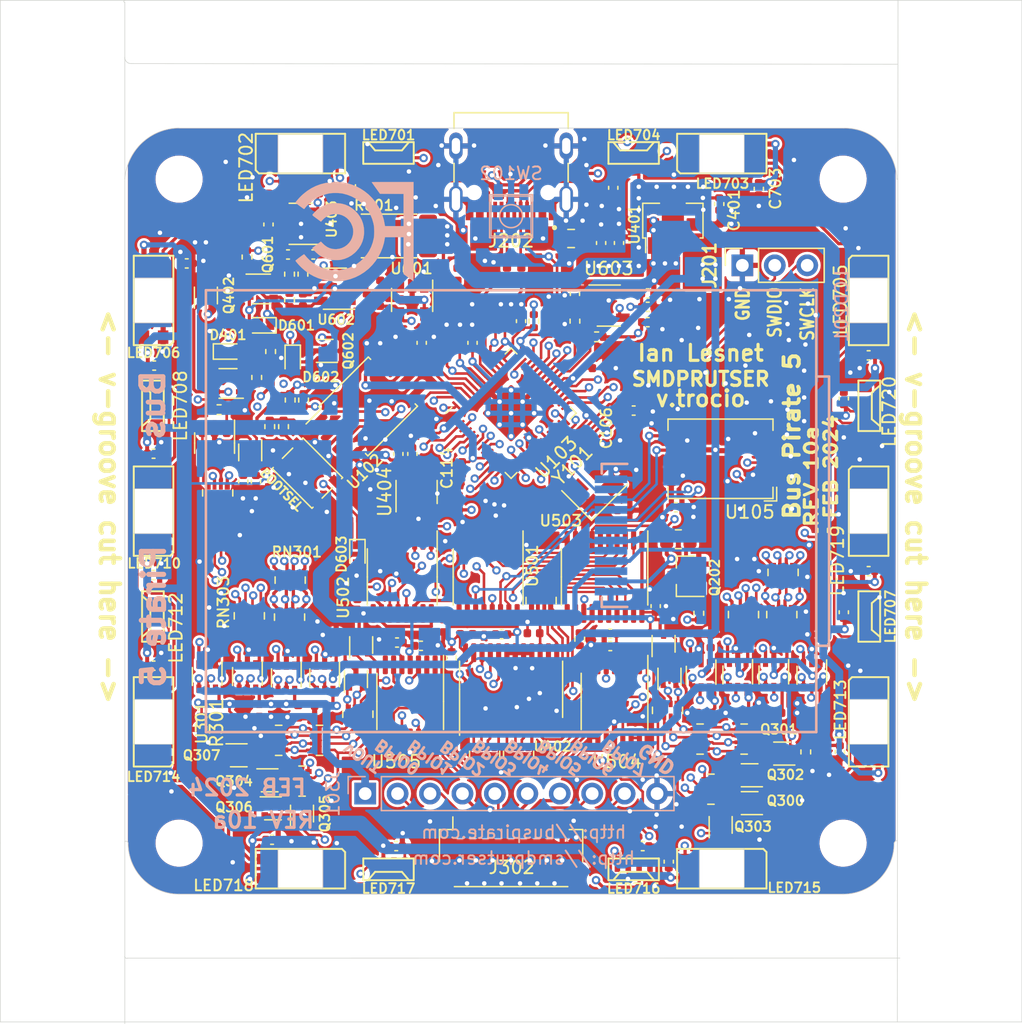
<source format=kicad_pcb>
(kicad_pcb (version 20221018) (generator pcbnew)
  (layers (0 "F.Cu" signal) (1 "In1.Cu" signal) (2 "In2.Cu" power) (31 "B.Cu" signal) (34 "B.Paste" user) (35 "F.Paste" user) (36 "B.SilkS" user "B.Silkscreen") (37 "F.SilkS" user "F.Silkscreen") (38 "B.Mask" user) (39 "F.Mask" user) (44 "Edge.Cuts" user))
  (net 0 "")
  (net 1 "GND")
  (net 2 "VREG_VIN")
  (net 3 "VREF_VOUT")
  (net 4 "SWDIO")
  (net 5 "SWCLK")
  (net 6 "BUFDIR0")
  (net 7 "BUFDIR4")
  (net 8 "BPIO0")
  (net 9 "BPIO4")
  (net 10 "BUFDIR1")
  (net 11 "BUFDIR5")
  (net 12 "BPIO1")
  (net 13 "BPIO5")
  (net 14 "BUFDIR2")
  (net 15 "BUFDIR6")
  (net 16 "BPIO2")
  (net 17 "BPIO6")
  (net 18 "BUFDIR3")
  (net 19 "BUFDIR7")
  (net 20 "BPIO3")
  (net 21 "BPIO7")
  (net 22 "BUFIO0")
  (net 23 "BUFIO4")
  (net 24 "BUFIO1")
  (net 25 "BUFIO5")
  (net 26 "BUFIO2")
  (net 27 "BUFIO6")
  (net 28 "BUFIO3")
  (net 29 "BUFIO7")
  (net 30 "USB_D+")
  (net 31 "USB_D-")
  (net 32 "CURRENT_SENSE")
  (net 33 "+3V3")
  (net 34 "+VUSB")
  (net 35 "USB_P")
  (net 36 "USB_N")
  (net 37 "+1V1")
  (net 38 "VREG_OUT")
  (net 39 "DISPLAY_LED-K")
  (net 40 "SPI_CLK")
  (net 41 "SPI_CDO")
  (net 42 "VREG_EN")
  (net 43 "CURRENT_DETECT")
  (net 44 "QSPI_SS")
  (net 45 "AMUX_OUT")
  (net 46 "AMUX_EN")
  (net 47 "SHIFT_EN")
  (net 48 "QSPI_SD3")
  (net 49 "QSPI_SCLK")
  (net 50 "QSPI_SD0")
  (net 51 "QSPI_SD2")
  (net 52 "QSPI_SD1")
  (net 53 "AMUX_S2")
  (net 54 "AMUX_S3")
  (net 55 "AMUX_S1")
  (net 56 "AMUX_S0")
  (net 57 "PULLUP_EN")
  (net 58 "SHIFT_LATCH")
  (net 59 "VREG_ADJ")
  (net 60 "SPI_CDI")
  (net 61 "DISPLAY_DP")
  (net 62 "DISPLAY_CS")
  (net 63 "DISPLAY_RESET")
  (net 64 "DISPLAY_BACKLIGHT")
  (net 65 "CURRENT_RESET")
  (net 66 "CURRENT_EN")
  (net 67 "DAC_CS")
  (net 68 "RGB_CDO")
  (net 69 "LEDS_CDO")
  (net 70 "Net-(U103-XIN)")
  (net 71 "Net-(U103-XOUT)")
  (net 72 "Net-(U103-ADC_AVDD)")
  (net 73 "Net-(U403-ADJ)")
  (net 74 "Net-(U603-+)")
  (net 75 "Net-(U602-+)")
  (net 76 "Net-(D601-A)")
  (net 77 "Net-(D401-A)")
  (net 78 "Net-(D602-A)")
  (net 79 "Net-(J202-VBUS-PadA4B9)")
  (net 80 "Net-(J202-CC1)")
  (net 83 "Net-(J202-CC2)")
  (net 84 "Net-(LED701-DI)")
  (net 85 "Net-(LED701-DO)")
  (net 86 "Net-(LED702-DI)")
  (net 87 "Net-(LED703-DI)")
  (net 88 "Net-(LED703-DO)")
  (net 89 "Net-(R408-Pad1)")
  (net 90 "Net-(LED706-DI)")
  (net 91 "Net-(LED707-DI)")
  (net 92 "Net-(LED707-DO)")
  (net 93 "Net-(LED708-DI)")
  (net 94 "Net-(LED710-DI)")
  (net 95 "Net-(LED712-DI)")
  (net 96 "Net-(LED713-DO)")
  (net 97 "Net-(LED714-DI)")
  (net 98 "Net-(LED715-DO)")
  (net 99 "Net-(LED716-DO)")
  (net 100 "Net-(LED717-DO)")
  (net 101 "Net-(LED719-DI)")
  (net 102 "Net-(Q202-G)")
  (net 103 "Net-(Q202-D)")
  (net 104 "Net-(Q300-D)")
  (net 105 "Net-(Q301-D)")
  (net 106 "Net-(Q302-D)")
  (net 107 "Net-(Q303-D)")
  (net 108 "Net-(Q304-D)")
  (net 109 "Net-(Q305-D)")
  (net 110 "Net-(Q306-D)")
  (net 111 "Net-(Q307-D)")
  (net 112 "Net-(Q401A-C1)")
  (net 113 "Net-(Q401A-B1)")
  (net 114 "Net-(Q601A-C1)")
  (net 115 "Net-(Q601A-B1)")
  (net 116 "Net-(Q601B-B2)")
  (net 117 "Net-(Q602-G)")
  (net 118 "Net-(SW101-A)")
  (net 119 "Net-(U503-B4)")
  (net 120 "Net-(U404--)")
  (net 121 "Net-(U601-+)")
  (net 122 "Net-(U601--)")
  (net 123 "Net-(RN301D-R1.1)")
  (net 124 "Net-(RN301B-R1.1)")
  (net 125 "Net-(RN301C-R1.1)")
  (net 126 "Net-(RN301A-R1.1)")
  (net 127 "Net-(RN304D-R1.1)")
  (net 128 "Net-(RN304B-R1.1)")
  (net 129 "Net-(RN304C-R1.1)")
  (net 130 "Net-(RN304A-R1.1)")
  (net 131 "Net-(RN306D-R1.1)")
  (net 132 "Net-(RN306B-R1.1)")
  (net 133 "Net-(RN306C-R1.1)")
  (net 134 "Net-(RN306A-R1.1)")
  (net 135 "Net-(RN309D-R1.8)")
  (net 136 "Net-(RN309C-R1.8)")
  (net 137 "Net-(RN309A-R1.8)")
  (net 138 "Net-(RN309B-R1.8)")
  (net 139 "Net-(RN315D-R1.8)")
  (net 140 "Net-(RN315C-R1.8)")
  (net 141 "Net-(RN315A-R1.8)")
  (net 142 "Net-(RN315B-R1.8)")
  (net 143 "Net-(RN400D-R1.1)")
  (net 144 "Net-(RN400B-R1.1)")
  (net 145 "Net-(RN400C-R1.1)")
  (net 146 "Net-(RN400A-R1.1)")
  (net 147 "Net-(RN401D-R1.1)")
  (net 148 "Net-(RN401B-R1.1)")
  (net 149 "Net-(RN401C-R1.1)")
  (net 150 "CURRENT_EN_OVERRIDE")
  (net 151 "Net-(RN401A-R1.1)")
  (net 152 "Net-(RN402D-R1.1)")
  (net 153 "BUTTONS")
  (net 154 "VREG_ADJ_MCU")
  (net 155 "CURRENT_ADJ_MCU")
  (net 156 "Net-(RN402B-R1.1)")
  (net 159 "Net-(U402-COM)")
  (net 160 "Net-(U501-QB)")
  (net 161 "Net-(U501-QC)")
  (net 162 "Net-(U501-QD)")
  (net 163 "Net-(U501-QE)")
  (net 164 "Net-(U501-QH)")
  (net 165 "Net-(U501-QH')")
  (net 166 "Net-(U501-QA)")
  (net 167 "SD_CS")
  (net 174 "Net-(U506-+)")
  (net 176 "Net-(RN317D-R1.1)")
  (net 177 "Net-(RN317C-R1.1)")
  (net 178 "Net-(RN317B-R1.1)")
  (net 179 "Net-(RN317A-R1.1)")
  (net 180 "Net-(RN318D-R1.1)")
  (net 181 "Net-(RN318C-R1.1)")
  (net 182 "Net-(RN318B-R1.1)")
  (net 183 "Net-(RN318A-R1.1)")
  (net 184 "MUX_BPIO4")
  (net 185 "MUX_BPIO5")
  (net 186 "MUX_BPIO6")
  (net 187 "MUX_BPIO7")
  (net 188 "MUX_BPIO0")
  (net 189 "MUX_BPIO1")
  (net 190 "MUX_BPIO2")
  (net 191 "MUX_BPIO3")
  (net 192 "MUX_VREF_VOUT")
  (net 195 "Net-(U402-I8)")
  (net 196 "Net-(RN402A-R1.1)")
  (net 197 "Net-(LED705-DO)")
  (footprint "dp-LED:SK6812-mini-e" (layer "F.Cu") (at 113.4 62.1 180)
    (fp_text reference "LED702")
    (fp_text value "SK6812-mini-e")
  )
  (footprint "dp-LED:SK6812-mini-e" (layer "F.Cu") (at 146.4 118.1)
    (fp_text reference "LED715")
    (fp_text value "SK6812-mini-e")
  )
  (footprint "dp-LED:SK6812-mini-e" (layer "F.Cu") (at 101.9 106.6 -90)
    (fp_text reference "LED714")
    (fp_text value "SK6812-mini-e")
  )
  (footprint "dp-LED:SK6812-mini-e" (layer "F.Cu") (at 146.4 62.1 180)
    (fp_text reference "LED703")
    (fp_text value "SK6812-mini-e")
  )
  (footprint "dp-LED:SK6812-mini-e" (layer "F.Cu") (at 157.9 73.6 90)
    (fp_text reference "LED705")
    (fp_text value "SK6812-mini-e")
  )
  (footprint "dp-LED:SK6812-mini-e" (layer "F.Cu") (at 113.4 118.1)
    (fp_text reference "LED718")
    (fp_text value "SK6812-mini-e")
  )
  (footprint "dp-LED:SK6812-mini-e" (layer "F.Cu") (at 101.9 73.6 -90)
    (fp_text reference "LED706")
    (fp_text value "SK6812-mini-e")
  )
  (footprint "dp-LED:SK6812-mini-e" (layer "F.Cu") (at 101.9 90.1 -90)
    (fp_text reference "LED710")
    (fp_text value "SK6812-mini-e")
  )
  (footprint "Capacitor_SMD:C_0402_1005Metric" (layer "F.Cu") (at 146.2 68.1 90)
    (fp_text reference "C402" hide)
    (fp_text value "4.7uF")
  )
  (footprint "Capacitor_SMD:C_0402_1005Metric" (layer "F.Cu") (at 151.405 100.225 -90)
    (fp_text reference "C313" hide)
    (fp_text value "0.1uF")
  )
  (footprint "Capacitor_SMD:C_0402_1005Metric" (layer "F.Cu") (at 145.53 100.3 -90)
    (fp_text reference "C308" hide)
    (fp_text value "0.1uF")
  )
  (footprint "Capacitor_SMD:C_0402_1005Metric" (layer "F.Cu") (at 150.6 105.9 180)
    (fp_text reference "C315" hide)
    (fp_text value "0.1uF")
  )
  (footprint "Capacitor_SMD:C_0402_1005Metric" (layer "F.Cu") (at 128.68 75.22 90)
    (fp_text reference "C107" hide)
    (fp_text value "2.2uF")
  )
  (footprint "Capacitor_SMD:C_0402_1005Metric" (layer "F.Cu") (at 107.03 105.7 -90)
    (fp_text reference "C304" hide)
    (fp_text value "0.1uF")
  )
  (footprint "Capacitor_SMD:C_0402_1005Metric" (layer "F.Cu") (at 126.395574 99.727186 180)
    (fp_text reference "C403" hide)
    (fp_text value "0.1uF")
  )
  (footprint "Capacitor_SMD:C_0402_1005Metric" (layer "F.Cu") (at 154.38 100.25 -90)
    (fp_text reference "C314" hide)
    (fp_text value "0.1uF")
  )
  (footprint "Capacitor_SMD:C_0402_1005Metric" (layer "F.Cu") (at 148.43 100.25 -90)
    (fp_text reference "C309" hide)
    (fp_text value "0.1uF")
  )
  (footprint "Capacitor_SMD:C_0402_1005Metric" (layer "F.Cu") (at 136.75 78.9)
    (fp_text reference "C112" hide)
    (fp_text value "0.1uF")
  )
  (footprint "Capacitor_SMD:C_0402_1005Metric" (layer "F.Cu") (at 129.68 75.22 -90)
    (fp_text reference "C108" hide)
    (fp_text value "2.2uF")
  )
  (footprint "Capacitor_SMD:C_0402_1005Metric" (layer "F.Cu") (at 130.68 75.22 90)
    (fp_text reference "C109" hide)
    (fp_text value "2.2uF")
  )
  (footprint "Capacitor_SMD:C_0402_1005Metric" (layer "F.Cu") (at 126.05 86.73 -90)
    (fp_text reference "C114")
    (fp_text value "0.1uF")
  )
  (footprint "Capacitor_SMD:C_0402_1005Metric" (layer "F.Cu") (at 125.88 76.92 90)
    (fp_text reference "C110" hide)
    (fp_text value "0.1uF")
  )
  (footprint "MountingHole:MountingHole_3.2mm_M3" (layer "F.Cu") (at 155.9 116.1)
    (fp_text reference "H3" hide)
    (fp_text value "MountingHole")
  )
  (footprint "Capacitor_SMD:C_0402_1005Metric" (layer "F.Cu") (at 132.7 75.22 90)
    (fp_text reference "C111" hide)
    (fp_text value "0.1uF")
  )
  (footprint "Capacitor_SMD:C_0402_1005Metric" (layer "F.Cu") (at 139.525 83.25)
    (fp_text reference "C113" hide)
    (fp_text value "0.1uF")
  )
  (footprint "Capacitor_SMD:C_0402_1005Metric" (layer "F.Cu") (at 121.85 76.92 90)
    (fp_text reference "C103" hide)
    (fp_text value "0.1uF")
  )
  (footprint "MountingHole:MountingHole_3.2mm_M3" (layer "F.Cu") (at 155.9 64.1 -90)
    (fp_text reference "H2" hide)
    (fp_text value "MountingHole")
  )
  (footprint "Capacitor_SMD:C_0402_1005Metric" (layer "F.Cu") (at 138.45 85.7)
    (fp_text reference "C106")
    (fp_text value "15pF")
  )
  (footprint "Capacitor_SMD:C_0402_1005Metric" (layer "F.Cu") (at 139.5 82.225)
    (fp_text reference "C118" hide)
    (fp_text value "0.1uF")
  )
  (footprint "MountingHole:MountingHole_3.2mm_M3" (layer "F.Cu") (at 103.9 64.1 -90)
    (fp_text reference "H1" hide)
    (fp_text value "MountingHole")
  )
  (footprint "MountingHole:MountingHole_3.2mm_M3" (layer "F.Cu") (at 103.9 116.1 -90)
    (fp_text reference "H4" hide)
    (fp_text value "MountingHole")
  )
  (footprint "Package_TO_SOT_SMD:SOT-363_SC-70-6" (layer "F.Cu") (at 106.1 103.05 -90)
    (fp_text reference "U301")
    (fp_text value "AiP74LVC1T45GC363.TR")
  )
  (footprint "Package_TO_SOT_SMD:SOT-363_SC-70-6" (layer "F.Cu") (at 115.3 103.15 -90)
    (fp_text reference "U304" hide)
    (fp_text value "AiP74LVC1T45GC363.TR")
  )
  (footprint "Package_TO_SOT_SMD:SOT-363_SC-70-6" (layer "F.Cu") (at 144.78 102.954668 -90)
    (fp_text reference "U305" hide)
    (fp_text value "AiP74LVC1T45GC363.TR")
  )
  (footprint "Package_TO_SOT_SMD:SOT-363_SC-70-6" (layer "F.Cu") (at 150.475 102.925 -90)
    (fp_text reference "U307" hide)
    (fp_text value "AiP74LVC1T45GC363.TR" hide)
  )
  (footprint "Resistor_SMD:R_0402_1005Metric" (layer "F.Cu") (at 129.58 71.54 90)
    (fp_text reference "R203" hide)
    (fp_text value "22R")
  )
  (footprint "Resistor_SMD:R_0402_1005Metric" (layer "F.Cu") (at 130.7 71.54 90)
    (fp_text reference "R202" hide)
    (fp_text value "22R")
  )
  (footprint "Resistor_SMD:R_0402_1005Metric" (layer "F.Cu") (at 124 64.78 90)
    (fp_text reference "R204" hide)
    (fp_text value "5.1K")
  )
  (footprint "Inductor_SMD:L_0805_2012Metric" (layer "F.Cu") (at 134.6 68.75 180)
    (fp_text reference "L201" hide)
    (fp_text value "1.5A")
  )
  (footprint "Capacitor_SMD:C_0402_1005Metric" (layer "F.Cu") (at 157.9 77.9)
    (fp_text reference "C705" hide)
    (fp_text value "0.1uF")
  )
  (footprint "Capacitor_SMD:C_0402_1005Metric" (layer "F.Cu") (at 101.95 78.7 180)
    (fp_text reference "C708" hide)
    (fp_text value "0.1uF")
  )
  (footprint "Capacitor_SMD:C_0402_1005Metric" (layer "F.Cu") (at 137.9 64.78 90)
    (fp_text reference "C704" hide)
    (fp_text value "0.1uF")
  )
  (footprint "Capacitor_SMD:C_0402_1005Metric" (layer "F.Cu") (at 104.5 70.7 180)
    (fp_text reference "C706" hide)
    (fp_text value "0.1uF")
  )
  (footprint "Capacitor_SMD:C_0402_1005Metric" (layer "F.Cu") (at 101.9 85.6 180)
    (fp_text reference "C710" hide)
    (fp_text value "0.1uF")
  )
  (footprint "Capacitor_SMD:C_0402_1005Metric" (layer "F.Cu") (at 101.9 95.1 180)
    (fp_text reference "C712" hide)
    (fp_text value "0.1uF")
  )
  (footprint "Capacitor_SMD:C_0402_1005Metric" (layer "F.Cu") (at 149.3 64.85 90)
    (fp_text reference "C703")
    (fp_text value "0.1uF")
  )
  (footprint "Capacitor_SMD:C_0402_1005Metric" (layer "F.Cu") (at 120.85 64.78 90)
    (fp_text reference "C701" hide)
    (fp_text value "0.1uF")
  )
  (footprint "Capacitor_SMD:C_0402_1005Metric" (layer "F.Cu") (at 124.88 76.92 90)
    (fp_text reference "C117" hide)
    (fp_text value "0.1uF")
  )
  (footprint "Resistor_SMD:R_0402_1005Metric" (layer "F.Cu") (at 131.68 75.22 -90)
    (fp_text reference "R103" hide)
    (fp_text value "200R")
  )
  (footprint "Capacitor_SMD:C_0402_1005Metric" (layer "F.Cu") (at 122.9 76.92 90)
    (fp_text reference "C104" hide)
    (fp_text value "2.2uF")
  )
  (footprint "RP_Silicon:RP2040-QFN-56" (layer "F.Cu") (at 129.9 82.43 45)
    (fp_text reference "U103")
    (fp_text value "RP2040")
  )
  (footprint "Capacitor_SMD:C_0402_1005Metric" (layer "F.Cu") (at 136.95 69.1 -90)
    (fp_text reference "C202" hide)
    (fp_text value "4.7uF")
  )
  (footprint "Capacitor_SMD:C_0402_1005Metric" (layer "F.Cu") (at 138.35 69.1 -90)
    (fp_text reference "C201" hide)
    (fp_text value "4.7uF")
  )
  (footprint "Capacitor_SMD:C_0402_1005Metric" (layer "F.Cu") (at 129.158596 99.73719)
    (fp_text reference "C501" hide)
    (fp_text value "0.1uF")
  )
  (footprint "Package_SO:TSSOP-16_4.4x5mm_P0.65mm" (layer "F.Cu") (at 128.1 95.25 -90)
    (fp_text reference "U501")
    (fp_text value "AIP74HC595TA")
  )
  (footprint "Capacitor_SMD:C_0402_1005Metric" (layer "F.Cu") (at 126.88 76.92 90)
    (fp_text reference "C116" hide)
    (fp_text value "0.1uF")
  )
  (footprint "Resistor_SMD:R_Array_Convex_4x0402" (layer "F.Cu") (at 112.55 98.4 90)
    (fp_text reference "RN302" hide)
    (fp_text value "1M")
  )
  (footprint "Resistor_SMD:R_0805_2012Metric" (layer "F.Cu") (at 143 92.3 180)
    (fp_text reference "R209" hide)
    (fp_text value "33R")
  )
  (footprint "Resistor_SMD:R_Array_Convex_4x0402" (layer "F.Cu") (at 151.1 98.2 90)
    (fp_text reference "RN307" hide)
    (fp_text value "1M")
  )
  (footprint "Package_SO:SOP-8_5.28x5.23mm_P1.27mm" (layer "F.Cu") (at 118.7 81.9 45)
    (fp_text reference "U102")
    (fp_text value "W25Q128JVSIQ")
  )
  (footprint "Resistor_SMD:R_0402_1005Metric" (layer "F.Cu") (at 112.08 83.48 -90)
    (fp_text reference "R101" hide)
    (fp_text value "1K")
  )
  (footprint "Fiducial:Fiducial_1mm_Mask2mm" (layer "F.Cu") (at 158.6 68.05 -90)
    (fp_text reference "FID1" hide)
    (fp_text value "Fiducial")
  )
  (footprint "Fiducial:Fiducial_1mm_Mask2mm" (layer "F.Cu") (at 101.05 112.3 -90)
    (fp_text reference "FID2" hide)
    (fp_text value "Fiducial")
  )
  (footprint "Capacitor_SMD:C_0402_1005Metric" (layer "F.Cu") (at 142.247961 117.550141 -90)
    (fp_text reference "C715" hide)
    (fp_text value "0.1uF")
  )
  (footprint "Capacitor_SMD:C_0402_1005Metric" (layer "F.Cu") (at 101.9 102.2 180)
    (fp_text reference "C714" hide)
    (fp_text value "0.1uF")
  )
  (footprint "Capacitor_SMD:C_0402_1005Metric" (layer "F.Cu") (at 140.208 116.332 180)
    (fp_text reference "C716" hide)
    (fp_text value "0.1uF")
  )
  (footprint "Capacitor_SMD:C_0402_1005Metric" (layer "F.Cu") (at 120.904 116.332 180)
    (fp_text reference "C717" hide)
    (fp_text value "0.1uF")
  )
  (footprint "Capacitor_SMD:C_0402_1005Metric" (layer "F.Cu") (at 111.179494 115.831572 180)
    (fp_text reference "C718" hide)
    (fp_text value "0.1uF")
  )
  (footprint "Capacitor_SMD:C_0402_1005Metric" (layer "F.Cu") (at 124.627951 99.078197 90)
    (fp_text reference "C502" hide)
    (fp_text value "0.1uF")
  )
  (footprint "Capacitor_SMD:C_0402_1005Metric" (layer "F.Cu") (at 146.2 66.05 -90)
    (fp_text reference "C401")
    (fp_text value "4.7uF")
  )
  (footprint "Connector_PinSocket_2.54mm:PinSocket_1x03_P2.54mm_Vertical" (layer "F.Cu") (at 148.01 70.85 90)
    (fp_text reference "J201")
    (fp_text value "Conn_01x03")
  )
  (footprint "Resistor_SMD:R_0402_1005Metric" (layer "F.Cu") (at 111 83.48 90)
    (fp_text reference "R102" hide)
    (fp_text value "DNF")
  )
  (footprint "Fiducial:Fiducial_1mm_Mask2mm" (layer "F.Cu") (at 108 67.5)
    (fp_text reference "FID4" hide)
    (fp_text value "Fiducial")
  )
  (footprint "Fiducial:Fiducial_1mm_Mask2mm" (layer "F.Cu") (at 150.4 78.5)
    (fp_text reference "FID5" hide)
    (fp_text value "Fiducial")
  )
  (footprint "Fiducial:Fiducial_1mm_Mask2mm" (layer "F.Cu") (at 158.55 112.15)
    (fp_text reference "FID3" hide)
    (fp_text value "Fiducial")
  )
  (footprint "Capacitor_SMD:C_0402_1005Metric" (layer "F.Cu") (at 155.65 108.95 90)
    (fp_text reference "C713" hide)
    (fp_text value "0.1uF")
  )
  (footprint "Resistor_SMD:R_0402_1005Metric" (layer "F.Cu") (at 135.8 64.78 90)
    (fp_text reference "R201" hide)
    (fp_text value "5.1K")
  )
  (footprint "Connector_JST:JST_SH_SM09B-SRSS-TB_1x09-1MP_P1.00mm_Horizontal" (layer "F.Cu") (at 129.9 116.82)
    (fp_text reference "J302")
    (fp_text value "Conn_01x09")
  )
  (footprint "Package_SO:TSSOP-20_4.4x6.5mm_P0.65mm" (layer "F.Cu") (at 137.22 95.25 -90)
    (fp_text reference "U503")
    (fp_text value "AIP74HCT245TA")
  )
  (footprint "Capacitor_SMD:C_0402_1005Metric" (layer "F.Cu") (at 122.17 85.62 90)
    (fp_text reference "C406" hide)
    (fp_text value "0.1uF")
  )
  (footprint "Crystal:Crystal_SMD_3225-4Pin_3.2x2.5mm" (layer "F.Cu") (at 136.45 88.25 45)
    (fp_text reference "Y101")
    (fp_text value "12Mhz")
  )
  (footprint "Resistor_SMD:R_0402_1005Metric" (layer "F.Cu") (at 117.8645 96.52 90)
    (fp_text reference "R501" hide)
    (fp_text value "10K")
  )
  (footprint "Resistor_SMD:R_0402_1005Metric" (layer "F.Cu") (at 131.657023 99.660448)
    (fp_text reference "R402" hide)
    (fp_text value "10K")
  )
  (footprint "Capacitor_SMD:C_0402_1005Metric" (layer "F.Cu") (at 121.07 85.62 -90)
    (fp_text reference "C405" hide)
    (fp_text value "2.2uF")
  )
  (footprint "Resistor_SMD:R_0402_1005Metric" (layer "F.Cu") (at 125.35 90)
    (fp_text reference "R406" hide)
    (fp_text value "10K")
  )
  (footprint "Capacitor_SMD:C_0402_1005Metric" (layer "F.Cu") (at 123.1 83.5 90)
    (fp_text reference "C115" hide)
    (fp_text value "0.1uF")
  )
  (footprint "Package_TO_SOT_SMD:SOT-23" (layer "F.Cu") (at 143.6 95.2 180)
    (fp_text reference "Q202")
    (fp_text value "MMBT7002K")
  )
  (footprint "Capacitor_SMD:C_0402_1005Metric" (layer "F.Cu") (at 138.72 90.02)
    (fp_text reference "C105" hide)
    (fp_text value "15pF")
  )
  (footprint "Button_Switch_SMD:SW_SPST_PTS810" (layer "F.Cu") (at 113.95 87.12 -45)
    (fp_text reference "SW101" hide)
    (fp_text value "SW_SPST")
  )
  (footprint "Diode_SMD:D_SOD-523" (layer "F.Cu") (at 110.35 75.55 180)
    (fp_text reference "D601")
    (fp_text value "1N4148WT")
  )
  (footprint "Capacitor_SMD:C_0402_1005Metric" (layer "F.Cu") (at 155.956 98.016 -90)
    (fp_text reference "C707" hide)
    (fp_text value "0.1uF")
  )
  (footprint "Capacitor_SMD:C_0402_1005Metric" (layer "F.Cu") (at 125.1 74.65)
    (fp_text reference "C601" hide)
    (fp_text value "2.2uF")
  )
  (footprint "Capacitor_SMD:C_0402_1005Metric" (layer "F.Cu") (at 125.085 73.55 180)
    (fp_text reference "C602" hide)
    (fp_text value "0.1uF")
  )
  (footprint "Resistor_SMD:R_0402_1005Metric" (layer "F.Cu") (at 113.42 64.75 90)
    (fp_text reference "R405" hide)
    (fp_text value "33K")
  )
  (footprint "Resistor_SMD:R_0402_1005Metric" (layer "F.Cu") (at 109.98 79.63 90)
    (fp_text reference "R410" hide)
    (fp_text value "10K")
  )
  (footprint "Resistor_SMD:R_0402_1005Metric" (layer "F.Cu") (at 111.07 77.6 -90)
    (fp_text reference "R409" hide)
    (fp_text value "33K")
  )
  (footprint "Resistor_SMD:R_0402_1005Metric" (layer "F.Cu") (at 109.98 77.6 -90)
    (fp_text reference "R408" hide)
    (fp_text value "33K")
  )
  (footprint "Resistor_SMD:R_0402_1005Metric" (layer "F.Cu") (at 111.07 79.63 90)
    (fp_text reference "R412" hide)
    (fp_text value "100K")
  )
  (footprint "Resistor_SMD:R_0402_1005Metric" (layer "F.Cu") (at 109.22 70.2 -90)
    (fp_text reference "R611" hide)
    (fp_text value "10K")
  )
  (footprint "Resistor_SMD:R_0402_1005Metric" (layer "F.Cu") (at 112.55 73.56 90)
    (fp_text reference "R609" hide)
    (fp_text value "10K")
  )
  (footprint "Resistor_SMD:R_0402_1005Metric" (layer "F.Cu") (at 112.55 71.54 -90)
    (fp_text reference "R608" hide)
    (fp_text value "200R")
  )
  (footprint "Capacitor_SMD:C_0402_1005Metric" (layer "F.Cu") (at 114.41 70 180)
    (fp_text reference "C404" hide)
    (fp_text value "4.7uF")
  )
  (footprint "Resistor_SMD:R_0402_1005Metric" (layer "F.Cu") (at 111.99 64.75 -90)
    (fp_text reference "R403" hide)
    (fp_text value "102K")
  )
  (footprint "Resistor_SMD:R_0402_1005Metric" (layer "F.Cu") (at 119.63 73.56 90)
    (fp_text reference "R605" hide)
    (fp_text value "33K")
  )
  (footprint "Resistor_SMD:R_2512_6332Metric_Pad1.40x3.35mm_HandSolder" (layer "F.Cu") (at 120.35 68.55 180)
    (fp_text reference "R601")
    (fp_text value "0R2")
  )
  (footprint "Resistor_SMD:R_0402_1005Metric" (layer "F.Cu") (at 124.6 71.54 90)
    (fp_text reference "R602" hide)
    (fp_text value "1K")
  )
  (footprint "Resistor_SMD:R_0402_1005Metric" (layer "F.Cu") (at 125.7 71.55 -90)
    (fp_text reference "R604" hide)
    (fp_text value "33K")
  )
  (footprint "Resistor_SMD:R_0402_1005Metric" (layer "F.Cu") (at 118.6 73.56 -90)
    (fp_text reference "R606" hide)
    (fp_text value "10K")
  )
  (footprint "Capacitor_SMD:C_0402_1005Metric" (layer "F.Cu") (at 118.6 71.55 -90)
    (fp_text reference "C603" hide)
    (fp_text value "DNF")
  )
  (footprint "Capacitor_SMD:C_0402_1005Metric" (layer "F.Cu") (at 113.6 73.56 90)
    (fp_text reference "C605" hide)
    (fp_text value "0.1uF")
  )
  (footprint "Resistor_SMD:R_0402_1005Metric" (layer "F.Cu") (at 119.65 71.54 90)
    (fp_text reference "R603" hide)
    (fp_text value "1K")
  )
  (footprint "Resistor_SMD:R_0402_1005Metric" (layer "F.Cu") (at 113.6 71.54 90)
    (fp_text reference "R610" hide)
    (fp_text value "10K")
  )
  (footprint "Capacitor_SMD:C_0402_1005Metric" (layer "F.Cu") (at 117.35 64.65 90)
    (fp_text reference "C702" hide)
    (fp_text value "0.1uF")
  )
  (footprint "Package_TO_SOT_SMD:SOT-523" (layer "F.Cu") (at 106 73.21 90)
    (fp_text reference "Q402")
    (fp_text value "SI2301")
  )
  (footprint "Resistor_SMD:R_0402_1005Metric" (layer "F.Cu") (at 112.6 81.4 -90)
    (fp_text reference "R613" hide)
    (fp_text value "10K")
  )
  (footprint "Resistor_SMD:R_0402_1005Metric" (layer "F.Cu") (at 113.65 81.4 -90)
    (fp_text reference "R612" hide)
    (fp_text value "200R")
  )
  (footprint "Capacitor_SMD:C_0402_1005Metric" (layer "F.Cu") (at 112.43 70)
    (fp_text reference "C407" hide)
    (fp_text value "4.7uF")
  )
  (footprint "Resistor_SMD:R_0402_1005Metric" (layer "F.Cu") (at 114.85 64.75 90)
    (fp_text reference "R401" hide)
    (fp_text value "100K")
  )
  (footprint "Package_TO_SOT_SMD:SOT-23-5" (layer "F.Cu") (at 113.42 67.6 180)
    (fp_text reference "U403")
    (fp_text value "AP2127")
  )
  (footprint "Package_TO_SOT_SMD:SOT-363_SC-70-6" (layer "F.Cu") (at 110.35 72.7)
    (fp_text reference "Q601")
    (fp_text value "MMDT3906")
  )
  (footprint "Package_TO_SOT_SMD:SOT-363_SC-70-6" (layer "F.Cu") (at 107.73 80.1 180)
    (fp_text reference "Q401" hide)
    (fp_text value "BCM857")
  )
  (footprint "Diode_SMD:D_SOD-523" (layer "F.Cu") (at 107.73 77.6)
    (fp_text reference "D401")
    (fp_text value "1N4148WT")
  )
  (footprint "Resistor_SMD:R_Array_Convex_4x0402" (layer "F.Cu") (at 144.7 107.95)
    (fp_text reference "RN309" hide)
    (fp_text value "330R")
  )
  (footprint "Package_SO:TSSOP-24_4.4x7.8mm_P0.65mm" (layer "F.Cu") (at 129.9 104.05 90)
    (fp_text reference "U402")
    (fp_text value "CD4067")
  )
  (footprint "Package_TO_SOT_SMD:SOT-363_SC-70-6" (layer "F.Cu") (at 147.648865 102.927768 -90)
    (fp_text reference "U306" hide)
    (fp_text value "AiP74LVC1T45GC363.TR")
  )
  (footprint "Capacitor_SMD:C_0402_1005Metric" (layer "F.Cu") (at 145 105.9 180)
    (fp_text reference "C311" hide)
    (fp_text value "0.1uF")
  )
  (footprint "Resistor_SMD:R_0402_1005Metric" (layer "F.Cu") (at 144.6 98.1 90)
    (fp_text reference "R208" hide)
    (fp_text value "200R")
  )
  (footprint "Capacitor_SMD:C_0402_1005Metric" (layer "F.Cu") (at 148 105.9 180)
    (fp_text reference "C312" hide)
    (fp_text value "0.1uF")
  )
  (footprint "Resistor_SMD:R_Array_Convex_4x0402" (layer "F.Cu") (at 109.4 98.3 90)
    (fp_text reference "RN303")
    (fp_text value "100K")
  )
  (footprint "Capacitor_SMD:C_0402_1005Metric" (layer "F.Cu") (at 141.224 97.536 -90)
    (fp_text reference "C503" hide)
    (fp_text value "0.1uF")
  )
  (footprint "Package_TO_SOT_SMD:SOT-363_SC-70-6" (layer "F.Cu") (at 112.3 103.15 -90)
    (fp_text reference "U303" hide)
    (fp_text value "AiP74LVC1T45GC363.TR")
  )
  (footprint "Resistor_SMD:R_Array_Convex_4x0402" (layer "F.Cu") (at 148.1 98.2 90)
    (fp_text reference "RN308" hide)
    (fp_text value "100K")
  )
  (footprint "Resistor_SMD:R_Array_Convex_4x0402" (layer "F.Cu") (at 112.6 95.5 90)
    (fp_text reference "RN301")
    (fp_text value "330R")
  )
  (footprint "Package_TO_SOT_SMD:SOT-363_SC-70-6" (layer "F.Cu") (at 109.25 103.05 -90)
    (fp_text reference "U302" hide)
    (fp_text value "AiP74LVC1T45GC363.TR")
  )
  (footprint "Capacitor_SMD:C_0402_1005Metric" (layer "F.Cu") (at 113.23 105.8 -90)
    (fp_text reference "C306" hide)
    (fp_text value "0.1uF")
  )
  (footprint "Capacitor_SMD:C_0402_1005Metric" (layer "F.Cu") (at 116.2 100.3 -90)
    (fp_text reference "C307" hide)
    (fp_text value "0.1uF")
  )
  (footprint "Capacitor_SMD:C_0402_1005Metric" (layer "F.Cu") (at 107.03 100.35 -90)
    (fp_text reference "C301" hide)
    (fp_text value "0.1uF")
  )
  (footprint "Capacitor_SMD:C_0402_1005Metric" (layer "F.Cu") (at 110.18 100.35 -90)
    (fp_text reference "C302" hide)
    (fp_text value "0.1uF")
  )
  (footprint "Capacitor_SMD:C_0402_1005Metric" (layer "F.Cu") (at 110.18 105.7 -90)
    (fp_text reference "C305" hide)
    (fp_text value "0.1uF")
  )
  (footprint "Capacitor_SMD:C_0402_1005Metric" (layer "F.Cu") (at 113.23 100.45 -90)
    (fp_text reference "C303" hide)
    (fp_text value "0.1uF")
  )
  (footprint "Resistor_SMD:R_Array_Convex_4x0402" (layer "F.Cu") (at 151.2 94.9 90)
    (fp_text reference "RN306" hide)
    (fp_text value "330R")
  )
  (footprint "Resistor_SMD:R_Array_Convex_4x0402" (layer "F.Cu") (at 111.7 108.05 180)
    (fp_text reference "RN304" hide)
    (fp_text value "1M")
  )
  (footprint "Package_TO_SOT_SMD:SOT-363_SC-70-6" (layer "F.Cu") (at 153.45 102.95 -90)
    (fp_text reference "U308" hide)
    (fp_text value "AiP74LVC1T45GC363.TR")
  )
  (footprint "dp-LED:SK6812-mini-e" (layer "F.Cu") (at 157.9 106.6 90)
    (fp_text reference "LED713")
    (fp_text value "SK6812-mini-e")
  )
  (footprint "usb-c:HRO_TYPE-C-31-M-12" (layer "F.Cu") (at 129.9 61.5 180)
    (fp_text reference "J202")
    (fp_text value "TYPE-C-31-M-12")
  )
  (footprint "Package_SO:TSSOP-16_4.4x5mm_P0.65mm" (layer "F.Cu") (at 121.3755 95.25 -90)
    (fp_text reference "U502")
    (fp_text value "AIP74HC595TA")
  )
  (footprint "Capacitor_SMD:C_0402_1005Metric" (layer "F.Cu") (at 153.7 105.9 180)
    (fp_text reference "C316" hide)
    (fp_text value "0.1uF")
  )
  (footprint "dp-LED:SK6812-side-a_b" (layer "F.Cu") (at 157.9 98.35 90)
    (fp_text reference "LED707")
    (fp_text value "SK6812-side-a_b")
  )
  (footprint "dp-LED:SK6812-side-a_b" (layer "F.Cu") (at 139.5 118.1)
    (fp_text reference "LED716")
    (fp_text value "SK6812-side-a_b")
  )
  (footprint "dp-LED:SK6812-side-a_b" (layer "F.Cu") (at 120.3 118.1)
    (fp_text reference "LED717")
    (fp_text value "SK6812-side-a_b")
  )
  (footprint "dp-LED:SK6812-side-a_b" (layer "F.Cu") (at 101.9 98.35 -90)
    (fp_text reference "LED712")
    (fp_text value "SK6812-side-a_b")
  )
  (footprint "dp-LED:SK6812-side-a_b" (layer "F.Cu") (at 101.9 81.85 -90)
    (fp_text reference "LED708")
    (fp_text value "SK6812-side-a_b")
  )
  (footprint "dp-LED:SK6812-side-a_b" (layer "F.Cu") (at 120.3 62.1 180)
    (fp_text reference "LED701")
    (fp_text value "SK6812-side-a_b")
  )
  (footprint "dp-LED:SK6812-side-a_b" (layer "F.Cu") (at 139.5 62.1 180)
    (fp_text reference "LED704")
    (fp_text value "SK6812-side-a_b")
  )
  (footprint "Resistor_SMD:R_Array_Convex_4x0402" (layer "F.Cu") (at 132.25 97.1 90)
    (fp_text reference "RN315" hide)
    (fp_text value "510R")
  )
  (footprint "Resistor_SMD:R_Array_Convex_4x0402" (layer "F.Cu") (at 148.15 107.95)
    (fp_text reference "RN310" hide)
    (fp_text value "1M")
  )
  (footprint "Resistor_SMD:R_Array_Convex_4x0402" (layer "F.Cu") (at 114.9 108.05 180)
    (fp_text reference "RN305" hide)
    (fp_text value "330R")
  )
  (footprint "Resistor_SMD:R_0402_1005Metric" (layer "F.Cu") (at 135.275327 100.1301 90)
    (fp_text reference "R316" hide)
    (fp_text value "510R")
  )
  (footprint "Capacitor_SMD:C_0402_1005Metric" (layer "F.Cu") (at 115 105.35 180)
    (fp_text reference "C310" hide)
    (fp_text value "0.1uF")
  )
  (footprint "Diode_SMD:D_SOD-523" (layer "F.Cu") (at 117.8645 93.472 -90)
    (fp_text reference "D603")
    (fp_text value "1N4148WT")
  )
  (footprint "Package_TO_SOT_SMD:SOT-523" (layer "F.Cu") (at 115.3 77.55 180)
    (fp_text reference "Q602")
    (fp_text value "SI2301")
  )
  (footprint "Capacitor_SMD:C_0402_1005Metric" (layer "F.Cu") (at 140.6 73.05)
    (fp_text reference "C413" hide)
    (fp_text value "2.2uF")
  )
  (footprint "Capacitor_SMD:C_0402_1005Metric" (layer "F.Cu") (at 140.6 74.1 180)
    (fp_text reference "C414" hide)
    (fp_text value "0.1uF")
  )
  (footprint "Capacitor_SMD:C_0402_1005Metric" (layer "F.Cu") (at 134.9 73.1 -90)
    (fp_text reference "C415" hide)
    (fp_text value "0.1uF")
  )
  (footprint "Capacitor_SMD:C_0402_1005Metric" (layer "F.Cu") (at 140.6 75.3 180)
    (fp_text reference "C416" hide)
    (fp_text value "0.1uF")
  )
  (footprint "Resistor_SMD:R_0402_1005Metric" (layer "F.Cu") (at 134.9 75.22 -90)
    (fp_text reference "R414" hide)
    (fp_text value "10K")
  )
  (footprint "Resistor_SMD:R_0402_1005Metric" (layer "F.Cu") (at 136.6 76.45 180)
    (fp_text reference "R415" hide)
    (fp_text value "10K")
  )
  (footprint "Package_TO_SOT_SMD:SOT-89-3" (layer "F.Cu") (at 142.57 67.65 90)
    (fp_text reference "U401")
    (fp_text value "ME6211A33PG-N")
  )
  (footprint "Capacitor_SMD:C_0402_1005Metric" (layer "F.Cu") (at 110.9 67.65 90)
    (fp_text reference "C408" hide)
    (fp_text value "120pF")
  )
  (footprint "Resistor_SMD:R_0402_1005Metric" (layer "F.Cu") (at 110.9 65.7 90)
    (fp_text reference "R404" hide)
    (fp_text value "133K")
  )
  (footprint "Diode_SMD:D_SOD-523" (layer "F.Cu") (at 112.8 78.25 -90)
    (fp_text reference "D602")
    (fp_text value "1N4148WT")
  )
  (footprint "Package_TO_SOT_SMD:SOT-23-5" (layer "F.Cu") (at 116.1 72.68 180)
    (fp_text reference "U602")
    (fp_text value "LMV331")
  )
  (footprint "Package_TO_SOT_SMD:SOT-523" (layer "F.Cu") (at 151.12 109.085 180)
    (fp_text reference "Q301")
    (fp_text value "SI2301")
  )
  (footprint "Package_TO_SOT_SMD:SOT-523" (layer "F.Cu") (at 148.58 110.784269 180)
    (fp_text reference "Q302")
    (fp_text value "SI2301")
  )
  (footprint "Package_TO_SOT_SMD:SOT-523" (layer "F.Cu") (at 146.312 114.671 90)
    (fp_text reference "Q303")
    (fp_text value "SI2301")
  )
  (footprint "Resistor_SMD:R_0402_1005Metric" (layer "F.Cu") (at 152.977573 108.956257 90)
    (fp_text reference "R313" hide)
    (fp_text value "10K")
  )
  (footprint "Package_TO_SOT_SMD:SOT-523" (layer "F.Cu") (at 148.581608 112.96611 180)
    (fp_text reference "Q300")
    (fp_text value "SI2301")
  )
  (footprint "Resistor_SMD:R_Array_Convex_4x0402" (layer "F.Cu") (at 145.55 111.875)
    (fp_text reference "RN311" hide)
    (fp_text value "10K")
  )
  (footprint "Resistor_SMD:R_Array_Convex_4x0402" (layer "F.Cu") (at 113.53 111.24 180)
    (fp_text reference "RN312" hide)
    (fp_text value "10K")
  )
  (footprint "Package_TO_SOT_SMD:SOT-523" (layer "F.Cu") (at 110.992709 111.17921)
    (fp_text reference "Q304")
    (fp_text value "SI2301")
  )
  (footprint "Package_TO_SOT_SMD:SOT-523" (layer "F.Cu") (at 113.525614 113.783421 90)
    (fp_text reference "Q305")
    (fp_text value "SI2301")
  )
  (footprint "Package_TO_SOT_SMD:SOT-523" (layer "F.Cu") (at 111.250195 113.373968)
    (fp_text reference "Q306")
    (fp_text value "SI2301")
  )
  (footprint "Package_TO_SOT_SMD:SOT-523" (layer "F.Cu") (at 108.575 109.22)
    (fp_text reference "Q307")
    (fp_text value "SI2301")
  )
  (footprint "Resistor_SMD:R_Array_Convex_4x0402" (layer "F.Cu") (at 130.49 109.15 -90)
    (fp_text reference "RN400" hide)
    (fp_text value "510R")
  )
  (footprint "Resistor_SMD:R_Array_Convex_4x0402" (layer "F.Cu") (at 127.83 109.15 -90)
    (fp_text reference "RN401" hide)
    (fp_text value "510R")
  )
  (footprint "Resistor_SMD:R_Array_Convex_4x0402" (layer "F.Cu") (at 106.923997 88.666082 90)
    (fp_text reference "RN402" hide)
    (fp_text value "510R")
  )
  (footprint "Package_TO_SOT_SMD:SOT-23-5" (layer "F.Cu") (at 122.15 73.56 -90)
    (fp_text reference "U601")
    (fp_text value "LMV321A")
  )
  (footprint "Package_TO_SOT_SMD:SOT-23-5" (layer "F.Cu") (at 137.55 74)
    (fp_text reference "U603")
    (fp_text value "LMV321")
  )
  (footprint "Package_TO_SOT_SMD:SOT-23-5" (layer "F.Cu") (at 122.5 88.6 90)
    (fp_text reference "U404")
    (fp_text value "LMV321")
  )
  (footprint "Resistor_SMD:R_0402_1005Metric" (layer "F.Cu") (at 125.344184 88.913667)
    (fp_text reference "R407" hide)
    (fp_text value "10K")
  )
  (footprint "Capacitor_SMD:C_0402_1005Metric" (layer "F.Cu") (at 157.9 94.8)
    (fp_text reference "C719" hide)
    (fp_text value "0.1uF")
  )
  (footprint "dp-LED:SK6812-mini-e" (layer "F.Cu") (at 157.9 90.1 90)
    (fp_text reference "LED719")
    (fp_text value "SK6812-mini-e")
  )
  (footprint "Capacitor_SMD:C_0402_1005Metric" (layer "F.Cu") (at 142.8 89.8)
    (fp_text reference "C121" hide)
    (fp_text value "0.1uF")
  )
  (footprint "dp-memory:U-PDFN-8" (layer "F.Cu") (at 146.3 86 180)
    (fp_text reference "U105")
    (fp_text value "MT29F1G01ABAFDWB")
  )
  (footprint "Resistor_SMD:R_0402_1005Metric" (layer "F.Cu") (at 154.3 91.61 90)
    (fp_text reference "R502" hide)
    (fp_text value "1K")
  )
  (footprint "dp-LED:SK6812-side-a_b" (layer "F.Cu") (at 157.9 81.85 90)
    (fp_text reference "LED720")
    (fp_text value "SK6812-side-a_b")
  )
  (footprint "Resistor_SMD:R_0402_1005Metric" (layer "F.Cu") (at 105.664 106.678 -90)
    (fp_text reference "R301")
    (fp_text value "10K")
  )
  (footprint "Capacitor_SMD:C_0402_1005Metric" (layer "F.Cu") (at 155.956 81.28 -90)
    (fp_text reference "C720" hide)
    (fp_text value "0.1uF")
  )
  (footprint "Package_SO:TSSOP-14_4.4x5mm_P0.65mm" (layer "F.Cu") (at 138 105 -90)
    (fp_text reference "U504")
    (fp_text value "LMV324")
  )
  (footprint "Resistor_SMD:R_0402_1005Metric" (layer "F.Cu") (at 125.233892 101.602 90)
    (fp_text reference "R320" hide)
    (fp_text value "510R")
  )
  (footprint "Capacitor_SMD:C_0402_1005Metric" (layer "F.Cu") (at 109.920864 87.790789 90)
    (fp_text reference "C504" hide)
    (fp_text value "2.2uF")
  )
  (footprint "Capacitor_SMD:C_0402_1005Metric" (layer "F.Cu") (at 137.668 99.697012)
    (fp_text reference "C507" hide)
    (fp_text value "2.2uF")
  )
  (footprint "Package_TO_SOT_SMD:SOT-523" (layer "F.Cu") (at 117.750123 103.261 90)
    (fp_text reference "D503" hide)
    (fp_text value "BAS40T-05")
  )
  (footprint "Package_TO_SOT_SMD:SOT-523" (layer "F.Cu") (at 118.160849 100.584 90)
    (fp_text reference "D504" hide)
    (fp_text value "BAS40T-05")
  )
  (footprint "Capacitor_SMD:C_0402_1005Metric" (layer "F.Cu") (at 108.925662 87.779471 -90)
    (fp_text reference "C506" hide)
    (fp_text value "0.1uF")
  )
  (footprint "Package_SO:TSSOP-14_4.4x5mm_P0.65mm" (layer "F.Cu") (at 122 105 -90)
    (fp_text reference "U505")
    (fp_text value "LMV324")
  )
  (footprint "Resistor_SMD:R_0402_1005Metric" (layer "F.Cu") (at 107.033715 82.151918 180)
    (fp_text reference "R319" hide)
    (fp_text value "100K")
  )
  (footprint "Package_TO_SOT_SMD:SOT-523" (layer "F.Cu") (at 109.470791 85.500144 -90)
    (fp_text reference "D500" hide)
    (fp_text value "BAS40T-05")
  )
  (footprint "Capacitor_SMD:C_0402_1005Metric" (layer "F.Cu") (at 120.967149 100.389462)
    (fp_text reference "C509" hide)
    (fp_text value "2.2uF")
  )
  (footprint "Capacitor_SMD:C_0402_1005Metric" (layer "F.Cu") (at 122.847008 100.646986 180)
    (fp_text reference "C510" hide)
    (fp_text value "0.1uF")
  )
  (footprint "Package_TO_SOT_SMD:SOT-523" (layer "F.Cu") (at 141.842965 100.48972 90)
    (fp_text reference "D501" hide)
    (fp_text value "BAS40T-05")
  )
  (footprint "Package_TO_SOT_SMD:SOT-523" (layer "F.Cu") (at 142.303512 103.051295 90)
    (fp_text reference "D502" hide)
    (fp_text value "BAS40T-05")
  )
  (footprint "Capacitor_SMD:C_0402_1005Metric" (layer "F.Cu") (at 137.668 100.665442)
    (fp_text reference "C508" hide)
    (fp_text value "0.1uF")
  )
  (footprint "Resistor_SMD:R_Array_Convex_4x0402" (layer "F.Cu") (at 117.9 106 -90)
    (fp_text reference "RN318" hide)
    (fp_text value "100K")
  )
  (footprint "Package_TO_SOT_SMD:SOT-23-5" (layer "F.Cu") (at 106.68 84.77 -90)
    (fp_text reference "U506" hide)
    (fp_text value "LMV321")
  )
  (footprint "Resistor_SMD:R_Array_Convex_4x0402" (layer "F.Cu") (at 142.15 105.7 -90)
    (fp_text reference "RN317" hide)
    (fp_text value "100K")
  )
  (footprint "Connector_PinHeader_2.54mm:PinHeader_1x10_P2.54mm_Vertical" (layer "B.Cu") (at 118.47 112.22 -90)
    (fp_text reference "J301")
    (fp_text value "Conn_01x10")
  )
  (footprint "dp-switch:GT-TC026X-HXXX-LX" (layer "B.Cu") (at 129.9 67 90)
    (fp_text reference "SW102")
    (fp_text value "4P_button_sw")
  )
  (footprint "dp-logo:logo_fcc" (layer "B.Cu") (at 117.65 68.2 180)
    (fp_text reference "logo1" hide)
    (fp_text value "fcc_logo" hide)
  )
  (footprint "dp-lcd:TFT_20_QT200H1201" (layer "B.Cu") (at 129.9 90.1 -90)
    (fp_text reference "LCD201")
    (fp_text value "TFT_20_QT200H1201")
  )
  (gr_arc (start 103.9 120.1) (mid 101.071573 118.928427) (end 99.9 116.1) (stroke (width 0.05)) (layer "Edge.Cuts"))
  (gr_circle (center 155.9 116.1) (end 155.9 117.1) (stroke (width 0.05)) (fill none) (layer "Edge.Cuts"))
  (gr_circle (center 103.9 64.1) (end 103.9 65.1) (stroke (width 0.05)) (fill none) (layer "Edge.Cuts"))
  (gr_circle (center 103.9 116.1) (end 103.9 117.1) (stroke (width 0.05)) (fill none) (layer "Edge.Cuts"))
  (gr_arc (start 99.650001 64.1) (mid 100.988674 61.261831) (end 103.899916 60.090538) (stroke (width 0.05)) (layer "Edge.Cuts"))
  (gr_arc (start 159.9 116.1) (mid 158.728427 118.928427) (end 155.9 120.1) (stroke (width 0.05)) (layer "Edge.Cuts"))
  (gr_line (start 103.9 120.1) (end 155.9 120.1) (stroke (width 0.05)) (layer "Edge.Cuts"))
  (gr_circle (center 155.9 64.1) (end 155.9 65.1) (stroke (width 0.05)) (fill none) (layer "Edge.Cuts"))
  (gr_arc (start 155.95 60.100001) (mid 158.857668 61.239515) (end 160.109074 64.10081) (stroke (width 0.05)) (layer "Edge.Cuts"))
  (gr_line (start 155.95 60.100001) (end 103.9 60.1) (stroke (width 0.05)) (layer "Edge.Cuts"))
  (gr_line (start 99.65 50.25) (end 99.65 130.25) (stroke (width 0.05)) (layer "Edge.Cuts"))
  (gr_line (start 100.35 71.95) (end 100.35 75.25) (stroke (width 0.05)) (layer "Edge.Cuts"))
  (gr_line (start 148.15 60.65) (end 148.15 63.55) (stroke (width 0.05)) (layer "Edge.Cuts"))
  (gr_line (start 148.05 63.65) (end 144.75 63.65) (stroke (width 0.05)) (layer "Edge.Cuts"))
  (gr_line (start 159.35 108.35) (end 156.45 108.35) (stroke (width 0.05)) (layer "Edge.Cuts"))
  (gr_line (start 111.65 60.65) (end 111.65 63.55) (stroke (width 0.05)) (layer "Edge.Cuts"))
  (gr_line (start 103.35 75.35) (end 100.45 75.35) (stroke (width 0.05)) (layer "Edge.Cuts"))
  (gr_line (start 115.05 63.65) (end 111.75 63.65) (stroke (width 0.05)) (layer "Edge.Cuts"))
  (gr_line (start 159.35 71.85) (end 156.45 71.85) (stroke (width 0.05)) (layer "Edge.Cuts"))
  (gr_line (start 103.35 104.85) (end 100.45 104.85) (stroke (width 0.05)) (layer "Edge.Cuts"))
  (gr_line (start 115.05 60.55) (end 111.75 60.55) (stroke (width 0.05)) (layer "Edge.Cuts"))
  (gr_line (start 148.05 116.55) (end 144.75 116.55) (stroke (width 0.05)) (layer "Edge.Cuts"))
  (gr_line (start 100.35 104.95) (end 100.35 108.25) (stroke (width 0.05)) (layer "Edge.Cuts"))
  (gr_line (start 115.15 60.65) (end 115.15 63.55) (stroke (width 0.05)) (layer "Edge.Cuts"))
  (gr_line (start 115.15 116.65) (end 115.15 119.55) (stroke (width 0.05)) (layer "Edge.Cuts"))
  (gr_line (start 144.65 116.65) (end 144.65 119.55) (stroke (width 0.05)) (layer "Edge.Cuts"))
  (gr_line (start 103.45 71.95) (end 103.45 75.25) (stroke (width 0.05)) (layer "Edge.Cuts"))
  (gr_line (start 115.05 116.55) (end 111.75 116.55) (stroke (width 0.05)) (layer "Edge.Cuts"))
  (gr_line (start 156.35 104.95) (end 156.35 108.25) (stroke (width 0.05)) (layer "Edge.Cuts"))
  (gr_line (start 111.65 116.65) (end 111.65 119.55) (stroke (width 0.05)) (layer "Edge.Cuts"))
  (gr_line (start 159.45 71.95) (end 159.45 75.25) (stroke (width 0.05)) (layer "Edge.Cuts"))
  (gr_line (start 148.05 60.55) (end 144.65 60.55) (stroke (width 0.05)) (layer "Edge.Cuts"))
  (gr_line (start 148.05 119.65) (end 144.75 119.65) (stroke (width 0.05)) (layer "Edge.Cuts"))
  (gr_line (start 144.65 60.65) (end 144.65 63.55) (stroke (width 0.05)) (layer "Edge.Cuts"))
  (gr_line (start 103.35 88.35) (end 100.45 88.35) (stroke (width 0.05)) (layer "Edge.Cuts"))
  (gr_line (start 103.35 108.35) (end 100.45 108.35) (stroke (width 0.05)) (layer "Edge.Cuts"))
  (gr_line (start 103.35 71.85) (end 100.45 71.85) (stroke (width 0.05)) (layer "Edge.Cuts"))
  (gr_line (start 103.45 104.95) (end 103.45 108.25) (stroke (width 0.05)) (layer "Edge.Cuts"))
  (gr_line (start 156.35 71.95) (end 156.35 75.25) (stroke (width 0.05)) (layer "Edge.Cuts"))
  (gr_line (start 159.35 104.85) (end 156.45 104.85) (stroke (width 0.05)) (layer "Edge.Cuts"))
  (gr_line (start 103.35 91.85) (end 100.45 91.85) (stroke (width 0.05)) (layer "Edge.Cuts"))
  (gr_line (start 159.45 104.95) (end 159.45 108.25) (stroke (width 0.05)) (layer "Edge.Cuts"))
  (gr_line (start 148.15 116.65) (end 148.15 119.55) (stroke (width 0.05)) (layer "Edge.Cuts"))
  (gr_line (start 115.05 119.65) (end 111.75 119.65) (stroke (width 0.05)) (layer "Edge.Cuts"))
  (gr_line (start 103.45 88.45) (end 103.45 91.75) (stroke (width 0.05)) (layer "Edge.Cuts"))
  (gr_line (start 100.35 88.45) (end 100.35 91.75) (stroke (width 0.05)) (layer "Edge.Cuts"))
  (gr_line (start 159.35 75.35) (end 156.45 75.35) (stroke (width 0.05)) (layer "Edge.Cuts"))
  (gr_line (start 169.9 64.1) (end 169.9 116.1) (stroke (width 0.05)) (layer "Edge.Cuts"))
  (gr_line (start 160.109074 64.10081) (end 160.2 64.1) (stroke (width 0.05)) (layer "Edge.Cuts"))
  (gr_line (start 89.9 50.1) (end 169.9 50.1) (stroke (width 0.05)) (layer "Edge.Cuts"))
  (gr_line (start 100.15 55.05) (end 160.15 55.1) (stroke (width 0.05)) (layer "Edge.Cuts"))
  (gr_line (start 169.9 50.1) (end 169.9 64.1) (stroke (width 0.05)) (layer "Edge.Cuts"))
  (gr_line (start 169.9 116.1) (end 169.9 130.1) (stroke (width 0.05)) (layer "Edge.Cuts"))
  (gr_line (start 89.9 130.1) (end 169.9 130.1) (stroke (width 0.05)) (layer "Edge.Cuts"))
  (gr_line (start 160.2 50.1) (end 160.15 130.1) (stroke (width 0.05)) (layer "Edge.Cuts"))
  (gr_line (start 99.867082 125.106566) (end 160.35 125.1) (stroke (width 0.05)) (layer "Edge.Cuts"))
  (gr_line (start 148.15 60.55) (end 148.15 60.65) (stroke (width 0.05)) (layer "Edge.Cuts"))
  (gr_line (start 144.65 60.55) (end 144.65 60.65) (stroke (width 0.05)) (layer "Edge.Cuts"))
  (gr_line (start 148.15 63.65) (end 148.05 63.65) (stroke (width 0.05)) (layer "Edge.Cuts"))
  (gr_line (start 144.65 63.65) (end 144.75 63.65) (stroke (width 0.05)) (layer "Edge.Cuts"))
  (gr_line (start 111.65 60.55) (end 111.65 60.65) (stroke (width 0.05)) (layer "Edge.Cuts"))
  (gr_line (start 115.15 60.55) (end 115.15 60.65) (stroke (width 0.05)) (layer "Edge.Cuts"))
  (gr_line (start 115.15 63.65) (end 115.05 63.65) (stroke (width 0.05)) (layer "Edge.Cuts"))
  (gr_line (start 111.65 63.65) (end 111.65 63.55) (stroke (width 0.05)) (layer "Edge.Cuts"))
  (gr_line (start 159.45 71.85) (end 159.45 71.95) (stroke (width 0.05)) (layer "Edge.Cuts"))
  (gr_line (start 156.35 71.85) (end 156.45 71.85) (stroke (width 0.05)) (layer "Edge.Cuts"))
  (gr_line (start 159.45 75.35) (end 159.35 75.35) (stroke (width 0.05)) (layer "Edge.Cuts"))
  (gr_line (start 156.35 75.35) (end 156.35 75.25) (stroke (width 0.05)) (layer "Edge.Cuts"))
  (gr_line (start 159.45 104.85) (end 159.45 104.95) (stroke (width 0.05)) (layer "Edge.Cuts"))
  (gr_line (start 159.45 108.35) (end 159.35 108.35) (stroke (width 0.05)) (layer "Edge.Cuts"))
  (gr_line (start 156.35 108.35) (end 156.35 108.25) (stroke (width 0.05)) (layer "Edge.Cuts"))
  (gr_line (start 156.35 104.85) (end 156.45 104.85) (stroke (width 0.05)) (layer "Edge.Cuts"))
  (gr_line (start 100.35 71.85) (end 100.45 71.85) (stroke (width 0.05)) (layer "Edge.Cuts"))
  (gr_line (start 103.45 71.85) (end 103.45 71.95) (stroke (width 0.05)) (layer "Edge.Cuts"))
  (gr_line (start 103.45 75.35) (end 103.35 75.35) (stroke (width 0.05)) (layer "Edge.Cuts"))
  (gr_line (start 100.35 75.35) (end 100.35 75.25) (stroke (width 0.05)) (layer "Edge.Cuts"))
  (gr_line (start 100.35 88.35) (end 100.45 88.35) (stroke (width 0.05)) (layer "Edge.Cuts"))
  (gr_line (start 103.45 88.35) (end 103.45 88.45) (stroke (width 0.05)) (layer "Edge.Cuts"))
  (gr_line (start 103.45 91.85) (end 103.35 91.85) (stroke (width 0.05)) (layer "Edge.Cuts"))
  (gr_line (start 100.35 91.85) (end 100.35 91.75) (stroke (width 0.05)) (layer "Edge.Cuts"))
  (gr_line (start 103.45 104.85) (end 103.45 104.95) (stroke (width 0.05)) (layer "Edge.Cuts"))
  (gr_line (start 100.35 104.85) (end 100.45 104.85) (stroke (width 0.05)) (layer "Edge.Cuts"))
  (gr_line (start 103.45 108.35) (end 103.35 108.35) (stroke (width 0.05)) (layer "Edge.Cuts"))
  (gr_line (start 100.35 108.35) (end 100.35 108.25) (stroke (width 0.05)) (layer "Edge.Cuts"))
  (gr_line (start 111.65 116.55) (end 111.75 116.55) (stroke (width 0.05)) (layer "Edge.Cuts"))
  (gr_line (start 115.15 116.55) (end 115.15 116.65) (stroke (width 0.05)) (layer "Edge.Cuts"))
  (gr_line (start 115.15 119.65) (end 115.05 119.65) (stroke (width 0.05)) (layer "Edge.Cuts"))
  (gr_line (start 111.65 119.65) (end 111.65 119.55) (stroke (width 0.05)) (layer "Edge.Cuts"))
  (gr_line (start 144.65 116.55) (end 144.75 116.55) (stroke (width 0.05)) (layer "Edge.Cuts"))
  (gr_line (start 148.15 116.55) (end 148.15 116.65) (stroke (width 0.05)) (layer "Edge.Cuts"))
  (gr_line (start 148.15 119.65) (end 148.05 119.65) (stroke (width 0.05)) (layer "Edge.Cuts"))
  (gr_line (start 144.65 119.65) (end 144.65 119.55) (stroke (width 0.05)) (layer "Edge.Cuts"))
  (gr_line (start 89.9 50.1) (end 89.9 64.1) (stroke (width 0.05)) (layer "Edge.Cuts"))
  (gr_line (start 89.9 64.1) (end 89.9 116.1) (stroke (width 0.05)) (layer "Edge.Cuts"))
  (gr_line (start 89.9 116.1) (end 89.9 130.1) (stroke (width 0.05)) (layer "Edge.Cuts"))
  (gr_line (start 156.45 91.85) (end 156.35 91.85) (stroke (width 0.05)) (layer "Edge.Cuts"))
  (gr_line (start 159.45 91.85) (end 159.35 91.85) (stroke (width 0.05)) (layer "Edge.Cuts"))
  (gr_line (start 159.45 91.75) (end 159.45 91.85) (stroke (width 0.05)) (layer "Edge.Cuts"))
  (gr_line (start 159.45 88.35) (end 159.45 88.45) (stroke (width 0.05)) (layer "Edge.Cuts"))
  (gr_line (start 156.35 91.85) (end 156.35 91.75) (stroke (width 0.05)) (layer "Edge.Cuts"))
  (gr_line (start 156.35 88.35) (end 156.45 88.35) (stroke (width 0.05)) (layer "Edge.Cuts"))
  (gr_line (start 156.35 88.45) (end 156.35 88.35) (stroke (width 0.05)) (layer "Edge.Cuts"))
  (gr_line (start 159.35 88.35) (end 159.45 88.35) (stroke (width 0.05)) (layer "Edge.Cuts"))
  (gr_line (start 159.35 88.35) (end 156.45 88.35) (stroke (width 0.05)) (layer "Edge.Cuts"))
  (gr_line (start 156.35 88.45) (end 156.35 91.75) (stroke (width 0.05)) (layer "Edge.Cuts"))
  (gr_line (start 159.35 91.85) (end 156.45 91.85) (stroke (width 0.05)) (layer "Edge.Cuts"))
  (gr_line (start 159.45 88.45) (end 159.45 91.75) (stroke (width 0.05)) (layer "Edge.Cuts"))
  (gr_line (start 159.35 71.85) (end 159.45 71.85) (stroke (width 0.05)) (layer "Edge.Cuts"))
  (gr_arc (start 99.643934 115.993934) (mid 99.807403 115.961418) (end 99.9 116.1) (stroke (width 0.05)) (layer "Edge.Cuts"))
  (gr_line (start 144.65 63.55) (end 144.65 63.65) (stroke (width 0.05)) (layer "Edge.Cuts"))
  (gr_line (start 148.15 63.55) (end 148.15 63.65) (stroke (width 0.05)) (layer "Edge.Cuts"))
  (gr_line (start 103.35 88.35) (end 103.45 88.35) (stroke (width 0.05)) (layer "Edge.Cuts"))
  (gr_line (start 159.45 108.25) (end 159.45 108.35) (stroke (width 0.05)) (layer "Edge.Cuts"))
  (gr_line (start 159.35 104.85) (end 159.45 104.85) (stroke (width 0.05)) (layer "Edge.Cuts"))
  (gr_line (start 111.65 116.65) (end 111.65 116.55) (stroke (width 0.05)) (layer "Edge.Cuts"))
  (gr_line (start 115.05 116.55) (end 115.15 116.55) (stroke (width 0.05)) (layer "Edge.Cuts"))
  (gr_line (start 159.45 75.25) (end 159.45 75.35) (stroke (width 0.05)) (layer "Edge.Cuts"))
  (gr_line (start 100.35 71.95) (end 100.35 71.85) (stroke (width 0.05)) (layer "Edge.Cuts"))
  (gr_line (start 103.45 108.25) (end 103.45 108.35) (stroke (width 0.05)) (layer "Edge.Cuts"))
  (gr_arc (start 99.65 50.258073) (mid 99.569982 50.164405) (end 99.675 50.100001) (stroke (width 0.05)) (layer "Edge.Cuts"))
  (gr_arc (start 99.867082 125.106566) (mid 99.72114 125.1) (end 99.65 124.972402) (stroke (width 0.05)) (layer "Edge.Cuts"))
  (gr_line (start 103.45 91.75) (end 103.45 91.85) (stroke (width 0.05)) (layer "Edge.Cuts"))
  (gr_arc (start 159.900001 116.10495) (mid 159.988365 115.957786) (end 160.15 115.9) (stroke (width 0.05)) (layer "Edge.Cuts"))
  (gr_line (start 115.15 63.55) (end 115.15 63.65) (stroke (width 0.05)) (layer "Edge.Cuts"))
  (gr_line (start 156.45 108.35) (end 156.35 108.35) (stroke (width 0.05)) (layer "Edge.Cuts"))
  (gr_line (start 115.05 60.55) (end 115.15 60.55) (stroke (width 0.05)) (layer "Edge.Cuts"))
  (gr_line (start 103.35 104.85) (end 103.45 104.85) (stroke (width 0.05)) (layer "Edge.Cuts"))
  (gr_arc (start 100.15 55.05) (mid 99.795234 54.916709) (end 99.650831 54.566319) (stroke (width 0.05)) (layer "Edge.Cuts"))
  (gr_line (start 148.05 60.55) (end 148.15 60.55) (stroke (width 0.05)) (layer "Edge.Cuts"))
  (gr_line (start 100.45 108.35) (end 100.35 108.35) (stroke (width 0.05)) (layer "Edge.Cuts"))
  (gr_line (start 111.75 119.65) (end 111.65 119.65) (stroke (width 0.05)) (layer "Edge.Cuts"))
  (gr_line (start 103.45 75.25) (end 103.45 75.35) (stroke (width 0.05)) (layer "Edge.Cuts"))
  (gr_line (start 144.65 116.65) (end 144.65 116.55) (stroke (width 0.05)) (layer "Edge.Cuts"))
  (gr_line (start 144.75 119.65) (end 144.65 119.65) (stroke (width 0.05)) (layer "Edge.Cuts"))
  (gr_line (start 111.75 60.55) (end 111.65 60.55) (stroke (width 0.05)) (layer "Edge.Cuts"))
  (gr_line (start 156.35 71.95) (end 156.35 71.85) (stroke (width 0.05)) (layer "Edge.Cuts"))
  (gr_line (start 111.75 63.65) (end 111.65 63.65) (stroke (width 0.05)) (layer "Edge.Cuts"))
  (gr_line (start 148.05 116.55) (end 148.15 116.55) (stroke (width 0.05)) (layer "Edge.Cuts"))
  (gr_line (start 156.45 75.35) (end 156.35 75.35) (stroke (width 0.05)) (layer "Edge.Cuts"))
  (gr_line (start 100.35 88.45) (end 100.35 88.35) (stroke (width 0.05)) (layer "Edge.Cuts"))
  (gr_line (start 103.35 71.85) (end 103.45 71.85) (stroke (width 0.05)) (layer "Edge.Cuts"))
  (gr_line (start 115.15 119.55) (end 115.15 119.65) (stroke (width 0.05)) (layer "Edge.Cuts"))
  (gr_line (start 100.35 104.95) (end 100.35 104.85) (stroke (width 0.05)) (layer "Edge.Cuts"))
  (gr_line (start 100.45 91.85) (end 100.35 91.85) (stroke (width 0.05)) (layer "Edge.Cuts"))
  (gr_line (start 148.15 119.55) (end 148.15 119.65) (stroke (width 0.05)) (layer "Edge.Cuts"))
  (gr_line (start 156.35 104.95) (end 156.35 104.85) (stroke (width 0.05)) (layer "Edge.Cuts"))
  (gr_line (start 100.45 75.35) (end 100.35 75.35) (stroke (width 0.05)) (layer "Edge.Cuts"))
  (gr_text "BPIO7" (at 138.8 109.4 145) (layer "B.SilkS") (effects (font (size 0.85 0.85) (thickness 0.2125)) (justify mirror)))
  (gr_text "BPIO3" (at 128.61 109.4 145) (layer "B.SilkS") (effects (font (size 0.85 0.85) (thickness 0.2125)) (justify mirror)))
  (gr_text "VOUT" (at 118.3 109.35 145) (layer "B.SilkS") (effects (font (size 0.85 0.85) (thickness 0.2125)) (justify mirror)))
  (gr_text "BPIO2" (at 126.1 109.45 145) (layer "B.SilkS") (effects (font (size 0.85 0.85) (thickness 0.2125)) (justify mirror)))
  (gr_text "BPIO6" (at 136.25 109.4 145) (layer "B.SilkS") (effects (font (size 0.85 0.85) (thickness 0.2125)) (justify mirror)))
  (gr_text "BPIO1" (at 123.55 109.4 145) (layer "B.SilkS") (effects (font (size 0.85 0.85) (thickness 0.2125)) (justify mirror)))
  (gr_text "BPIO0" (at 121 109.35 145) (layer "B.SilkS") (effects (font (size 0.85 0.85) (thickness 0.2125)) (justify mirror)))
  (gr_text "BPIO5" (at 133.7 109.4 145) (layer "B.SilkS") (effects (font (size 0.85 0.85) (thickness 0.2125)) (justify mirror)))
  (gr_text "GND" (at 141.3 109.5 145) (layer "B.SilkS") (effects (font (size 1 1) (thickness 0.25)) (justify mirror)))
  (gr_text "REV 10a" (at 110.49 114.3) (layer "B.SilkS") (effects (font (size 1.25 1.25) (thickness 0.25)) (justify mirror)))
  (gr_text "BPIO4" (at 131.15 109.4 145) (layer "B.SilkS") (effects (font (size 0.85 0.85) (thickness 0.2125)) (justify mirror)))
  (gr_text "FEB 2024" (at 109.22 111.76) (layer "B.SilkS") (effects (font (size 1.25 1.25) (thickness 0.25)) (justify mirror)))
  (gr_text "Pirate 5" (at 101.9 98.35 90) (layer "B.SilkS") (effects (font (size 1.75 1.8) (thickness 0.4)) (justify mirror)))
  (gr_text "Bus" (at 101.85 81.8 90) (layer "B.SilkS") (effects (font (size 1.75 2) (thickness 0.375)) (justify mirror)))
  (gr_text "http://buspirate.com" (at 139.009523 115.824) (layer "B.SilkS") (effects (font (size 1 1)) (justify left bottom mirror)))
  (gr_text "http://smdprutser.com" (at 139.7 117.856) (layer "B.SilkS") (effects (font (size 1 1)) (justify left bottom mirror)))
  (gr_text "GND" (at 148.05 72.45 90) (layer "F.SilkS") (effects (font (size 1 0.85) (thickness 0.2125)) (justify right)))
  (gr_text "SWDIO" (at 150.55 72.45 90) (layer "F.SilkS") (effects (font (size 1 0.85) (thickness 0.1875)) (justify right)))
  (gr_text "FEB 2024" (at 154.94 86.615762 90) (layer "F.SilkS") (effects (font (size 1 1.1) (thickness 0.25))))
  (gr_text "SMDPRUTSER" (at 144.745333 79.756) (layer "F.SilkS") (effects (font (size 1.1 1.1) (thickness 0.25))))
  (gr_text "v.trocio" (at 144.745333 81.28) (layer "F.SilkS") (effects (font (size 1.25 1.25) (thickness 0.25))))
  (gr_text "Ian Lesnet" (at 144.745333 77.724) (layer "F.SilkS") (effects (font (size 1.25 1.25) (thickness 0.25))))
  (gr_text "SWCLK" (at 153.1 72.45 90) (layer "F.SilkS") (effects (font (size 1 0.85) (thickness 0.1875)) (justify right)))
  (gr_text "<- v-groove cut here ->" (at 161.6 89.75 -90) (layer "F.SilkS") (effects (font (size 1.5 1.5) (thickness 0.35))))
  (gr_text "<- v-groove cut here ->" (at 98.45 89.75 -90) (layer "F.SilkS") (effects (font (size 1.5 1.5) (thickness 0.35))))
  (gr_text "BOOTSEL" (at 113.5 90 315) (layer "F.SilkS") (effects (font (size 0.65 0.65) (thickness 0.1625)) (justify right)))
  (gr_text "REV 10a" (at 153.416 87.376 90) (layer "F.SilkS") (effects (font (size 1 1.25) (thickness 0.25))))
  (gr_text "Bus Pirate 5" (at 151.892 84.211 90) (layer "F.SilkS") (effects (font (size 1.2 1.35) (thickness 0.3))))
  (segment (start 137.676256 88.013693) (end 137.998693 88.013693) (width 0.254) (layer "F.Cu") (net 1))
  (segment (start 130.248201 102.393132) (end 130.248201 101.210701) (width 0.2032) (layer "F.Cu") (net 1))
  (segment (start 136.153016 100.584) (end 136.234458 100.665442) (width 0.2032) (layer "F.Cu") (net 1))
  (segment (start 138.225 62.425) (end 136.375 62.425) (width 0.3048) (layer "F.Cu") (net 1))
  (segment (start 121.384 116.332) (end 121.384 115.344) (width 0.2032) (layer "F.Cu") (net 1))
  (segment (start 131.525 102.375) (end 131.55 102.4) (width 0.254) (layer "F.Cu") (net 1))
  (segment (start 138.1 86.8) (end 137.828858 87.071142) (width 0.254) (layer "F.Cu") (net 1))
  (segment (start 127.92793 99.73719) (end 128.678596 99.73719) (width 0.2032) (layer "F.Cu") (net 1))
  (segment (start 112.581572 115.831572) (end 112.7 115.95) (width 0.2032) (layer "F.Cu") (net 1))
  (segment (start 126.13 65.68) (end 125.58 65.68) (width 0.4064) (layer "F.Cu") (net 1))
  (segment (start 130.225 101.1875) (end 130.875 101.1875) (width 0.2032) (layer "F.Cu") (net 1))
  (segment (start 156.417 97.075) (end 155.956 97.536) (width 0.3048) (layer "F.Cu") (net 1))
  (segment (start 142.028155 97.536) (end 141.548155 97.056) (width 0.3048) (layer "F.Cu") (net 1))
  (segment (start 111.659494 115.831572) (end 112.581572 115.831572) (width 0.2032) (layer "F.Cu") (net 1))
  (segment (start 102.25 100.95) (end 102.25 99.65) (width 0.254) (layer "F.Cu") (net 1))
  (segment (start 116.1 72.68) (end 117.2 72.68) (width 0.4064) (layer "F.Cu") (net 1))
  (segment (start 133.15 66.595) (end 133.15 66.15) (width 0.3048) (layer "F.Cu") (net 1))
  (segment (start 106.68 83.6325) (end 106.68 84.33) (width 0.254) (layer "F.Cu") (net 1))
  (segment (start 121.384 115.344) (end 121.412 115.316) (width 0.2032) (layer "F.Cu") (net 1))
  (segment (start 137.828858 87.071142) (end 137.828858 88.073223) (width 0.254) (layer "F.Cu") (net 1))
  (segment (start 135.595 91.605) (end 135.595 92.3875) (width 0.3048) (layer "F.Cu") (net 1))
  (segment (start 156.181 80.575) (end 155.956 80.8) (width 0.2032) (layer "F.Cu") (net 1))
  (segment (start 106.68 84.33) (end 107.05 84.7) (width 0.254) (layer "F.Cu") (net 1))
  (segment (start 131.525 101.1875) (end 131.525 102.375) (width 0.254) (layer "F.Cu") (net 1))
  (segment (start 138 106.609855) (end 137.972876 106.582731) (width 0.2032) (layer "F.Cu") (net 1))
  (segment (start 136.234458 100.665442) (end 137.188 100.665442) (width 0.2032) (layer "F.Cu") (net 1))
  (segment (start 119.025 62.425) (end 119.025 62.025) (width 0.254) (layer "F.Cu") (net 1))
  (segment (start 140.775 116.419) (end 140.688 116.332) (width 0.254) (layer "F.Cu") (net 1))
  (segment (start 116.1 72.68) (end 113.995 72.68) (width 0.4064) (layer "F.Cu") (net 1))
  (segment (start 130.875 101.1875) (end 131.525 101.1875) (width 0.254) (layer "F.Cu") (net 1))
  (segment (start 121.575 117.775) (end 121.575 116.523) (width 0.2032) (layer "F.Cu") (net 1))
  (segment (start 136.5 90.7) (end 135.595 91.605) (width 0.3048) (layer "F.Cu") (net 1))
  (segment (start 123.45 117.75) (end 121.6 117.75) (width 0.3048) (layer "F.Cu") (net 1))
  (segment (start 127.763089 99.902031) (end 127.92793 99.73719) (width 0.2032) (layer "F.Cu") (net 1))
  (segment (start 121.575 116.523) (end 121.384 116.332) (width 0.2032) (layer "F.Cu") (net 1))
  (segment (start 124.125337 100.646986) (end 124.163801 100.608522) (width 0.254) (layer "F.Cu") (net 1))
  (segment (start 157.575 97.075) (end 156.417 97.075) (width 0.3048) (layer "F.Cu") (net 1))
  (segment (start 102.5 101.2) (end 102.25 100.95) (width 0.254) (layer "F.Cu") (net 1))
  (segment (start 102.225 84.425) (end 102.225 83.125) (width 0.254) (layer "F.Cu") (net 1))
  (segment (start 135.071142 88.024006) (end 135.071142 88.426777) (width 0.3048) (layer "F.Cu") (net 1))
  (segment (start 121.6 117.75) (end 121.575 117.775) (width 0.3048) (layer "F.Cu") (net 1))
  (segment (start 120.487149 100.28808) (end 120.487149 100.389462) (width 0.254) (layer "F.Cu") (net 1))
  (segment (start 113.995 72.68) (end 113.6 73.075) (width 0.4064) (layer "F.Cu") (net 1))
  (segment (start 131.623573 85.567786) (end 131.15 85.094213) (width 0.2032) (layer "F.Cu") (net 1))
  (segment (start 141.548155 97.056) (end 141.224 97.056) (width 0.3048) (layer "F.Cu") (net 1))
  (segment (start 109.909546 88.259471) (end 109.920864 88.270789) (width 0.4064) (layer "F.Cu") (net 1))
  (segment (start 133.15 66.15) (end 133.62 65.68) (width 0.3048) (layer "F.Cu") (net 1))
  (segment (start 138.023436 108.299067) (end 138.057952 108.333583) (width 0.2032) (layer "F.Cu") (net 1))
  (segment (start 129.575 101.1875) (end 130.225 101.1875) (width 0.2032) (layer "F.Cu") (net 1))
  (segment (start 140.775 117.775) (end 140.775 116.419) (width 0.254) (layer "F.Cu") (net 1))
  (segment (start 136.375 62.425) (end 135.8 63) (width 0.3048) (layer "F.Cu") (net 1))
  (segment (start 137.55 72.4) (end 137.55 73.6) (width 0.3048) (layer "F.Cu") (net 1))
  (segment (start 137.188 99.697012) (end 137.188 100.665442) (width 0.2032) (layer "F.Cu") (net 1))
  (segment (start 123.7 117.5) (end 123.45 117.75) (width 0.3048) (layer "F.Cu") (net 1))
  (segment (start 131.15 85.094213) (end 131.15 84.5) (width 0.2032) (layer "F.Cu") (net 1))
  (segment (start 134.419284 87.372148) (end 135.071142 88.024006) (width 0.3048) (layer "F.Cu") (net 1))
  (segment (start 118.65 61.65) (end 118.65 61.35) (width 0.254) (layer "F.Cu") (net 1))
  (segment (start 126.65 66.595) (end 126.65 66.2) (width 0.4064) (layer "F.Cu") (net 1))
  (segment (start 135.32 72.2) (end 137.35 72.2) (width 0.3048) (layer "F.Cu") (net 1))
  (segment (start 102.5 84.7) (end 102.225 84.425) (width 0.254) (layer "F.Cu") (net 1))
  (segment (start 116.275 116.125) (end 116.25 116.1) (width 0.2032) (layer "F.Cu") (net 1))
  (segment (start 139.205 90.02) (end 139.205 90.545) (width 0.3048) (layer "F.Cu") (net 1))
  (segment (start 134.9 72.62) (end 135.32 72.2) (width 0.3048) (layer "F.Cu") (net 1))
  (segment (start 110.955 79.17) (end 110.97 79.155) (width 0.25) (layer "F.Cu") (net 1))
  (segment (start 130.225 101.8) (end 130.225 101.1875) (width 0.2032) (layer "F.Cu") (net 1))
  (segment (start 106.9 84.7) (end 107.05 84.7) (width 0.254) (layer "F.Cu") (net 1))
  (segment (start 139.05 90.7) (end 136.5 90.7) (width 0.3048) (layer "F.Cu") (net 1))
  (segment (start 118.8705 92.3825) (end 118.8755 92.3875) (width 0.254) (layer "F.Cu") (net 1))
  (segment (start 133.62 65.68) (end 134.22 65.68) (width 0.3048) (layer "F.Cu") (net 1))
  (segment (start 119.025 62.025) (end 118.65 61.65) (width 0.254) (layer "F.Cu") (net 1))
  (segment (start 157.575 80.575) (end 156.181 80.575) (width 0.2032) (layer "F.Cu") (net 1))
  (segment (start 131.15 84.5) (end 131.3 84.35) (width 0.2032) (layer "F.Cu") (net 1))
  (segment (start 126.65 66.2) (end 126.13 65.68) (width 0.4064) (layer "F.Cu") (net 1))
  (segment (start 139.205 90.545) (end 139.05 90.7) (width 0.3048) (layer "F.Cu") (net 1))
  (segment (start 138 107.8625) (end 138 106.609855) (width 0.2032) (layer "F.Cu") (net 1))
  (segment (start 116.275 117.35) (end 116.275 116.125) (width 0.2032) (layer "F.Cu") (net 1))
  (segment (start 127.763089 99.898932) (end 127.763089 99.902031) (width 0.2032) (layer "F.Cu") (net 1))
  (segment (start 137.35 72.2) (end 137.55 72.4) (width 0.3048) (layer "F.Cu") (net 1))
  (segment (start 130.248201 101.210701) (end 130.225 101.1875) (width 0.2032) (layer "F.Cu") (net 1))
  (segment (start 102.25 99.65) (end 102.225 99.625) (width 0.254) (layer "F.Cu") (net 1))
  (via (at 102.4 68.3) (size 0.6548) (drill 0.35) (layers "F.Cu" "B.Cu") (net 1))
  (via (at 102.5 84.7) (size 0.6548) (drill 0.35) (layers "F.Cu" "B.Cu") (net 1))
  (via (at 135.8 63) (size 0.6548) (drill 0.35) (layers "F.Cu" "B.Cu") (net 1))
  (via (at 130.7 73.9) (size 0.6548) (drill 0.35) (layers "F.Cu" "B.Cu") (net 1))
  (via (at 147.15 66.55) (size 0.6548) (drill 0.35) (layers "F.Cu" "B.Cu") (net 1))
  (via (at 157.1 69.5) (size 0.6548) (drill 0.35) (layers "F.Cu" "B.Cu") (net 1))
  (via (at 144.65 73.5) (size 0.6548) (drill 0.35) (layers "F.Cu" "B.Cu") (net 1))
  (via (at 129.9 73.9) (size 0.6548) (drill 0.35) (layers "F.Cu" "B.Cu") (net 1))
  (via (at 108.1 117.6) (size 0.6548) (drill 0.35) (layers "F.Cu" "B.Cu") (net 1))
  (via (at 152.05 62.6) (size 0.6548) (drill 0.35) (layers "F.Cu" "B.Cu") (net 1))
  (via (at 102.5 94.2) (size 0.6548) (drill 0.35) (layers "F.Cu" "B.Cu") (net 1))
  (via (at 102.5 101.2) (size 0.6548) (drill 0.35) (layers "F.Cu" "B.Cu") (net 1))
  (via (at 102.6 77.6) (size 0.6548) (drill 0.35) (layers "F.Cu" "B.Cu") (net 1))
  (via (at 157.2 78.9) (size 0.6548) (drill 0.35) (layers "F.Cu" "B.Cu") (net 1))
  (via (at 138.1 78.9) (size 0.6548) (drill 0.35) (layers "F.Cu" "B.Cu") (net 1))
  (via (at 103.2365 110.599171) (size 0.6548) (drill 0.35) (layers "F.Cu" "B.Cu") (net 1))
  (via (at 118.65 61.35) (size 0.6548) (drill 0.35) (layers "F.Cu" "B.Cu") (net 1))
  (via (at 129.1 73.9) (size 0.6548) (drill 0.35) (layers "F.Cu" "B.Cu") (net 1))
  (via (at 156.5 94.8) (size 0.6548) (drill 0.35) (layers "F.Cu" "B.Cu") (net 1))
  (via (at 141.3 110.8) (size 0.6548) (drill 0.35) (layers "F.Cu" "B.Cu") (net 1))
  (via (at 131.95 119.25) (size 0.6548) (drill 0.35) (layers "F.Cu" "B.Cu") (net 1))
  (via (at 130.6 119.25) (size 0.6548) (drill 0.35) (layers "F.Cu" "B.Cu") (net 1))
  (via (at 129.15 119.25) (size 0.6548) (drill 0.35) (layers "F.Cu" "B.Cu") (net 1))
  (via (at 127.8 119.25) (size 0.6548) (drill 0.35) (layers "F.Cu" "B.Cu") (net 1))
  (via (at 126.45 119.25) (size 0.6548) (drill 0.35) (layers "F.Cu" "B.Cu") (net 1))
  (via (at 133.3 119.25) (size 0.6548) (drill 0.35) (layers "F.Cu" "B.Cu") (net 1))
  (via (at 153.75 74.75) (size 0.6548) (drill 0.35) (layers "F.Cu" "B.Cu") (net 1))
  (via (at 107.55 62.75) (size 0.6548) (drill 0.35) (layers "F.Cu" "B.Cu") (net 1))
  (via (at 147.15 67.6) (size 0.6548) (drill 0.35) (layers "F.Cu" "B.Cu") (net 1))
  (via (at 126.85 73.9) (size 0.6548) (drill 0.35) (layers "F.Cu" "B.Cu") (net 1))
  (via (at 117.4 66) (size 0.6548) (drill 0.35) (layers "F.Cu" "B.Cu") (net 1))
  (via (at 124 66.2) (size 0.6548) (drill 0.35) (layers "F.Cu" "B.Cu") (net 1))
  (via (at 124.85 75.5) (size 0.6548) (drill 0.35) (layers "F.Cu" "B.Cu") (net 1))
  (via (at 113.45 68.65) (size 0.6548) (drill 0.35) (layers "F.Cu" "B.Cu") (net 1))
  (via (at 113.45 67.6) (size 0.6548) (drill 0.35) (layers "F.Cu" "B.Cu") (net 1))
  (via (at 115.75 67.6) (size 0.6548) (drill 0.35) (layers "F.Cu" "B.Cu") (net 1))
  (via (at 123.85 76.45) (size 0.6548) (drill 0.35) (layers "F.Cu" "B.Cu") (net 1))
  (via (at 120.85 76.45) (size 0.6548) (drill 0.35) (layers "F.Cu" "B.Cu") (net 1))
  (via (at 112.5 87.2) (size 0.6548) (drill 0.35) (layers "F.Cu" "B.Cu") (net 1))
  (via (at 120.05 84.5) (size 0.6548) (drill 0.35) (layers "F.Cu" "B.Cu") (net 1))
  (via (at 111.9 78.1) (size 0.6548) (drill 0.35) (layers "F.Cu" "B.Cu") (net 1))
  (via (at 118.872 88.392) (size 0.6548) (drill 0.35) (layers "F.Cu" "B.Cu") (net 1))
  (via (at 137 66.2) (size 0.6548) (drill 0.35) (layers "F.Cu" "B.Cu") (net 1))
  (via (at 116.1 72.68) (size 0.6548) (drill 0.35) (layers "F.Cu" "B.Cu") (net 1))
  (via (at 115.7 64.25) (size 0.6548) (drill 0.35) (layers "F.Cu" "B.Cu") (net 1))
  (via (at 123.55 114.4) (size 0.6548) (drill 0.35) (layers "F.Cu" "B.Cu") (net 1))
  (via (at 140.208 111.13) (size 0.6548) (drill 0.35) (layers "F.Cu" "B.Cu") (net 1))
  (via (at 135.05 111.14) (size 0.6548) (drill 0.35) (layers "F.Cu" "B.Cu") (net 1))
  (via (at 144.6 100.9) (size 0.6548) (drill 0.35) (layers "F.Cu" "B.Cu") (net 1))
  (via (at 117.0005 95.75) (size 0.6548) (drill 0.35) (layers "F.Cu" "B.Cu") (net 1))
  (via (at 149.3 66.2) (size 0.6548) (drill 0.35) (layers "F.Cu" "B.Cu") (net 1))
  (via (at 131.55 102.4) (size 0.6548) (drill 0.35) (layers "F.Cu" "B.Cu") (net 1))
  (via (at 141.1 72.05) (size 0.6548) (drill 0.35) (layers "F.Cu" "B.Cu") (net 1))
  (via (at 142.35 73.55) (size 0.6548) (drill 0.35) (layers "F.Cu" "B.Cu") (net 1))
  (via (at 114.5 72.65) (size 0.6548) (drill 0.35) (layers "F.Cu" "B.Cu") (net 1))
  (via (at 117.6 70.9) (size 0.6548) (drill 0.35) (layers "F.Cu" "B.Cu") (net 1))
  (via (at 138.35 66.45) (size 0.6548) (drill 0.35) (layers "F.Cu" "B.Cu") (net 1))
  (via (at 146.95 73.5) (size 0.6548) (drill 0.35) (layers "F.Cu" "B.Cu") (net 1))
  (via (at 151.892 87.376) (size 0.6548) (drill 0.35) (layers "F.Cu" "B.Cu") (net 1))
  (via (at 148.25 78.7) (size 0.6548) (drill 0.35) (layers "F.Cu" "B.Cu") (net 1))
  (via (at 143.35 87.325) (size 0.6548) (drill 0.35) (layers "F.Cu" "B.Cu") (net 1))
  (via (at 151.55 82.15) (size 0.6548) (drill 0.35) (layers "F.Cu" "B.Cu") (net 1))
  (via (at 156.1 67.95) (size 0.6548) (drill 0.35) (layers "F.Cu" "B.Cu") (net 1))
  (via (at 131.3 84.35) (size 0.6548) (drill 0.35) (layers "F.Cu" "B.Cu") (net 1))
  (via (at 122.428 65.532) (size 0.6548) (drill 0.35) (layers "F.Cu" "B.Cu") (net 1))
  (via (at 123.7 117.5) (size 0.6548) (drill 0.35) (layers "F.Cu" "B.Cu") (net 1))
  (via (at 141.05 70.7) (size 0.6548) (drill 0.35) (layers "F.Cu" "B.Cu") (net 1))
  (via (at 115.468673 90.159295) (size 0.6548) (drill 0.35) (layers "F.Cu" "B.Cu") (net 1))
  (via (at 133.46277 105.7345) (size 0.6548) (drill 0.35) (layers "F.Cu" "B.Cu") (net 1))
  (via (at 124.742023 92.450163) (size 0.6548) (drill 0.35) (layers "F.Cu" "B.Cu") (net 1))
  (via (at 112.8 89.8) (size 0.6548) (drill 0.35) (layers "F.Cu" "B.Cu") (net 1))
  (via (at 130.35 105.45) (size 0.6548) (drill 0.35) (layers "F.Cu" "B.Cu") (net 1))
  (via (at 141.75 75.85) (size 0.6548) (drill 0.35) (layers "F.Cu" "B.Cu") (net 1))
  (via (at 135.8 66.1) (size 0.6548) (drill 0.35) (layers "F.Cu" "B.Cu") (net 1))
  (via (at 110.3 107.7) (size 0.6548) (drill 0.35) (layers "F.Cu" "B.Cu") (net 1))
  (via (at 124.2 63) (size 0.6548) (drill 0.35) (layers "F.Cu" "B.Cu") (net 1))
  (via (at 139.7 86.868) (size 0.6548) (drill 0.35) (layers "F.Cu" "B.Cu") (net 1))
  (via (at 127.9 89.3) (size 0.6548) (drill 0.35) (layers "F.Cu" "B.Cu") (net 1))
  (via (at 138.1 86.8) (size 0.6548) (drill 0.35) (layers "F.Cu" "B.Cu") (net 1))
  (via (at 147.5 100.85) (size 0.6548) (drill 0.35) (layers "F.Cu" "B.Cu") (net 1))
  (via (at 146.85 87.75) (size 0.6548) (drill 0.35) (layers "F.Cu" "B.Cu") (net 1))
  (via (at 111.3 88.25) (size 0.6548) (drill 0.35) (layers "F.Cu" "B.Cu") (net 1))
  (via (at 128.7 90.45) (size 0.6548) (drill 0.35) (layers "F.Cu" "B.Cu") (net 1))
  (via (at 124.1239 88.7215) (size 0.6548) (drill 0.35) (layers "F.Cu" "B.Cu") (net 1))
  (via (at 152.69 112.75) (size 0.6548) (drill 0.35) (layers "F.Cu" "B.Cu") (net 1))
  (via (at 115 78.65) (size 0.6548) (drill 0.35) (layers "F.Cu" "B.Cu") (net 1))
  (via (at 143.7 105.9) (size 0.6548) (drill 0.35) (layers "F.Cu" "B.Cu") (net 1))
  (via (at 159.512 80.772) (size 0.6548) (drill 0.35) (layers "F.Cu" "B.Cu") (net 1))
  (via (at 118.5 84.4) (size 0.6548) (drill 0.35) (layers "F.Cu" "B.Cu") (net 1))
  (via (at 113.792 87.884) (size 0.6548) (drill 0.35) (layers "F.Cu" "B.Cu") (net 1))
  (via (at 134.419284 87.372148) (size 0.6548) (drill 0.35) (layers "F.Cu" "B.Cu") (net 1))
  (via (at 122.646619 90.7034) (size 0.6548) (drill 0.35) (layers "F.Cu" "B.Cu") (net 1))
  (via (at 153.45 100.9) (size 0.6548) (drill 0.35) (layers "F.Cu" "B.Cu") (net 1))
  (via (at 133.9 117.45) (size 0.6548) (drill 0.35) (layers "F.Cu" "B.Cu") (net 1))
  (via (at 132.15 104.35) (size 0.6548) (drill 0.35) (layers "F.Cu" "B.Cu") (net 1))
  (via (at 148.35 81.6) (size 0.6548) (drill 0.35) (layers "F.Cu" "B.Cu") (net 1))
  (via (at 153.1 95.25) (size 0.6548) (drill 0.35) (layers "F.Cu" "B.Cu") (net 1))
  (via (at 141.75 90.5715) (size 0.6548) (drill 0.35) (layers "F.Cu" "B.Cu") (net 1))
  (via (at 143.695367 84.56876) (size 0.6548) (drill 0.35) (layers "F.Cu" "B.Cu") (net 1))
  (via (at 152.85 81.2) (size 0.6548) (drill 0.35) (layers "F.Cu" "B.Cu") (net 1))
  (via (at 140.7489 96.225999) (size 0.6548) (drill 0.35) (layers "F.Cu" "B.Cu") (net 1))
  (via (at 141.05 67.35) (size 0.6548) (drill 0.35) (layers "F.Cu" "B.Cu") (net 1))
  (via (at 116.25 116.1) (size 0.6548) (drill 0.35) (layers "F.Cu" "B.Cu") (net 1))
  (via (at 109.6 90.1) (size 0.6548) (drill 0.35) (layers "F.Cu" "B.Cu") (net 1))
  (via (at 126.1 90.95) (size 0.6548) (drill 0.35) (layers "F.Cu" "B.Cu") (net 1))
  (via (at 152.85 83.05) (size 0.6548) (drill 0.35) (layers "F.Cu" "B.Cu") (net 1))
  (via (at 108.656605 91.976779) (size 0.6548) (drill 0.35) (layers "F.Cu" "B.Cu") (net 1))
  (via (at 127.85 70.5) (size 0.6548) (drill 0.35) (layers "F.Cu" "B.Cu") (net 1))
  (via (at 115.35 101.3) (size 0.6548) (drill 0.35) (layers "F.Cu" "B.Cu") (net 1))
  (via (at 124.46 61.468) (size 0.6548) (drill 0.35) (layers "F.Cu" "B.Cu") (net 1))
  (via (at 147.6 93.85) (size 0.6548) (drill 0.35) (layers "F.Cu" "B.Cu") (net 1))
  (via (at 134.1 73.2) (size 0.6548) (drill 0.35) (layers "F.Cu" "B.Cu") (net 1))
  (via (at 148.95 93.85) (size 0.6548) (drill 0.35) (layers "F.Cu" "B.Cu") (net 1))
  (via (at 106.15 100.95) (size 0.6548) (drill 0.35) (layers "F.Cu" "B.Cu") (net 1))
  (via (at 121.412 115.316) (size 0.6548) (drill 0.35) (layers "F.Cu" "B.Cu") (net 1))
  (via (at 146.9 84.45) (size 0.6548) (drill 0.35) (layers "F.Cu" "B.Cu") (net 1))
  (via (at 141.296258 113.864258) (size 0.6548) (drill 0.35) (layers "F.Cu" "B.Cu") (net 1))
  (via (at 120.9125 94.996) (size 0.6548) (drill 0.35) (layers "F.Cu" "B.Cu") (net 1))
  (via (at 124.163801 100.608522) (size 0.6548) (drill 0.35) (layers "F.Cu" "B.Cu") (net 1))
  (via (at 155.956 84.328) (size 0.6548) (drill 0.35) (layers "F.Cu" "B.Cu") (net 1))
  (via (at 125.9 75.5) (size 0.6548) (drill 0.35) (layers "F.Cu" "B.Cu") (net 1))
  (via (at 143.256 114.808) (size 0.6548) (drill 0.35) (layers "F.Cu" "B.Cu") (net 1))
  (via (at 118.6 76.95) (size 0.6548) (drill 0.35) (layers "F.Cu" "B.Cu") (net 1))
  (via (at 106.172 108.204) (size 0.6548) (drill 0.35) (layers "F.Cu" "B.Cu") (net 1))
  (via (at 158.75 96.85) (size 0.6548) (drill 0.35) (layers "F.Cu" "B.Cu") (net 1))
  (via (at 123.05 71.35) (size 0.6548) (drill 0.35) (layers "F.Cu" "B.Cu") (net 1))
  (via (at 141.95 70.7) (size 0.6548) (drill 0.35) (layers "F.Cu" "B.Cu") (net 1))
  (via (at 142.8 70.7) (size 0.6548) (drill 0.35) (layers "F.Cu" "B.Cu") (net 1))
  (via (at 132.7 117.45) (size 0.6548) (drill 0.35) (layers "F.Cu" "B.Cu") (net 1))
  (via (at 151.892 89.916) (size 0.6548) (drill 0.35) (layers "F.Cu" "B.Cu") (net 1))
  (via (at 153.5 110.45) (size 0.6548) (drill 0.35) (layers "F.Cu" "B.Cu") (net 1))
  (via (at 121.9 63.5) (size 0.6548) (drill 0.35) (layers "F.Cu" "B.Cu") (net 1))
  (via (at 142.028155 97.536) (size 0.6548) (drill 0.35) (layers "F.Cu" "B.Cu") (net 1))
  (via (at 117.8005 95.15) (size 0.6548) (drill 0.35) (layers "F.Cu" "B.Cu") (net 1))
  (via (at 142.95 82.1) (size 0.6548) (drill 0.35) (layers "F.Cu" "B.Cu") (net 1))
  (via (at 109.35 100.95) (size 0.6548) (drill 0.35) (layers "F.Cu" "B.Cu") (net 1))
  (via (at 136.153016 100.584) (size 0.6548) (drill 0.35) (layers "F.Cu" "B.Cu") (net 1))
  (via (at 139.2 113.6) (size 0.6548) (drill 0.35) (layers "F.Cu" "B.Cu") (net 1))
  (via (at 137.55 73.6) (size 0.6548) (drill 0.35) (layers "F.Cu" "B.Cu") (net 1))
  (via (at 115.603546 85.782042) (size 0.6548) (drill 0.35) (layers "F.Cu" "B.Cu") (net 1))
  (via (at 151.8 85.8) (size 0.6548) (drill 0.35) (layers "F.Cu" "B.Cu") (net 1))
  (via (at 152.99 97.97) (size 0.6548) (drill 0.35) (layers "F.Cu" "B.Cu") (net 1))
  (via (at 109.1 106.2) (size 0.6548) (drill 0.35) (layers "F.Cu" "B.Cu") (net 1))
  (via (at 112.383613 106.227181) (size 0.6548) (drill 0.35) (layers "F.Cu" "B.Cu") (net 1))
  (via (at 119.560208 100.145412) (size 0.6548) (drill 0.35) (layers "F.Cu" "B.Cu") (net 1))
  (via (at 105.8 70.5) (size 0.6548) (drill 0.35) (layers "F.Cu" "B.Cu") (net 1))
  (via (at 147.828 72.644) (size 0.6548) (drill 0.35) (layers "F.Cu" "B.Cu") (net 1))
  (via (at 109.65 63.95) (size 0.6548) (drill 0.35) (layers "F.Cu" "B.Cu") (net 1))
  (via (at 142.65 63.75) (size 0.6548) (drill 0.35) (layers "F.Cu" "B.Cu") (net 1))
  (via (at 149 84) (size 0.6548) (drill 0.35) (layers "F.Cu" "B.Cu") (net 1))
  (via (at 139.7 79.248) (size 0.6548) (drill 0.35) (layers "F.Cu" "B.Cu") (net 1))
  (via (at 135.5 67.35) (size 0.6548) (drill 0.35) (layers "F.Cu" "B.Cu") (net 1))
  (via (at 142.842583 113.054966) (size 0.6548) (drill 0.35) (layers "F.Cu" "B.Cu") (net 1))
  (via (at 111.1 106.2) (size 0.6548) (drill 0.35) (layers "F.Cu" "B.Cu") (net 1))
  (via (at 115.152214 99.792216) (size 0.6548) (drill 0.35) (layers "F.Cu" "B.Cu") (net 1))
  (via (at 157.2 86.05) (size 0.6548) (drill 0.35) (layers "F.Cu" "B.Cu") (net 1))
  (via (at 155.55 90.35) (size 0.6548) (drill 0.35) (layers "F.Cu" "B.Cu") (net 1))
  (via (at 116.05 81.65) (size 0.6548) (drill 0.35) (layers "F.Cu" "B.Cu") (net 1))
  (via (at 108.204 111.76) (size 0.6548) (drill 0.35) (layers "F.Cu" "B.Cu") (net 1))
  (via (at 129.9 117.45) (size 0.6548) (drill 0.35) (layers "F.Cu" "B.Cu") (net 1))
  (via (at 141.05 68.1) (size 0.6548) (drill 0.35) (layers "F.Cu" "B.Cu") (net 1))
  (via (at 148.55 76.3) (size 0.6548) (drill 0.35) (layers "F.Cu" "B.Cu") (net 1))
  (via (at 153.1 99.75) (size 0.6548) (drill 0.35) (layers "F.Cu" "B.Cu") (net 1))
  (via (at 120.6 70.2) (size 0.6548) (drill 0.35) (layers "F.Cu" "B.Cu") (net 1))
  (via (at 129.85 63.7) (size 0.6548) (drill 0.35) (layers "F.Cu" "B.Cu") (net 1))
  (via (at 136.95 67.65) (size 0.6548) (drill 0.35) (layers "F.Cu" "B.Cu") (net 1))
  (via (at 119.6505 94.8) (size 0.6548) (drill 0.35) (layers "F.Cu" "B.Cu") (net 1))
  (via (at 127 61.468) (size 0.6548) (drill 0.35) (layers "F.Cu" "B.Cu") (net 1))
  (via (at 137.972876 106.582731) (size 0.6548) (drill 0.35) (layers "F.Cu" "B.Cu") (net 1))
  (via (at 144.175 90.55) (size 0.6548) (drill 0.35) (layers "F.Cu" "B.Cu") (net 1))
  (via (at 138.35 67.6) (size 0.6548) (drill 0.35) (layers "F.Cu" "B.Cu") (net 1))
  (via (at 124.05 82.88) (size 0.6548) (drill 0.35) (layers "F.Cu" "B.Cu") (net 1))
  (via (at 140.208 106.172) (size 0.6548) (drill 0.35) (layers "F.Cu" "B.Cu") (net 1))
  (via (at 107.8 71.65) (size 0.6548) (drill 0.35) (layers "F.Cu" "B.Cu") (net 1))
  (via (at 134.8 114.35) (size 0.6548) (drill 0.35) (layers "F.Cu" "B.Cu") (net 1))
  (via (at 145.1183 79.248) (size 0.6548) (drill 0.35) (layers "F.Cu" "B.Cu") (net 1))
  (via (at 141.224 114.808) (size 0.6548) (drill 0.35) (layers "F.Cu" "B.Cu") (net 1))
  (via (at 148.844 87.249) (size 0.6548) (drill 0.35) (layers "F.Cu" "B.Cu") (net 1))
  (via (at 128.595362 89.570056) (size 0.6548) (drill 0.35) (layers "F.Cu" "B.Cu") (net 1))
  (via (at 134.1 75.45) (size 0.6548) (drill 0.35) (layers "F.Cu" "B.Cu") (net 1))
  (via (at 132.85 73.3) (size 0.6548) (drill 0.35) (layers "F.Cu" "B.Cu") (net 1))
  (via (at 109.05 82.2) (size 0.6548) (drill 0.35) (layers "F.Cu" "B.Cu") (net 1))
  (via (at 126.85 75.5) (size 0.6548) (drill 0.35) (layers "F.Cu" "B.Cu") (net 1))
  (via (at 152.95 77.05) (size 0.6548) (drill 0.35) (layers "F.Cu" "B.Cu") (net 1))
  (via (at 152.85 79.1) (size 0.6548) (drill 0.35) (layers "F.Cu" "B.Cu") (net 1))
  (via (at 140.65 80.25) (size 0.6548) (drill 0.35) (layers "F.Cu" "B.Cu") (net 1))
  (via (at 158.95 85) (size 0.6548) (drill 0.35) (layers "F.Cu" "B.Cu") (net 1))
  (via (at 131.1 92.75) (size 0.6548) (drill 0.35) (layers "F.Cu" "B.Cu") (net 1))
  (via (at 152.3 105.9) (size 0.6548) (drill 0.35) (layers "F.Cu" "B.Cu") (net 1))
  (via (at 114.53682 84.703055) (size 0.6548) (drill 0.35) (layers "F.Cu" "B.Cu") (net 1))
  (via (at 151.55 75.45) (size 0.6548) (drill 0.35) (layers "F.Cu" "B.Cu") (net 1))
  (via (at 125.85 117.45) (size 0.6548) (drill 0.35) (layers "F.Cu" "B.Cu") (net 1))
  (via (at 127.763089 99.902031) (size 0.6548) (drill 0.35) (layers "F.Cu" "B.Cu") (net 1))
  (via (at 107.05 84.7) (size 0.6548) (drill 0.35) (layers "F.Cu" "B.Cu") (net 1))
  (via (at 134.2 67.35) (size 0.6548) (drill 0.35) (layers "F.Cu" "B.Cu") (net 1))
  (via (at 103.3 112.05) (size 0.6548) (drill 0.35) (layers "F.Cu" "B.Cu") (net 1))
  (via (at 155.940915 96.52) (size 0.6548) (drill 0.35) (layers "F.Cu" "B.Cu") (net 1))
  (via (at 151.5 84.1) (size 0.6548) (drill 0.35) (layers "F.Cu" "B.Cu") (net 1))
  (via (at 137.05 84.85) (size 0.6548) (drill 0.35) (layers "F.Cu" "B.Cu") (net 1))
  (via (at 151.45 73.8) (size 0.6548) (drill 0.35) (layers "F.Cu" "B.Cu") (net 1))
  (via (at 150.25 81.5) (size 0.6548) (drill 0.35) (layers "F.Cu" "B.Cu") (net 1))
  (via (at 144.55 75.75) (size 0.6548) (drill 0.35) (layers "F.Cu" "B.Cu") (net 1))
  (via (at 142.6 98.552) (size 0.6548) (drill 0.35) (layers "F.Cu" "B.Cu") (net 1))
  (via (at 109.8 107.1) (size 0.6548) (drill 0.35) (layers "F.Cu" "B.Cu") (net 1))
  (via (at 107.7 72.85) (size 0.6548) (drill 0.35) (layers "F.Cu" "B.Cu") (net 1))
  (via (at 119.38 86.868) (size 0.6548) (drill 0.35) (layers "F.Cu" "B.Cu") (net 1))
  (via (at 126.15 68.1) (size 0.6548) (drill 0.35) (layers "F.Cu" "B.Cu") (net 1))
  (via (at 118.364 66.04) (size 0.6548) (drill 0.35) (layers "F.Cu" "B.Cu") (net 1))
  (via (at 141 82.296) (size 0.6548) (drill 0.35) (layers "F.Cu" "B.Cu") (net 1))
  (via (at 146.7 80.1) (size 0.6548) (drill 0.35) (layers "F.Cu" "B.Cu") (net 1))
  (via (at 129.35 89.65) (size 0.6548) (drill 0.35) (layers "F.Cu" "B.Cu") (net 1))
  (via (at 107.44 99.09) (size 0.6548) (drill 0.35) (layers "F.Cu" "B.Cu") (net 1))
  (via (at 157.25 102.6) (size 0.6548) (drill 0.35) (layers "F.Cu" "B.Cu") (net 1))
  (via (at 149.352 115.824) (size 0.6548) (drill 0.35) (layers "F.Cu" "B.Cu") (net 1))
  (via (at 115.824 112.776) (size 0.6548) (drill 0.35) (layers "F.Cu" "B.Cu") (net 1))
  (via (at 121.976311 108.988087) (size 0.6548) (drill 0.35) (layers "F.Cu" "B.Cu") (net 1))
  (via (at 149.3 94.8) (size 0.6548) (drill 0.35) (layers "F.Cu" "B.Cu") (net 1))
  (via (at 106.25 97.65) (size 0.6548) (drill 0.35) (layers "F.Cu" "B.Cu") (net 1))
  (via (at 131.3 104.8) (size 0.6548) (drill 0.35) (layers "F.Cu" "B.Cu") (net 1))
  (via (at 119.65 76.95) (size 0.6548) (drill 0.35) (layers "F.Cu" "B.Cu") (net 1))
  (via (at 130.248201 102.393132) (size 0.6548) (drill 0.35) (layers "F.Cu" "B.Cu") (net 1))
  (via (at 135 115.65) (size 0.6548) (drill 0.35) (layers "F.Cu" "B.Cu") (net 1))
  (via (at 114.45 116.05) (size 0.6548) (drill 0.35) (layers "F.Cu" "B.Cu") (net 1))
  (via (at 109.9 89.1) (size 0.6548) (drill 0.35) (layers "F.Cu" "B.Cu") (net 1))
  (via (at 112.7 115.95) (size 0.6548) (drill 0.35) (layers "F.Cu" "B.Cu") (net 1))
  (via (at 154.8 110.75) (size 0.6548) (drill 0.35) (layers "F.Cu" "B.Cu") (net 1))
  (via (at 156.464 79.248) (size 0.6548) (drill 0.35) (layers "F.Cu" "B.Cu") (net 1))
  (via (at 151.65 76.7) (size 0.6548) (drill 0.35) (layers "F.Cu" "B.Cu") (net 1))
  (via (at 128.524 70.612) (size 0.6548) (drill 0.35) (layers "F.Cu" "B.Cu") (net 1))
  (via (at 138.43088 84.556601) (size 0.6548) (drill 0.35) (layers "F.Cu" "B.Cu") (net 1))
  (via (at 128.25 113.5) (size 0.6548) (drill 0.35) (layers "F.Cu" "B.Cu") (net 1))
  (via (at 105.5 94.05) (size 0.6548) (drill 0.35) (layers "F.Cu" "B.Cu") (net 1))
  (via (at 106 69.05) (size 0.6548) (drill 0.35) (layers "F.Cu" "B.Cu") (net 1))
  (via (at 107.188 96.52) (size 0.6548) (drill 0.35) (layers "F.Cu" "B.Cu") (net 1))
  (via (at 105.15 69.05) (size 0.6548) (drill 0.35) (layers "F.Cu" "B.Cu") (net 1))
  (via (at 135.636 60.96) (size 0.6548) (drill 0.35) (layers "F.Cu" "B.Cu") (net 1))
  (via (at 132.588 61.468) (size 0.6548) (drill 0.35) (layers "F.Cu" "B.Cu") (net 1))
  (via (at 106.3 76) (size 0.6548) (drill 0.35) (layers "F.Cu" "B.Cu") (net 1))
  (via (at 120.9 66.35) (size 0.6548) (drill 0.35) (layers "F.Cu" "B.Cu") (net 1))
  (via (at 122.05 84.2) (size 0.6548) (drill 0.35) (layers "F.Cu" "B.Cu") (net 1))
  (via (at 118.05 86.4817) (size 0.6548) (drill 0.35) (layers "F.Cu" "B.Cu") (net 1))
  (via (at 156.3 102.2) (size 0.6548) (drill 0.35) (layers "F.Cu" "B.Cu") (net 1))
  (via (at 109.22 65.532) (size 0.6548) (drill 0.35) (layers "F.Cu" "B.Cu") (net 1))
  (via (at 153.15 73.85) (size 0.6548) (drill 0.35) (layers "F.Cu" "B.Cu") (net 1))
  (via (at 129.113357 110.555593) (size 0.6548) (drill 0.35) (layers "F.Cu" "B.Cu") (net 1))
  (via (at 120.55 81.5) (size 0.6548) (drill 0.35) (layers "F.Cu" "B.Cu") (net 1))
  (via (at 141.15 119.45) (size 0.6548) (drill 0.35) (layers "F.Cu" "B.Cu") (net 1))
  (via (at 152.3 105.15) (size 0.6548) (drill 0.35) (layers "F.Cu" "B.Cu") (net 1))
  (via (at 153.2381 92.75) (size 0.6548) (drill 0.35) (layers "F.Cu" "B.Cu") (net 1))
  (via (at 111.252 85.344) (size 0.6548) (drill 0.35) (layers "F.Cu" "B.Cu") (net 1))
  (via (at 128.45 117.45) (size 0.6548) (drill 0.35) (layers "F.Cu" "B.Cu") (net 1))
  (via (at 127.15 117.45) (size 0.6548) (drill 0.35) (layers "F.Cu" "B.Cu") (net 1))
  (via (at 144.2 89.775) (size 0.6548) (drill 0.35) (layers "F.Cu" "B.Cu") (net 1))
  (via (at 134.45 70.7) (size 0.6548) (drill 0.35) (layers "F.Cu" "B.Cu") (net 1))
  (via (at 131.35 117.45) (size 0.6548) (drill 0.35) (layers "F.Cu" "B.Cu") (net 1))
  (via (at 112.4 101.05) (size 0.6548) (drill 0.35) (layers "F.Cu" "B.Cu") (net 1))
  (via (at 114.737133 98.740147) (size 0.6548) (drill 0.35) (layers "F.Cu" "B.Cu") (net 1))
  (via (at 146.7 105.9) (size 0.6548) (drill 0.35) (layers "F.Cu" "B.Cu") (net 1))
  (via (at 140.9 83.225) (size 0.6548) (drill 0.35) (layers "F.Cu" "B.Cu") (net 1))
  (via (at 108.9 89.1) (size 0.6548) (drill 0.35) (layers "F.Cu" "B.Cu") (net 1))
  (via (at 150.475 100.825) (size 0.6548) (drill 0.35) (layers "F.Cu" "B.Cu") (net 1))
  (via (at 149.3 105.1) (size 0.6548) (drill 0.35) (layers "F.Cu" "B.Cu") (net 1))
  (via (at 127.9 105.55) (size 0.6548) (drill 0.35) (layers "F.Cu" "B.Cu") (net 1))
  (via (at 118.8 81.45) (size 0.6548) (drill 0.35) (layers "F.Cu" "B.Cu") (net 1))
  (via (at 143.256 76.708) (size 0.6548) (drill 0.35) (layers "F.Cu" "B.Cu") (net 1))
  (via (at 147.828 89.916) (size 0.6548) (drill 0.35) (layers "F.Cu" "B.Cu") (net 1))
  (segment (start 140.574899 96.4) (end 140.7489 96.225999) (width 0.3048) (layer "B.Cu") (net 1))
  (segment (start 137.725 96.4) (end 140.574899 96.4) (width 0.3048) (layer "B.Cu") (net 1))
  (segment (start 117.3625 69.7625) (end 119.3125 69.7625) (width 0.254) (layer "F.Cu") (net 2))
  (segment (start 119.62 70.07) (end 119.62 71.055) (width 0.254) (layer "F.Cu") (net 2))
  (segment (start 119.3125 69.7625) (end 119.62 70.07) (width 0.254) (layer "F.Cu") (net 2))
  (segment (start 117.3625 68.55) (end 117.3625 69.7625) (width 0.254) (layer "F.Cu") (net 2))
  (segment (start 117.3325 68.58) (end 117.3625 68.55) (width 0.25) (layer "F.Cu") (net 2))
  (segment (start 111.125 111.76) (end 111.04421 111.67921) (width 0.2032) (layer "F.Cu") (net 3))
  (segment (start 148.485 105.9) (end 148.5 105.885) (width 0.254) (layer "F.Cu") (net 3))
  (segment (start 148.348012 113.792) (end 148.626659 113.513353) (width 0.2032) (layer "F.Cu") (net 3))
  (segment (start 110.605195 113.873968) (end 111.125 113.873968) (width 0.2032) (layer "F.Cu") (net 3))
  (segment (start 150.233931 110.284269) (end 151.765 108.7532) (width 0.2032) (layer "F.Cu") (net 3))
  (segment (start 154.1 105.815) (end 154.185 105.9) (width 0.254) (layer "F.Cu") (net 3))
  (segment (start 110.18 105.215) (end 110.18 104.28) (width 0.254) (layer "F.Cu") (net 3))
  (segment (start 148.626659 113.513353) (end 148.626659 112.495672) (width 0.2032) (layer "F.Cu") (net 3))
  (segment (start 112.95 104.9336) (end 113.23 105.2136) (width 0.254) (layer "F.Cu") (net 3))
  (segment (start 111.125 111.76) (end 111.125 113.873968) (width 0.2032) (layer "F.Cu") (net 3))
  (segment (start 151.765 107.823) (end 151.892 107.696) (width 0.2032) (layer "F.Cu") (net 3))
  (segment (start 148.5 105.885) (end 148.5 104.7) (width 0.254) (layer "F.Cu") (net 3))
  (segment (start 108.68 81.17) (end 108.68 80.75) (width 0.2032) (layer "F.Cu") (net 3))
  (segment (start 151.125 103.875) (end 151.125 105.86) (width 0.254) (layer "F.Cu") (net 3))
  (segment (start 110.18 105.215) (end 110.195 105.2) (width 0.3048) (layer "F.Cu") (net 3))
  (segment (start 108.109086 109.899086) (end 108.585 109.899086) (width 0.2032) (layer "F.Cu") (net 3))
  (segment (start 106.523715 82.151918) (end 106.523715 81.360479) (width 0.2032) (layer "F.Cu") (net 3))
  (segment (start 148.298865 103.877768) (end 148.298865 104.498865) (width 0.254) (layer "F.Cu") (net 3))
  (segment (start 107.85 105.2) (end 107.85 105.76883) (width 0.2032) (layer "F.Cu") (net 3))
  (segment (start 112.95 104.1) (end 112.95 104.9336) (width 0.254) (layer "F.Cu") (net 3))
  (segment (start 151.125 105.86) (end 151.085 105.9) (width 0.254) (layer "F.Cu") (net 3))
  (segment (start 106.5 74.348) (end 106.172 74.676) (width 0.6096) (layer "F.Cu") (net 3))
  (segment (start 111.125 110.49) (end 111.125 111.76) (width 0.2032) (layer "F.Cu") (net 3))
  (segment (start 106.523715 81.360479) (end 106.519536 81.3563) (width 0.2032) (layer "F.Cu") (net 3))
  (segment (start 115.95 105.315) (end 115.95 104.1) (width 0.254) (layer "F.Cu") (net 3))
  (segment (start 151.765 108.7532) (end 151.765 108.585) (width 0.2032) (layer "F.Cu") (net 3))
  (segment (start 106.5 73.855) (end 106.5 74.348) (width 0.6096) (layer "F.Cu") (net 3))
  (segment (start 154.1 103.3) (end 154.35 103.05) (width 0.254) (layer "F.Cu") (net 3))
  (segment (start 148.626659 110.88261) (end 149.225 110.284269) (width 0.2032) (layer "F.Cu") (net 3))
  (segment (start 113.983814 114.428421) (end 114.025614 114.428421) (width 0.2032) (layer "F.Cu") (net 3))
  (segment (start 111.04421 111.67921) (end 110.347709 111.67921) (width 0.2032) (layer "F.Cu") (net 3))
  (segment (start 111.125 113.873968) (end 113.429361 113.873968) (width 0.2032) (layer "F.Cu") (net 3))
  (segment (start 149.226608 112.46611) (end 148.656221 112.46611) (width 0.2032) (layer "F.Cu") (net 3))
  (segment (start 110.195 105.2) (end 111.1 105.2) (width 0.3048) (layer "F.Cu") (net 3))
  (segment (start 154.1 103.9) (end 154.1 105.815) (width 0.254) (layer "F.Cu") (net 3))
  (segment (start 107.03 104.28) (end 106.75 104) (width 0.254) (layer "F.Cu") (net 3))
  (segment (start 151.125 103.275) (end 151.325 103.075) (width 0.2032) (layer "F.Cu") (net 3))
  (segment (start 107.03 105.215) (end 107.03 104.28) (width 0.254) (layer "F.Cu") (net 3))
  (segment (start 110.534086 109.899086) (end 111.125 110.49) (width 0.2032) (layer "F.Cu") (net 3))
  (segment (start 108.585 109.899086) (end 110.534086 109.899086) (width 0.2032) (layer "F.Cu") (net 3))
  (segment (start 108.585 106.50383) (end 108.585 109.899086) (width 0.2032) (layer "F.Cu") (net 3))
  (segment (start 107.03 105.215) (end 107.835 105.215) (width 0.254) (layer "F.Cu") (net 3))
  (segment (start 105.372537 81.3563) (end 106.519536 81.3563) (width 0.2032) (layer "F.Cu") (net 3))
  (segment (start 145.85 104.95) (end 145.85 104.324668) (width 0.254) (layer "F.Cu") (net 3))
  (segment (start 148.626659 112.495672) (end 148.626659 110.88261) (width 0.2032) (layer "F.Cu") (net 3))
  (segment (start 107.93 109.72) (end 108.109086 109.899086) (width 0.2032) (layer "F.Cu") (net 3))
  (segment (start 112.4015 105.315) (end 113.23 105.315) (width 0.3048) (layer "F.Cu") (net 3))
  (segment (start 148.656221 112.46611) (end 148.626659 112.495672) (width 0.2032) (layer "F.Cu") (net 3))
  (segment (start 145.85 105.535) (end 145.485 105.9) (width 0.254) (layer "F.Cu") (net 3))
  (segment (start 145.85 104.324668) (end 145.43 103.904668) (width 0.254) (layer "F.Cu") (net 3))
  (segment (start 115.485 105.35) (end 116.25 105.35) (width 0.254) (layer "F.Cu") (net 3))
  (segment (start 105.664 106.168) (end 105.664 105.364) (width 0.2032) (layer "F.Cu") (net 3))
  (segment (start 108.4937 81.3563) (end 108.68 81.17) (width 0.2032) (layer "F.Cu") (net 3))
  (segment (start 113.429361 113.873968) (end 113.983814 114.428421) (width 0.2032) (layer "F.Cu") (net 3))
  (segment (start 149.225 110.284269) (end 150.233931 110.284269) (width 0.2032) (layer "F.Cu") (net 3))
  (segment (start 112.2865 105.2) (end 112.4015 105.315) (width 0.3048) (layer "F.Cu") (net 3))
  (segment (start 151.125 103.875) (end 151.125 103.275) (width 0.254) (layer "F.Cu") (net 3))
  (segment (start 146.812 115.316) (end 148.336 113.792) (width 0.2032) (layer "F.Cu") (net 3))
  (segment (start 148.336 113.792) (end 148.348012 113.792) (width 0.2032) (layer "F.Cu") (net 3))
  (segment (start 110.18 104.28) (end 109.9 104) (width 0.254) (layer "F.Cu") (net 3))
  (segment (start 154.1 103.9) (end 154.1 103.3) (width 0.254) (layer "F.Cu") (net 3))
  (segment (start 148.298865 104.498865) (end 148.5 104.7) (width 0.254) (layer "F.Cu") (net 3))
  (segment (start 151.765 108.585) (end 151.765 107.823) (width 0.2032) (layer "F.Cu") (net 3))
  (segment (start 107.85 105.76883) (end 108.585 106.50383) (width 0.2032) (layer "F.Cu") (net 3))
  (segment (start 105.664 105.364) (end 105.4 105.1) (width 0.2032) (layer "F.Cu") (net 3))
  (segment (start 106.519536 81.3563) (end 108.4937 81.3563) (width 0.2032) (layer "F.Cu") (net 3))
  (segment (start 145.85 104.95) (end 145.85 105.535) (width 0.254) (layer "F.Cu") (net 3))
  (via (at 116.25 105.35) (size 0.6548) (drill 0.35) (layers "F.Cu" "B.Cu") (net 3))
  (via (at 148.5 104.7) (size 0.6548) (drill 0.35) (layers "F.Cu" "B.Cu") (net 3))
  (via (at 151.325 103.075) (size 0.6548) (drill 0.35) (layers "F.Cu" "B.Cu") (net 3))
  (via (at 105.4 105.1) (size 0.6548) (drill 0.35) (layers "F.Cu" "B.Cu") (net 3))
  (via (at 154.35 103.05) (size 0.6548) (drill 0.35) (layers "F.Cu" "B.Cu") (net 3))
  (via (at 145.85 104.95) (size 0.6548) (drill 0.35) (layers "F.Cu" "B.Cu") (net 3))
  (via (at 106.172 74.676) (size 0.6548) (drill 0.35) (layers "F.Cu" "B.Cu") (net 3))
  (via (at 112.2865 105.2) (size 0.6548) (drill 0.35) (layers "F.Cu" "B.Cu") (net 3))
  (via (at 107.85 105.2) (size 0.6548) (drill 0.35) (layers "F.Cu" "B.Cu") (net 3))
  (via (at 105.372537 81.3563) (size 0.6548) (drill 0.35) (layers "F.Cu" "B.Cu") (net 3))
  (via (at 111.1 105.2) (size 0.6548) (drill 0.35) (layers "F.Cu" "B.Cu") (net 3))
  (via (at 151.892 107.696) (size 0.6548) (drill 0.35) (layers "F.Cu" "B.Cu") (net 3))
  (segment (start 144.4846 103.9154) (end 145.5 103.9154) (width 0.6096) (layer "B.Cu") (net 3))
  (segment (start 118.47 110.85) (end 118.47 112.22) (width 0.6096) (layer "B.Cu") (net 3))
  (segment (start 154.35 103.259592) (end 154.35 103.05) (width 0.6096) (layer "B.Cu") (net 3))
  (segment (start 107.85 105.2) (end 105.5 105.2) (width 0.6096) (layer "B.Cu") (net 3))
  (segment (start 148.5 103.9154) (end 148.5 104.7) (width 0.6096) (layer "B.Cu") (net 3))
  (segment (start 141.7 107.4) (end 142.9154 106.1846) (width 0.6096) (layer "B.Cu") (net 3))
  (segment (start 151.325 103.075) (end 151.3 103.1) (width 0.6096) (layer "B.Cu") (net 3))
  (segment (start 145.5 104.6) (end 145.85 104.95) (width 0.6096) (layer "B.Cu") (net 3))
  (segment (start 153.694192 103.9154) (end 154.35 103.259592) (width 0.6096) (layer "B.Cu") (net 3))
  (segment (start 126.65 108.55) (end 137.05 108.55) (width 0.6096) (layer "B.Cu") (net 3))
  (segment (start 116.3 109.9) (end 117.52 109.9) (width 0.6096) (layer "B.Cu") (net 3))
  (segment (start 115.45 106.55) (end 115.45 105.29) (width 0.6096) (layer "B.Cu") (net 3))
  (segment (start 105.5 105.2) (end 105.4 105.1) (width 0.6096) (layer "B.Cu") (net 3))
  (segment (start 115.36 105.2) (end 107.85 105.2) (width 0.6096) (layer "B.Cu") (net 3))
  (segment (start 138.2 107.4) (end 141.7 107.4) (width 0.6096) (layer "B.Cu") (net 3))
  (segment (start 145.5 103.9154) (end 145.5 104.6) (width 0.6096) (layer "B.Cu") (net 3))
  (segment (start 117.52 109.9) (end 118.47 110.85) (width 0.6096) (layer "B.Cu") (net 3))
  (segment (start 142.9154 105.4846) (end 144.4846 103.9154) (width 0.6096) (layer "B.Cu") (net 3))
  (segment (start 116.3 109.9) (end 125.3 109.9) (width 0.6096) (layer "B.Cu") (net 3))
  (segment (start 148.5 103.9154) (end 151.3 103.9154) (width 0.6096) (layer "B.Cu") (net 3))
  (segment (start 151.892 107.696) (end 151.6702 107.4742) (width 0.3048) (layer "B.Cu") (net 3))
  (segment (start 125.3 109.9) (end 126.65 108.55) (width 0.6096) (layer "B.Cu") (net 3))
  (segment (start 142.9154 106.1846) (end 142.9154 105.4846) (width 0.6096) (layer "B.Cu") (net 3))
  (segment (start 151.6702 104.2856) (end 151.3 103.9154) (width 0.3048) (layer "B.Cu") (net 3))
  (segment (start 115.45 105.29) (end 115.36 105.2) (width 0.6096) (layer "B.Cu") (net 3))
  (segment (start 115.45 105.35) (end 115.45 106.55) (width 0.6096) (layer "B.Cu") (net 3))
  (segment (start 115.45 106.55) (end 115.45 109.05) (width 0.6096) (layer "B.Cu") (net 3))
  (segment (start 151.3 103.1) (end 151.3 103.9154) (width 0.6096) (layer "B.Cu") (net 3))
  (segment (start 145.5 103.9154) (end 148.5 103.9154) (width 0.6096) (layer "B.Cu") (net 3))
  (segment (start 151.6702 107.4742) (end 151.6702 104.2856) (width 0.3048) (layer "B.Cu") (net 3))
  (segment (start 151.3 103.9154) (end 153.694192 103.9154) (width 0.6096) (layer "B.Cu") (net 3))
  (segment (start 115.45 109.05) (end 116.3 109.9) (width 0.6096) (layer "B.Cu") (net 3))
  (segment (start 137.05 108.55) (end 138.2 107.4) (width 0.6096) (layer "B.Cu") (net 3))
  (segment (start 116.25 105.35) (end 115.45 105.35) (width 0.6096) (layer "B.Cu") (net 3))
  (segment (start 150.55 71.9) (end 141.45 81) (width 0.2032) (layer "F.Cu") (net 4))
  (segment (start 137.568 81.732) (end 134.9 84.4) (width 0.2032) (layer "F.Cu") (net 4))
  (segment (start 137.78083 81.732) (end 137.568 81.732) (width 0.2032) (layer "F.Cu") (net 4))
  (segment (start 150.55 70.85) (end 150.55 71.9) (width 0.2032) (layer "F.Cu") (net 4))
  (segment (start 141.45 81) (end 138.51283 81) (width 0.2032) (layer "F.Cu") (net 4))
  (segment (start 133.849899 84.4) (end 133.320629 83.87073) (width 0.2032) (layer "F.Cu") (net 4))
  (segment (start 134.9 84.4) (end 133.849899 84.4) (width 0.2032) (layer "F.Cu") (net 4))
  (segment (start 138.51283 81) (end 137.78083 81.732) (width 0.2032) (layer "F.Cu") (net 4))
  (segment (start 137.7648 82.0852) (end 135.05 84.8) (width 0.2032) (layer "F.Cu") (net 5))
  (segment (start 152.3 70.85) (end 141.7968 81.3532) (width 0.2032) (layer "F.Cu") (net 5))
  (segment (start 141.7968 81.3532) (end 138.65913 81.3532) (width 0.2032) (layer "F.Cu") (net 5))
  (segment (start 138.65913 81.3532) (end 137.92713 82.0852) (width 0.2032) (layer "F.Cu") (net 5))
  (segment (start 153.09 70.85) (end 152.3 70.85) (width 0.2032) (layer "F.Cu") (net 5))
  (segment (start 135.05 84.8) (end 133.684213 84.8) (width 0.2032) (layer "F.Cu") (net 5))
  (segment (start 133.684213 84.8) (end 133.037786 84.153573) (width 0.2032) (layer "F.Cu") (net 5))
  (segment (start 153.09 70.85) (end 153.09 71.11) (width 0.3048) (layer "F.Cu") (net 5))
  (segment (start 137.92713 82.0852) (end 137.7648 82.0852) (width 0.2032) (layer "F.Cu") (net 5))
  (segment (start 124.668731 84.55) (end 125.913686 83.305045) (width 0.2032) (layer "F.Cu") (net 6))
  (segment (start 123.55 84.55) (end 124.668731 84.55) (width 0.2032) (layer "F.Cu") (net 6))
  (segment (start 106.1 104) (end 106.1 103.5) (width 0.254) (layer "F.Cu") (net 6))
  (segment (start 123.05 85.05) (end 123.55 84.55) (width 0.2032) (layer "F.Cu") (net 6))
  (segment (start 106.1 103.5) (end 106.4 103.2) (width 0.254) (layer "F.Cu") (net 6))
  (segment (start 108.65 97.8) (end 108.65 96.95) (width 0.2032) (layer "F.Cu") (net 6))
  (segment (start 108.65 96.95) (end 108.3 96.6) (width 0.2032) (layer "F.Cu") (net 6))
  (via (at 106.4 103.2) (size 0.6548) (drill 0.35) (layers "F.Cu" "B.Cu") (net 6))
  (via (at 123.05 85.05) (size 0.6548) (drill 0.35) (layers "F.Cu" "B.Cu") (net 6))
  (via (at 108.3 96.6) (size 0.6548) (drill 0.35) (layers "F.Cu" "B.Cu") (net 6))
  (segment (start 144.78 103.904668) (end 144.7 103.984668) (width 0.254) (layer "F.Cu") (net 7))
  (segment (start 146.8 96.8) (end 147.1 97.1) (width 0.254) (layer "F.Cu") (net 7))
  (segment (start 146.8 96.8) (end 147.2 97.2) (width 0.254) (layer "F.Cu") (net 7))
  (segment (start 126.131471 85.35) (end 126.1 85.35) (width 0.2032) (layer "F.Cu") (net 7))
  (segment (start 144.7 103.984668) (end 144.7 104.9) (width 0.254) (layer "F.Cu") (net 7))
  (segment (start 147.2 97.2) (end 147.2 97.45) (width 0.254) (layer "F.Cu") (net 7))
  (segment (start 127.040056 84.441415) (end 126.131471 85.35) (width 0.2032) (layer "F.Cu") (net 7))
  (via (at 126.1 85.35) (size 0.6548) (drill 0.35) (layers "F.Cu" "B.Cu") (net 7))
  (via (at 146.8 96.8) (size 0.6548) (drill 0.35) (layers "F.Cu" "B.Cu") (net 7))
  (via (at 144.7 104.9) (size 0.6548) (drill 0.35) (layers "F.Cu" "B.Cu") (net 7))
  (segment (start 125.9 114.82) (end 125.9 114.45) (width 0.2032) (layer "F.Cu") (net 8))
  (segment (start 116.332 109.045145) (end 116.306551 109.019696) (width 0.2032) (layer "F.Cu") (net 8))
  (segment (start 116.332 111.228) (end 116.332 109.045145) (width 0.2032) (layer "F.Cu") (net 8))
  (segment (start 116.306551 109.019696) (end 117.976308 109.019696) (width 0.2032) (layer "F.Cu") (net 8))
  (segment (start 121.01 112.79) (end 121.01 112.22) (width 0.2032) (layer "F.Cu") (net 8))
  (segment (start 118.65 108.032729) (end 118.65 106.5) (width 0.2032) (layer "F.Cu") (net 8))
  (segment (start 125.05 113.6) (end 122.39 113.6) (width 0.2032) (layer "F.Cu") (net 8))
  (segment (start 114.03 111.99) (end 115.57 111.99) (width 0.2032) (layer "F.Cu") (net 8))
  (segment (start 116.086855 108.8) (end 116.306551 109.019696) (width 0.2032) (layer "F.Cu") (net 8))
  (segment (start 115.4 108.8) (end 116.086855 108.8) (width 0.2032) (layer "F.Cu") (net 8))
  (segment (start 122.39 113.6) (end 121.01 112.22) (width 0.2032) (layer "F.Cu") (net 8))
  (segment (start 117.976308 108.706421) (end 118.65 108.032729) (width 0.2032) (layer "F.Cu") (net 8))
  (segment (start 115.57 111.99) (end 116.332 111.228) (width 0.2032) (layer "F.Cu") (net 8))
  (segment (start 125.9 114.45) (end 125.05 113.6) (width 0.2032) (layer "F.Cu") (net 8))
  (segment (start 117.976308 109.019696) (end 117.976308 108.706421) (width 0.2032) (layer "F.Cu") (net 8))
  (via (at 117.976308 109.019696) (size 0.6548) (drill 0.35) (layers "F.Cu" "B.Cu") (net 8))
  (segment (start 143.412794 107.2) (end 144.2 107.2) (width 0.2032) (layer "F.Cu") (net 9))
  (segment (start 143.400383 107.187589) (end 142.9 106.687206) (width 0.2032) (layer "F.Cu") (net 9))
  (segment (start 145.05 111.125) (end 145.05 110.485088) (width 0.2032) (layer "F.Cu") (net 9))
  (segment (start 145.05 110.485088) (end 144.864209 110.299297) (width 0.2032) (layer "F.Cu") (net 9))
  (segment (start 131.17 112.98) (end 131.17 112.22) (width 0.254) (layer "F.Cu") (net 9))
  (segment (start 129.9 114.25) (end 131.17 112.98) (width 0.254) (layer "F.Cu") (net 9))
  (segment (start 142.9 106.687206) (end 142.9 106.2) (width 0.2032) (layer "F.Cu") (net 9))
  (segment (start 129.9 114.82) (end 129.9 114.25) (width 0.254) (layer "F.Cu") (net 9))
  (segment (start 143.400383 107.187589) (end 143.412794 107.2) (width 0.2032) (layer "F.Cu") (net 9))
  (via (at 144.864209 110.299297) (size 0.6548) (drill 0.35) (layers "F.Cu" "B.Cu") (net 9))
  (via (at 143.400383 107.187589) (size 0.6548) (drill 0.35) (layers "F.Cu" "B.Cu") (net 9))
  (segment (start 109.15 97.8) (end 109.1 97.75) (width 0.2032) (layer "F.Cu") (net 10))
  (segment (start 109.1 97.75) (end 109.1 96.1) (width 0.2032) (layer "F.Cu") (net 10))
  (segment (start 126.196528 83.587887) (end 126.85 82.934415) (width 0.2032) (layer "F.Cu") (net 10))
  (segment (start 109.25 103.45) (end 109.5 103.2) (width 0.254) (layer "F.Cu") (net 10))
  (segment (start 126.85 82.934415) (end 126.85 82.75) (width 0.2032) (layer "F.Cu") (net 10))
  (segment (start 109.25 104) (end 109.25 103.45) (width 0.254) (layer "F.Cu") (net 10))
  (via (at 109.5 103.2) (size 0.6548) (drill 0.35) (layers "F.Cu" "B.Cu") (net 10))
  (via (at 126.85 82.75) (size 0.6548) (drill 0.35) (layers "F.Cu" "B.Cu") (net 10))
  (via (at 109.1 96.1) (size 0.6548) (drill 0.35) (layers "F.Cu" "B.Cu") (net 10))
  (segment (start 147.7 96.7) (end 147.85 96.85) (width 0.254) (layer "F.Cu") (net 11))
  (segment (start 147.85 96.85) (end 147.85 97.6) (width 0.254) (layer "F.Cu") (net 11))
  (segment (start 127.7 83.65) (end 127.7 84.347157) (width 0.2032) (layer "F.Cu") (net 11))
  (segment (start 127.7 84.347157) (end 127.327899 84.719258) (width 0.2032) (layer "F.Cu") (net 11))
  (segment (start 147.5 104.75) (end 147.5 104.026633) (width 0.254) (layer "F.Cu") (net 11))
  (segment (start 147.5 104.026633) (end 147.648865 103.877768) (width 0.254) (layer "F.Cu") (net 11))
  (via (at 147.7 96.7) (size 0.6548) (drill 0.35) (layers "F.Cu" "B.Cu") (net 11))
  (via (at 147.5 104.75) (size 0.6548) (drill 0.35) (layers "F.Cu" "B.Cu") (net 11))
  (via (at 127.7 83.65) (size 0.6548) (drill 0.35) (layers "F.Cu" "B.Cu") (net 11))
  (segment (start 115.4 108.3) (end 117.518695 108.3) (width 0.2032) (layer "F.Cu") (net 12))
  (segment (start 125.984 113.792) (end 126.214948 113.792) (width 0.2032) (layer "F.Cu") (net 12))
  (segment (start 118.15 107.668695) (end 118.15 106.5) (width 0.2032) (layer "F.Cu") (net 12))
  (segment (start 115.114659 111.49) (end 115.562904 111.041755) (width 0.2032) (layer "F.Cu") (net 12))
  (segment (start 126.9 114.477052) (end 126.9 114.82) (width 0.2032) (layer "F.Cu") (net 12))
  (segment (start 126.214948 113.792) (end 126.9 114.477052) (width 0.2032) (layer "F.Cu") (net 12))
  (segment (start 115.562904 111.029493) (end 115.575166 111.029493) (width 0.2032) (layer "F.Cu") (net 12))
  (segment (start 115.575166 111.029493) (end 115.51386 111.090799) (width 0.2032) (layer "F.Cu") (net 12))
  (segment (start 115.562904 111.041755) (end 115.562904 111.029493) (width 0.2032) (layer "F.Cu") (net 12))
  (segment (start 123.55 112.22) (end 124.412 112.22) (width 0.2032) (layer "F.Cu") (net 12))
  (segment (start 124.412 112.22) (end 125.984 113.792) (width 0.2032) (layer "F.Cu") (net 12))
  (segment (start 117.518695 108.3) (end 118.15 107.668695) (width 0.2032) (layer "F.Cu") (net 12))
  (segment (start 114.03 111.49) (end 115.114659 111.49) (width 0.2032) (layer "F.Cu") (net 12))
  (via (at 117.538218 108.325681) (size 0.6548) (drill 0.35) (layers "F.Cu" "B.Cu") (net 12))
  (via (at 115.562904 111.029493) (size 0.6548) (drill 0.35) (layers "F.Cu" "B.Cu") (net 12))
  (segment (start 130.9 114.083819) (end 132.207819 112.776) (width 0.254) (layer "F.Cu") (net 13))
  (segment (start 133.71 112.74) (end 133.71 112.22) (width 0.254) (layer "F.Cu") (net 13))
  (segment (start 142.4 107.6063) (end 142.6 107.8063) (width 0.2032) (layer "F.Cu") (net 13))
  (segment (start 142.4 106.2) (end 142.4 107.6063) (width 0.2032) (layer "F.Cu") (net 13))
  (segment (start 144.2 107.7) (end 144.0937 107.8063) (width 0.2032) (layer "F.Cu") (net 13))
  (segment (start 130.9 114.82) (end 130.9 114.083819) (width 0.254) (layer "F.Cu") (net 13))
  (segment (start 144.0937 107.8063) (end 142.6 107.8063) (width 0.2032) (layer "F.Cu") (net 13))
  (segment (start 143.96301 110.99121) (end 143.96301 110.961402) (width 0.2032) (layer "F.Cu") (net 13))
  (segment (start 132.207819 112.776) (end 133.674 112.776) (width 0.254) (layer "F.Cu") (net 13))
  (segment (start 144.5968 111.625) (end 143.96301 110.99121) (width 0.2032) (layer "F.Cu") (net 13))
  (segment (start 133.674 112.776) (end 133.71 112.74) (width 0.254) (layer "F.Cu") (net 13))
  (segment (start 145.05 111.625) (end 144.5968 111.625) (width 0.2032) (layer "F.Cu") (net 13))
  (via (at 143.96301 110.961402) (size 0.6548) (drill 0.35) (layers "F.Cu" "B.Cu") (net 13))
  (via (at 142.6 107.8063) (size 0.6548) (drill 0.35) (layers "F.Cu" "B.Cu") (net 13))
  (segment (start 125.6 84.25) (end 124.7 85.15) (width 0.2032) (layer "F.Cu") (net 14))
  (segment (start 109.65 96.75) (end 109.7 96.7) (width 0.2032) (layer "F.Cu") (net 14))
  (segment (start 109.65 97.8) (end 109.65 96.75) (width 0.2032) (layer "F.Cu") (net 14))
  (segment (start 126.100101 84.25) (end 125.6 84.25) (width 0.2032) (layer "F.Cu") (net 14))
  (segment (start 112.3 103.55) (end 112.55 103.3) (width 0.254) (layer "F.Cu") (net 14))
  (segment (start 126.479371 83.87073) (end 126.100101 84.25) (width 0.2032) (layer "F.Cu") (net 14))
  (segment (start 112.3 104.1) (end 112.3 103.55) (width 0.254) (layer "F.Cu") (net 14))
  (segment (start 124.7 85.15) (end 124.3 85.15) (width 0.2032) (layer "F.Cu") (net 14))
  (via (at 112.55 103.3) (size 0.6548) (drill 0.35) (layers "F.Cu" "B.Cu") (net 14))
  (via (at 109.7 96.7) (size 0.6548) (drill 0.35) (layers "F.Cu" "B.Cu") (net 14))
  (via (at 124.3 85.15) (size 0.6548) (drill 0.35) (layers "F.Cu" "B.Cu") (net 14))
  (segment (start 148.270425 96.129575) (end 148.270425 96.41228) (width 0.254) (layer "F.Cu") (net 15))
  (segment (start 128.3 84.2) (end 128.3 84.312843) (width 0.2032) (layer "F.Cu") (net 15))
  (segment (start 148.270425 96.41228) (end 148.35 96.491855) (width 0.254) (layer "F.Cu") (net 15))
  (segment (start 128.3 84.312843) (end 127.610742 85.002101) (width 0.2032) (layer "F.Cu") (net 15))
  (segment (start 148.35 96.491855) (end 148.35 97.6) (width 0.254) (layer "F.Cu") (net 15))
  (segment (start 150.475 104.725) (end 150.475 103.875) (width 0.254) (layer "F.Cu") (net 15))
  (via (at 128.3 84.2) (size 0.6548) (drill 0.35) (layers "F.Cu" "B.Cu") (net 15))
  (via (at 148.270425 96.129575) (size 0.6548) (drill 0.35) (layers "F.Cu" "B.Cu") (net 15))
  (via (at 150.5 104.7) (size 0.6548) (drill 0.35) (layers "F.Cu" "B.Cu") (net 15))
  (segment (start 116.975958 107.7215) (end 116.897458 107.8) (width 0.2032) (layer "F.Cu") (net 16))
  (segment (start 127.9 114.82) (end 127.9 114.15) (width 0.254) (layer "F.Cu") (net 16))
  (segment (start 114.864015 110.60035) (end 114.876277 110.60035) (width 0.2032) (layer "F.Cu") (net 16))
  (segment (start 114.486627 110.99) (end 114.864015 110.612612) (width 0.2032) (layer "F.Cu") (net 16))
  (segment (start 127.9 114.15) (end 126.09 112.34) (width 0.254) (layer "F.Cu") (net 16))
  (segment (start 117.65 107.047458) (end 117.65 106.5) (width 0.2032) (layer "F.Cu") (net 16))
  (segment (start 126.09 112.34) (end 126.09 112.22) (width 0.254) (layer "F.Cu") (net 16))
  (segment (start 114.864015 110.612612) (end 114.864015 110.60035) (width 0.2032) (layer "F.Cu") (net 16))
  (segment (start 114.03 110.99) (end 114.486627 110.99) (width 0.2032) (layer "F.Cu") (net 16))
  (segment (start 116.897458 107.8) (end 115.4 107.8) (width 0.2032) (layer "F.Cu") (net 16))
  (segment (start 114.876277 110.60035) (end 114.802709 110.673918) (width 0.2032) (layer "F.Cu") (net 16))
  (segment (start 116.975958 107.7215) (end 117.65 107.047458) (width 0.2032) (layer "F.Cu") (net 16))
  (via (at 116.975958 107.7215) (size 0.6548) (drill 0.35) (layers "F.Cu" "B.Cu") (net 16))
  (via (at 114.864015 110.60035) (size 0.6548) (drill 0.35) (layers "F.Cu" "B.Cu") (net 16))
  (segment (start 143.200845 108.25) (end 144.15 108.25) (width 0.2032) (layer "F.Cu") (net 17))
  (segment (start 135.1484 113.3216) (end 132.445663 113.3216) (width 0.2032) (layer "F.Cu") (net 17))
  (segment (start 142 108.5) (end 142.950845 108.5) (width 0.2032) (layer "F.Cu") (net 17))
  (segment (start 141.9 108.4) (end 142 108.5) (width 0.2032) (layer "F.Cu") (net 17))
  (segment (start 132.445663 113.3216) (end 131.9 113.867263) (width 0.2032) (layer "F.Cu") (net 17))
  (segment (start 141.9 106.7088) (end 141.9 108.4) (width 0.2032) (layer "F.Cu") (net 17))
  (segment (start 142.950845 108.5) (end 143.200845 108.25) (width 0.2032) (layer "F.Cu") (net 17))
  (segment (start 131.9 113.867263) (end 131.9 114.82) (width 0.2032) (layer "F.Cu") (net 17))
  (segment (start 141.9 106.2) (end 141.9 106.7088) (width 0.2032) (layer "F.Cu") (net 17))
  (segment (start 143.875 112.125) (end 143.51 111.76) (width 0.2032) (layer "F.Cu") (net 17))
  (segment (start 136.25 112.22) (end 135.1484 113.3216) (width 0.2032) (layer "F.Cu") (net 17))
  (segment (start 144.15 108.25) (end 144.2 108.2) (width 0.2032) (layer "F.Cu") (net 17))
  (segment (start 145.05 112.125) (end 143.875 112.125) (width 0.2032) (layer "F.Cu") (net 17))
  (via (at 142 108.5) (size 0.6548) (drill 0.35) (layers "F.Cu" "B.Cu") (net 17))
  (via (at 143.51 111.76) (size 0.6548) (drill 0.35) (layers "F.Cu" "B.Cu") (net 17))
  (segment (start 115.3 103.45) (end 115.3 104.1) (width 0.254) (layer "F.Cu") (net 18))
  (segment (start 110.3 97.65) (end 110.3 96.1) (width 0.2032) (layer "F.Cu") (net 18))
  (segment (start 125.9 84.7) (end 124.9 85.7) (width 0.2032) (layer "F.Cu") (net 18))
  (segment (start 126.762214 84.153573) (end 126.215787 84.7) (width 0.2032) (layer "F.Cu") (net 18))
  (segment (start 126.215787 84.7) (end 125.9 84.7) (width 0.2032) (layer "F.Cu") (net 18))
  (segment (start 110.15 97.8) (end 110.3 97.65) (width 0.2032) (layer "F.Cu") (net 18))
  (via (at 115.1 103.25) (size 0.6548) (drill 0.35) (layers "F.Cu" "B.Cu") (net 18))
  (via (at 110.3 96.1) (size 0.6548) (drill 0.35) (layers "F.Cu" "B.Cu") (net 18))
  (via (at 124.9 85.7) (size 0.6548) (drill 0.35) (layers "F.Cu" "B.Cu") (net 18))
  (segment (start 149.1 97.45) (end 149.1 96.1) (width 0.2032) (layer "F.Cu") (net 19))
  (segment (start 128.328529 84.85) (end 127.893585 85.284944) (width 0.2032) (layer "F.Cu") (net 19))
  (segment (start 148.85 97.7) (end 149.1 97.45) (width 0.2032) (layer "F.Cu") (net 19))
  (segment (start 129 84.85) (end 128.328529 84.85) (width 0.2032) (layer "F.Cu") (net 19))
  (segment (start 153.45 103.9) (end 153.45 104.65) (width 0.254) (layer "F.Cu") (net 19))
  (segment (start 153.45 104.65) (end 153.4 104.7) (width 0.254) (layer "F.Cu") (net 19))
  (via (at 129 84.85) (size 0.6548) (drill 0.35) (layers "F.Cu" "B.Cu") (net 19))
  (via (at 153.4 104.7) (size 0.6548) (drill 0.35) (layers "F.Cu" "B.Cu") (net 19))
  (via (at 149.1 96.1) (size 0.6548) (drill 0.35) (layers "F.Cu" "B.Cu") (net 19))
  (segment (start 128.63 112.62) (end 128.78 112.47) (width 0.2032) (layer "F.Cu") (net 20))
  (segment (start 128.9 112.49) (end 128.63 112.22) (width 0.2032) (layer "F.Cu") (net 20))
  (segment (start 114.152865 109.803372) (end 114.189648 109.803372) (width 0.2032) (layer "F.Cu") (net 20))
  (segment (start 114.03 110.49) (end 114.03 109.96302) (width 0.2032) (layer "F.Cu") (net 20))
  (segment (start 116.158442 107.3) (end 115.4 107.3) (width 0.2032) (layer "F.Cu") (net 20))
  (segment (start 116.315942 107.1425) (end 116.8855 107.1425) (width 0.2032) (layer "F.Cu") (net 20))
  (segment (start 114.189648 109.803372) (end 114.116081 109.876939) (width 0.2032) (layer "F.Cu") (net 20))
  (segment (start 116.236942 107.2215) (end 116.158442 107.3) (width 0.2032) (layer "F.Cu") (net 20))
  (segment (start 128.58 112.17) (end 128.63 112.22) (width 0.2032) (layer "F.Cu") (net 20))
  (segment (start 114.03 109.96302) (end 114.152865 109.840155) (width 0.2032) (layer "F.Cu") (net 20))
  (segment (start 128.9 114.82) (end 128.9 112.49) (width 0.2032) (layer "F.Cu") (net 20))
  (segment (start 128.955 112.22) (end 128.63 112.22) (width 0.2032) (layer "F.Cu") (net 20))
  (segment (start 114.152865 109.840155) (end 114.152865 109.803372) (width 0.2032) (layer "F.Cu") (net 20))
  (segment (start 117.15 106.878) (end 117.15 106.5) (width 0.2032) (layer "F.Cu") (net 20))
  (segment (start 116.8855 107.1425) (end 117.15 106.878) (width 0.2032) (layer "F.Cu") (net 20))
  (segment (start 116.236942 107.2215) (end 116.315942 107.1425) (width 0.2032) (layer "F.Cu") (net 20))
  (via (at 114.152865 109.803372) (size 0.6548) (drill 0.35) (layers "F.Cu" "B.Cu") (net 20))
  (via (at 116.236942 107.2215) (size 0.6548) (drill 0.35) (layers "F.Cu" "B.Cu") (net 20))
  (segment (start 141.4 106.2) (end 141.4 108.71883) (width 0.2032) (layer "F.Cu") (net 21))
  (segment (start 132.9 114.4) (end 133.6 113.7) (width 0.2032) (layer "F.Cu") (net 21))
  (segment (start 143.382871 108.7) (end 142.961244 109.121627) (width 0.2032) (layer "F.Cu") (net 21))
  (segment (start 132.9 114.82) (end 132.9 114.4) (width 0.2032) (layer "F.Cu") (net 21))
  (segment (start 133.6 113.7) (end 137.31 113.7) (width 0.2032) (layer "F.Cu") (net 21))
  (segment (start 142.961244 109.121627) (end 141.400504 109.121627) (width 0.2032) (layer "F.Cu") (net 21))
  (segment (start 143.55617 112.625) (end 142.931 111.99983) (width 0.2032) (layer "F.Cu") (net 21))
  (segment (start 141.400504 108.719334) (end 141.400504 109.121627) (width 0.2032) (layer "F.Cu") (net 21))
  (segment (start 145.05 112.625) (end 143.55617 112.625) (width 0.2032) (layer "F.Cu") (net 21))
  (segment (start 143.382871 108.7) (end 144.2 108.7) (width 0.2032) (layer "F.Cu") (net 21))
  (segment (start 142.931 111.99983) (end 142.931 109.151871) (width 0.2032) (layer "F.Cu") (net 21))
  (segment (start 138.374894 112.22) (end 138.79 112.22) (width 0.2032) (layer "F.Cu") (net 21))
  (segment (start 142.931 109.151871) (end 142.961244 109.121627) (width 0.2032) (layer "F.Cu") (net 21))
  (segment (start 141.4 108.71883) (end 141.400504 108.719334) (width 0.2032) (layer "F.Cu") (net 21))
  (segment (start 137.31 113.7) (end 138.79 112.22) (width 0.2032) (layer "F.Cu") (net 21))
  (via (at 141.400504 109.121627) (size 0.6548) (drill 0.35) (layers "F.Cu" "B.Cu") (net 21))
  (segment (start 111.85 95) (end 111.329891 94.479891) (width 0.254) (layer "F.Cu") (net 22))
  (segment (start 127.709899 86.6) (end 127.45 86.6) (width 0.2032) (layer "F.Cu") (net 22))
  (segment (start 111.329891 94.479891) (end 111.329891 94) (width 0.254) (layer "F.Cu") (net 22))
  (segment (start 128.45927 85.850629) (end 127.709899 86.6) (width 0.2032) (layer "F.Cu") (net 22))
  (via (at 111.329891 94) (size 0.6548) (drill 0.35) (layers "F.Cu" "B.Cu") (net 22))
  (via (at 127.45 86.6) (size 0.6548) (drill 0.35) (layers "F.Cu" "B.Cu") (net 22))
  (segment (start 131.05 87.256955) (end 130.492202 86.699157) (width 0.2032) (layer "F.Cu") (net 23))
  (segment (start 149.85 93.8) (end 150.45 94.4) (width 0.254) (layer "F.Cu") (net 23))
  (segment (start 131.05 87.5) (end 131.05 87.256955) (width 0.2032) (layer "F.Cu") (net 23))
  (via (at 149.85 93.55) (size 0.6548) (drill 0.35) (layers "F.Cu" "B.Cu") (net 23))
  (via (at 131.05 87.5) (size 0.6548) (drill 0.35) (layers "F.Cu" "B.Cu") (net 23))
  (segment (start 112.35 94.213406) (end 112.136594 94) (width 0.254) (layer "F.Cu") (net 24))
  (segment (start 127.325585 87.55) (end 128.742113 86.133472) (width 0.2032) (layer "F.Cu") (net 24))
  (segment (start 127.05 87.55) (end 127.325585 87.55) (width 0.2032) (layer "F.Cu") (net 24))
  (segment (start 112.35 95) (end 112.35 94.213406) (width 0.254) (layer "F.Cu") (net 24))
  (via (at 127.05 87.55) (size 0.6548) (drill 0.35) (layers "F.Cu" "B.Cu") (net 24))
  (via (at 112.136594 94) (size 0.6548) (drill 0.35) (layers "F.Cu" "B.Cu") (net 24))
  (segment (start 150.95 94.4) (end 150.95 93.75) (width 0.254) (layer "F.Cu") (net 25))
  (segment (start 129.9 85.541269) (end 130.775045 86.416314) (width 0.2032) (layer "F.Cu") (net 25))
  (segment (start 129.9 85.3) (end 129.9 85.541269) (width 0.2032) (layer "F.Cu") (net 25))
  (via (at 129.9 85.3) (size 0.6548) (drill 0.35) (layers "F.Cu" "B.Cu") (net 25))
  (via (at 150.75 93.55) (size 0.6548) (drill 0.35) (layers "F.Cu" "B.Cu") (net 25))
  (segment (start 126.7 88.35) (end 127.096269 88.35) (width 0.2032) (layer "F.Cu") (net 26))
  (segment (start 127.096269 88.35) (end 129.024955 86.421314) (width 0.2032) (layer "F.Cu") (net 26))
  (segment (start 129.024955 86.421314) (end 129.024955 86.416314) (width 0.2032) (layer "F.Cu") (net 26))
  (segment (start 112.85 94.093297) (end 112.943297 94) (width 0.254) (layer "F.Cu") (net 26))
  (segment (start 112.85 95) (end 112.85 94.093297) (width 0.254) (layer "F.Cu") (net 26))
  (via (at 126.7 88.35) (size 0.6548) (drill 0.35) (layers "F.Cu" "B.Cu") (net 26))
  (via (at 112.943297 94) (size 0.6548) (drill 0.35) (layers "F.Cu" "B.Cu") (net 26))
  (segment (start 151.45 94.4) (end 151.45 93.8) (width 0.254) (layer "F.Cu") (net 27))
  (segment (start 132.25 87.6) (end 132.25 87.330585) (width 0.2032) (layer "F.Cu") (net 27))
  (segment (start 132.25 87.330585) (end 131.057887 86.138472) (width 0.2032) (layer "F.Cu") (net 27))
  (via (at 132.25 87.6) (size 0.6548) (drill 0.35) (layers "F.Cu" "B.Cu") (net 27))
  (via (at 151.7 93.55) (size 0.6548) (drill 0.35) (layers "F.Cu" "B.Cu") (net 27))
  (segment (start 113.35 95) (end 113.75 94.6) (width 0.254) (layer "F.Cu") (net 28))
  (segment (start 128.6 87.7) (end 128.6 87.406955) (width 0.2032) (layer "F.Cu") (net 28))
  (segment (start 128.6 87.406955) (end 129.307798 86.699157) (width 0.2032) (layer "F.Cu") (net 28))
  (segment (start 113.75 94.6) (end 113.75 94) (width 0.254) (layer "F.Cu") (net 28))
  (via (at 113.75 94) (size 0.6548) (drill 0.35) (layers "F.Cu" "B.Cu") (net 28))
  (via (at 128.6 87.7) (size 0.6548) (drill 0.35) (layers "F.Cu" "B.Cu") (net 28))
  (segment (start 130.55 85.059899) (end 131.34073 85.850629) (width 0.2032) (layer "F.Cu") (net 29))
  (segment (start 130.55 84.8) (end 130.55 85.059899) (width 0.2032) (layer "F.Cu") (net 29))
  (segment (start 151.95 94.4) (end 152.55 93.8) (width 0.254) (layer "F.Cu") (net 29))
  (via (at 130.55 84.8) (size 0.6548) (drill 0.35) (layers "F.Cu" "B.Cu") (net 29))
  (via (at 152.55 93.55) (size 0.6548) (drill 0.35) (layers "F.Cu" "B.Cu") (net 29))
  (segment (start 127.48 73.47) (end 128.925 72.025) (width 0.2032) (layer "F.Cu") (net 30))
  (segment (start 127.48 78.595787) (end 127.48 73.47) (width 0.2032) (layer "F.Cu") (net 30))
  (segment (start 128.176427 79.292214) (end 127.48 78.595787) (width 0.2032) (layer "F.Cu") (net 30))
  (segment (start 128.925 72.025) (end 129.58 72.025) (width 0.2032) (layer "F.Cu") (net 30))
  (segment (start 128.45927 79.014371) (end 128.45927 79.009371) (width 0.2032) (layer "F.Cu") (net 31))
  (segment (start 127.88 78.430101) (end 127.88 74.12) (width 0.2032) (layer "F.Cu") (net 31))
  (segment (start 127.88 74.12) (end 128.75 73.25) (width 0.2032) (layer "F.Cu") (net 31))
  (segment (start 130.7 72.9) (end 130.7 72.025) (width 0.2032) (layer "F.Cu") (net 31))
  (segment (start 128.75 73.25) (end 130.35 73.25) (width 0.2032) (layer "F.Cu") (net 31))
  (segment (start 128.45927 79.009371) (end 127.88 78.430101) (width 0.2032) (layer "F.Cu") (net 31))
  (segment (start 130.35 73.25) (end 130.7 72.9) (width 0.2032) (layer "F.Cu") (net 31))
  (segment (start 118.58 74.105) (end 118.58 74.055) (width 0.25) (layer "F.Cu") (net 32))
  (segment (start 119.63 74.055) (end 118.61 74.055) (width 0.25) (layer "F.Cu") (net 32))
  (segment (start 130.775045 78.443686) (end 130.15 79.068731) (width 0.2032) (layer "F.Cu") (net 32))
  (segment (start 121.5 75.2) (end 121.2 74.9) (width 0.254) (layer "F.Cu") (net 32))
  (segment (start 120.805 74.055) (end 121.2 74.45) (width 0.254) (layer "F.Cu") (net 32))
  (segment (start 121.2 74.9) (end 121.2 74.66) (width 0.254) (layer "F.Cu") (net 32))
  (segment (start 119.63 74.055) (end 120.805 74.055) (width 0.254) (layer "F.Cu") (net 32))
  (segment (start 122.1 75.2) (end 121.5 75.2) (width 0.254) (layer "F.Cu") (net 32))
  (segment (start 130.15 79.068731) (end 130.15 79.4) (width 0.2032) (layer "F.Cu") (net 32))
  (segment (start 121.2 74.45) (end 121.2 74.66) (width 0.254) (layer "F.Cu") (net 32))
  (segment (start 118.61 74.055) (end 118.58 74.025) (width 0.25) (layer "F.Cu") (net 32))
  (via (at 130.15 79.4) (size 0.6548) (drill 0.35) (layers "F.Cu" "B.Cu") (net 32))
  (via (at 122.1 75.2) (size 0.6548) (drill 0.35) (layers "F.Cu" "B.Cu") (net 32))
  (segment (start 126.875 77.405) (end 126.88 77.4) (width 0.2032) (layer "F.Cu") (net 33))
  (segment (start 134.021195 84.00561) (end 134.791482 84.00561) (width 0.2032) (layer "F.Cu") (net 33))
  (segment (start 110.295189 72.965189) (end 110.68 73.35) (width 0.25) (layer "F.Cu") (net 33))
  (segment (start 123.952 98.593197) (end 123.952 98.414) (width 0.254) (layer "F.Cu") (net 33))
  (segment (start 145.43 102.004668) (end 145.43 102.583668) (width 0.254) (layer "F.Cu") (net 33))
  (segment (start 110.68 73.35) (end 111.3 73.35) (width 0.25) (layer "F.Cu") (net 33))
  (segment (start 151.5 100.805) (end 151.405 100.71) (width 0.254) (layer "F.Cu") (net 33))
  (segment (start 154.1 102.4) (end 154.1 102) (width 0.254) (layer "F.Cu") (net 33))
  (segment (start 123.3855 99.127) (end 120.144341 99.127) (width 0.254) (layer "F.Cu") (net 33))
  (segment (start 109.975 72.05) (end 110.295189 72.370189) (width 0.25) (layer "F.Cu") (net 33))
  (segment (start 142.45 86.635) (end 143.165 86.635) (width 0.4064) (layer "F.Cu") (net 33))
  (segment (start 140.12 74.1) (end 139.25 74.1) (width 0.254) (layer "F.Cu") (net 33))
  (segment (start 145.965 85.365) (end 150.15 85.365) (width 0.4064) (layer "F.Cu") (net 33))
  (segment (start 126.475 98.1125) (end 126.475 99.11) (width 0.254) (layer "F.Cu") (net 33))
  (segment (start 125.88 77.405) (end 125.88 78.52) (width 0.2032) (layer "F.Cu") (net 33))
  (segment (start 130.375 99.568) (end 130.20581 99.73719) (width 0.254) (layer "F.Cu") (net 33))
  (segment (start 148.298865 102.341482) (end 148.298865 101.977768) (width 0.254) (layer "F.Cu") (net 33))
  (segment (start 132.7 75.705) (end 132.7 75.685) (width 0.2032) (layer "F.Cu") (net 33))
  (segment (start 132.115 76.29) (end 132.7 75.705) (width 0.2032) (layer "F.Cu") (net 33))
  (segment (start 133.037786 80.706427) (end 134.044213 79.7) (width 0.2032) (layer "F.Cu") (net 33))
  (segment (start 126.9 85.95) (end 126.605 86.245) (width 0.2032) (layer "F.Cu") (net 33))
  (segment (start 110.8 75.3) (end 111.05 75.55) (width 0.254) (layer "F.Cu") (net 33))
  (segment (start 126.055 86.245) (end 126.05 86.25) (width 0.2032) (layer "F.Cu") (net 33))
  (segment (start 112.6 80.89) (end 112.6 80.75) (width 0.254) (layer "F.Cu") (net 33))
  (segment (start 142.395 87.96) (end 142.45 87.905) (width 0.4064) (layer "F.Cu") (net 33))
  (segment (start 123.952 98.414) (end 123.6505 98.1125) (width 0.254) (layer "F.Cu") (net 33))
  (segment (start 126.9 85.95) (end 127.794213 85.95) (width 0.2032) (layer "F.Cu") (net 33))
  (segment (start 110.295189 72.370189) (end 110.295189 72.965189) (width 0.25) (layer "F.Cu") (net 33))
  (segment (start 136.7 63.65) (end 131.4 63.65) (width 0.254) (layer "F.Cu") (net 33))
  (segment (start 128.63561 78.054341) (end 129.024955 78.443686) (width 0.2032) (layer "F.Cu") (net 33))
  (segment (start 135.55 78.9) (end 135.215 79.235) (width 0.254) (layer "F.Cu") (net 33))
  (segment (start 113.6 74.045) (end 114.265 74.045) (width 0.254) (layer "F.Cu") (net 33))
  (segment (start 116.2 101.95) (end 115.95 102.2) (width 0.254) (layer "F.Cu") (net 33))
  (segment (start 113.575 74.07) (end 113.6 74.045) (width 0.254) (layer "F.Cu") (net 33))
  (segment (start 148.298865 101.977768) (end 148.43 101.846633) (width 0.254) (layer "F.Cu") (net 33))
  (segment (start 121.85 77.405) (end 120.500923 77.405) (width 0.25) (layer "F.Cu") (net 33))
  (segment (start 124.63 83.62) (end 125.033045 83.62) (width 0.2032) (layer "F.Cu") (net 33))
  (segment (start 110.8 74.65) (end 110.8 75.3) (width 0.254) (layer "F.Cu") (net 33))
  (segment (start 148.43 101.846633) (end 148.43 100.735) (width 0.254) (layer "F.Cu") (net 33))
  (segment (start 128.63561 77.76439) (end 128.63561 78.054341) (width 0.2032) (layer "F.Cu") (net 33))
  (segment (start 143.165 86.635) (end 144.5 85.3) (width 0.4064) (layer "F.Cu") (net 33))
  (segment (start 130.308 99.127) (end 130.375 99.06) (width 0.254) (layer "F.Cu") (net 33))
  (segment (start 142.45 86.635) (end 142.45 87.905) (width 0.4064) (layer "F.Cu") (net 33))
  (segment (start 113.23 101.92) (end 112.95 102.2) (width 0.254) (layer "F.Cu") (net 33))
  (segment (start 153.5 103) (end 154.1 102.4) (width 0.254) (layer "F.Cu") (net 33))
  (segment (start 126.286078 78.926078) (end 126.678921 78.926078) (width 0.2032) (layer "F.Cu") (net 33))
  (segment (start 137.4 83.95) (end 137.1 83.95) (width 0.2032) (layer "F.Cu") (net 33))
  (segment (start 111.91 80.89) (end 110 82.8) (width 0.254) (layer "F.Cu") (net 33))
  (segment (start 124.265 83.985) (end 123.1 83.985) (width 0.2032) (layer "F.Cu") (net 33))
  (segment (start 147.81672 102.823627) (end 148.298865 102.341482) (width 0.254) (layer "F.Cu") (net 33))
  (segment (start 122.895 77.405) (end 121.85 77.405) (width 0.25) (layer "F.Cu") (net 33))
  (segment (start 126.458 99.127) (end 126.475 99.11) (width 0.254) (layer "F.Cu") (net 33))
  (segment (start 145.53 100.785) (end 145.53 101.904668) (width 0.254) (layer "F.Cu") (net 33))
  (segment (start 127.893585 79.575056) (end 127.893585 79.580056) (width 0.2032) (layer "F.Cu") (net 33))
  (segment (start 111.83 73.35) (end 111.3 73.35) (width 0.254) (layer "F.Cu") (net 33))
  (segment (start 110.8 73.47) (end 110.68 73.35) (width 0.254) (layer "F.Cu") (net 33))
  (segment (start 126.678921 78.926078) (end 127.610742 79.857899) (width 0.2032) (layer "F.Cu") (net 33))
  (segment (start 129.575 99.675) (end 129.63719 99.73719) (width 0.254) (layer "F.Cu") (net 33))
  (segment (start 127.610742 79.857899) (end 127.610742 79.862899) (width 0.2032) (layer "F.Cu") (net 33))
  (segment (start 138.05 83.25) (end 139.04 83.25) (width 0.2032) (layer "F.Cu") (net 33))
  (segment (start 133.603472 83.587887) (end 134.021195 84.00561) (width 0.2032) (layer "F.Cu") (net 33))
  (segment (start 129.63719 99.73719) (end 129.638596 99.73719) (width 0.254) (layer "F.Cu") (net 33))
  (segment (start 123.6505 99.123976) (end 123.6505 98.1125) (width 0.254) (layer "F.Cu") (net 33))
  (segment (start 129.42 76.82) (end 129.42 76.98) (width 0.2032) (layer "F.Cu") (net 33))
  (segment (start 135.8 82.997092) (end 135.8 82.6) (width 0.2032) (layer "F.Cu") (net 33))
  (segment (start 126.605 86.245) (end 126.055 86.245) (width 0.2032) (layer "F.Cu") (net 33))
  (segment (start 112.6 80.75) (end 113.15 80.2) (width 0.254) (layer "F.Cu") (net 33))
  (segment (start 151.125 101.975) (end 151.5 101.6) (width 0.254) (layer "F.Cu") (net 33))
  (segment (start 137.1 83.95) (end 135.45 85.6) (width 0.2032) (layer "F.Cu") (net 33))
  (segment (start 145.177197 102.836471) (end 144.840677 102.836471) (width 0.254) (layer "F.Cu") (net 33))
  (segment (start 110.35 102.55) (end 110.35 103.2) (width 0.254) (layer "F.Cu") (net 33))
  (segment (start 135.45 85.6) (end 133.352843 85.6) (width 0.2032) (layer "F.Cu") (net 33))
  (segment (start 125.033045 83.62) (end 125.630843 83.022202) (width 0.2032) (layer "F.Cu") (net 33))
  (segment (start 110.8 74.65) (end 110.8 73.47) (width 0.254) (layer "F.Cu") (net 33))
  (segment (start 106.75 102.1) (end 107.25 102.6) (width 0.254) (layer "F.Cu") (net 33))
  (segment (start 151.5 101.6) (end 151.5 100.805) (width 0.254) (layer "F.Cu") (net 33))
  (segment (start 144.5 85.3) (end 145.9 85.3) (width 0.4064) (layer "F.Cu") (net 33))
  (segment (start 145.43 102.583668) (end 145.177197 102.836471) (width 0.254) (layer "F.Cu") (net 33))
  (segment (start 150.475 102.925) (end 151.125 102.275) (width 0.254) (layer "F.Cu") (net 33))
  (segment (start 110.44 83.99) (end 111 83.99) (width 0.254) (layer "F.Cu") (net 33))
  (segment (start 126.492 99.127) (end 130.308 99.127) (width 0.254) (layer "F.Cu") (net 33))
  (segment (start 109.4 72.05) (end 109.975 72.05) (width 0.25) (layer "F.Cu") (net 33))
  (segment (start 110.18 101.82) (end 109.9 102.1) (width 0.254) (layer "F.Cu") (net 33))
  (segment (start 123.647476 99.127) (end 123.6505 99.123976) (width 0.254) (layer "F.Cu") (net 33))
  (segment (start 113.23 100.935) (end 113.23 101.92) (width 0.254) (layer "F.Cu") (net 33))
  (segment (start 131.68 73.92) (end 131.68 74.91) (width 0.254) (layer "F.Cu") (net 33))
  (segment (start 129.42 75.965) (end 129.68 75.705) (width 0.2032) (layer "F.Cu") (net 33))
  (segment (start 130.69 77.963045) (end 130.492202 78.160843) (width 0.2032) (layer "F.Cu") (net 33))
  (segment (start 114.77 73.63) (end 115 73.63) (width 0.25) (layer "F.Cu") (net 33))
  (segment (start 118.5 80.25) (end 118.5 79.405923) (width 0.254) (layer "F.Cu") (net 33))
  (segment (start 135.215 79.235) (end 134.75 79.7) (width 0.254) (layer "F.Cu") (net 33))
  (segment (start 107.25 102.6) (end 107.25 103.2) (width 0.254) (layer "F.Cu") (net 33))
  (segment (start 140.12 74.1) (end 140.12 73.05) (width 0.254) (layer "F.Cu") (net 33))
  (segment (start 126.88 78.561471) (end 127.893585 79.575056) (width 0.2032) (layer "F.Cu") (net 33))
  (segment (start 130.63 76.78) (end 130.69 76.84) (width 0.2032) (layer "F.Cu") (net 33))
  (segment (start 119.7505 98.1125) (end 119.7505 97.491841) (width 0.254) (layer "F.Cu") (net 33))
  (segment (start 110 82.8) (end 110 83.55) (width 0.254) (layer "F.Cu") (net 33))
  (segment (start 126.88 77.4) (end 126.88 78.561471) (width 0.2032) (layer "F.Cu") (net 33))
  (segment (start 119.263659 97.005) (end 117.8645 97.005) (width 0.254) (layer "F.Cu") (net 33))
  (segment (start 114.265 74.045) (end 114.68 73.63) (width 0.254) (layer "F.Cu") (net 33))
  (segment (start 125.161754 99.127) (end 126.458 99.127) (width 0.254) (layer "F.Cu") (net 33))
  (segment (start 110 83.55) (end 110.44 83.99) (width 0.254) (layer "F.Cu") (net 33))
  (segment (start 124.627951 98.593197) (end 123.952 98.593197) (width 0.254) (layer "F.Cu") (net 33))
  (segment (start 130.3334 99.1016) (end 130.375 99.06) (width 0.2032) (layer "F.Cu") (net 33))
  (segment (start 111.3 73.33) (end 111.4 73.43) (width 0.25) (layer "F.Cu") (net 33))
  (segment (start 129.42 76.82) (end 129.42 75.965) (width 0.2032) (layer "F.Cu") (net 33))
  (segment (start 112.55 74.07) (end 111.83 73.35) (width 0.254) (layer "F.Cu") (net 33))
  (segment (start 130.20581 99.73719) (end 129.638596 99.73719) (width 0.254) (layer "F.Cu") (net 33))
  (segment (start 145.9 85.3) (end 145.965 85.365) (width 0.4064) (layer "F.Cu") (net 33))
  (segment (start 129.42 76.98) (end 128.63561 77.76439) (width 0.2032) (layer "F.Cu") (net 33))
  (segment (start 154.38 101.72) (end 154.38 100.735) (width 0.254) (layer "F.Cu") (net 33))
  (segment (start 145.53 101.904668) (end 145.43 102.004668) (width 0.254) (layer "F.Cu") (net 33))
  (segment (start 120.144341 99.127) (end 119.7505 98.733159) (width 0.254) (layer "F.Cu") (net 33))
  (segment (start 123.647476 99.127) (end 123.3855 99.127) (width 0.254) (layer "F.Cu") (net 33))
  (segment (start 127.794213 85.95) (end 128.176427 85.567786) (width 0.2032) (layer "F.Cu") (net 33))
  (segment (start 122.9 77.4) (end 122.895 77.405) (width 0.25) (layer "F.Cu") (net 33))
  (segment (start 119.7505 97.491841) (end 119.263659 97.005) (width 0.254) (layer "F.Cu") (net 33))
  (segment (start 133.352843 85.6) (end 132.472101 84.719258) (width 0.2032) (layer "F.Cu") (net 33))
  (segment (start 120.500923 77.405) (end 119.898546 78.007377) (width 0.25) (layer "F.Cu") (net 33))
  (segment (start 142.45 87.905) (end 142.45 89.67) (width 0.4064) (layer "F.Cu") (net 33))
  (segment (start 137.4 83.95) (end 137.4 83.9) (width 0.2032) (layer "F.Cu") (net 33))
  (segment (start 136.265 78.9) (end 135.55 78.9) (width 0.254) (layer "F.Cu") (net 33))
  (segment (start 129.15 64.55) (end 128.4 63.8) (width 0.254) (layer "F.Cu") (net 33))
  (segment (start 134.044213 79.7) (end 134.75 79.7) (width 0.2032) (layer "F.Cu") (net 33))
  (segment (start 125.88 78.52) (end 126.286078 78.926078) (width 0.2032) (layer "F.Cu") (net 33))
  (segment (start 116.2 100.785) (end 116.2 101.95) (width 0.254) (layer "F.Cu") (net 33))
  (segment (start 115.95 103.25) (end 115.95 102.2) (width 0.254) (layer "F.Cu") (net 33))
  (segment (start 112.6 80.89) (end 111.91 80.89) (width 0.254) (layer "F.Cu") (net 33))
  (segment (start 134.791482 84.00561) (end 135.8 82.997092) (width 0.2032) (layer "F.Cu") (net 33))
  (segment (start 142.45 89.67) (end 142.32 89.8) (width 0.4064) (layer "F.Cu") (net 33))
  (segment (start 124.63 83.62) (end 124.265 83.985) (width 0.2032) (layer "F.Cu") (net 33))
  (segment (start 110.18 100.835) (end 110.18 101.82) (width 0.254) (layer "F.Cu") (net 33))
  (segment (start 112.55 74.07) (end 113.575 74.07) (width 0.254) (layer "F.Cu") (net 33))
  (segment (start 131.12 76.29) (end 132.115 76.29) (width 0.2032) (layer "F.Cu") (net 33))
  (segment (start 114.68 73.63) (end 115 73.63) (width 0.254) (layer "F.Cu") (net 33))
  (segment (start 130.69 76.84) (end 130.69 77.963045) (width 0.2032) (layer "F.Cu") (net 33))
  (segment (start 130.375 99.568) (end 130.375 98.1125) (width 0.254) (layer "F.Cu") (net 33))
  (segment (start 109.9 102.1) (end 110.35 102.55) (width 0.254) (layer "F.Cu") (net 33))
  (segment (start 137.4 83.9) (end 138.05 83.25) (width 0.2032) (layer "F.Cu") (net 33))
  (segment (start 130.5 64.55) (end 129.15 64.55) (width 0.254) (layer "F.Cu") (net 33))
  (segment (start 154.1 102) (end 154.38 101.72) (width 0.254) (layer "F.Cu") (net 33))
  (segment (start 112.95 102.2) (end 113.4 102.65) (width 0.254) (layer "F.Cu") (net 33))
  (segment (start 130.63 76.78) (end 131.12 76.29) (width 0.2032) (layer "F.Cu") (net 33))
  (segment (start 138.65 73.05) (end 140.12 73.05) (width 0.254) (layer "F.Cu") (net 33))
  (segment (start 119.7505 98.733159) (end 119.7505 98.1125) (width 0.254) (layer "F.Cu") (net 33))
  (segment (start 124.627951 98.593197) (end 125.161754 99.127) (width 0.254) (layer "F.Cu") (net 33))
  (segment (start 118.5 79.405923) (end 119.898546 78.007377) (width 0.254) (layer "F.Cu") (net 33))
  (segment (start 126.475 99.11) (end 126.492 99.127) (width 0.254) (layer "F.Cu") (net 33))
  (segment (start 131.4 63.65) (end 130.5 64.55) (width 0.254) (layer "F.Cu") (net 33))
  (segment (start 113.4 102.65) (end 113.4 103.3) (width 0.254) (layer "F.Cu") (net 33))
  (segment (start 107.03 100.835) (end 107.03 101.82) (width 0.254) (layer "F.Cu") (net 33))
  (via (at 145.9 71.9) (size 0.6548) (drill 0.35) (layers "F.Cu" "B.Cu") (net 33))
  (via (at 145.9 70.8) (size 0.6548) (drill 0.35) (layers "F.Cu" "B.Cu") (net 33))
  (via (at 126.88 78.38) (size 0.6548) (drill 0.35) (layers "F.Cu" "B.Cu") (net 33))
  (via (at 144.9 70.8) (size 0.6548) (drill 0.35) (layers "F.Cu" "B.Cu") (net 33))
  (via (at 125.9 78.5) (size 0.6548) (drill 0.35) (layers "F.Cu" "B.Cu") (net 33))
  (via (at 144.9 71.9) (size 0.6548) (drill 0.35) (layers "F.Cu" "B.Cu") (net 33))
  (via (at 131.68 73.92) (size 0.6548) (drill 0.35) (layers "F.Cu" "B.Cu") (net 33))
  (via (at 107.25 103.2) (size 0.6548) (drill 0.35) (layers "F.Cu" "B.Cu") (net 33))
  (via (at 129.42 76.82) (size 0.6548) (drill 0.35) (layers "F.Cu" "B.Cu") (net 33))
  (via (at 126.9 85.95) (size 0.6548) (drill 0.35) (layers "F.Cu" "B.Cu") (net 33))
  (via (at 153.5 103) (size 0.6548) (drill 0.35) (layers "F.Cu" "B.Cu") (net 33))
  (via (at 115.95 103.25) (size 0.6548) (drill 0.35) (layers "F.Cu" "B.Cu") (net 33))
  (via (at 147.81672 102.823627) (size 0.6548) (drill 0.35) (layers "F.Cu" "B.Cu") (net 33))
  (via (at 150.475 102.925) (size 0.6548) (drill 0.35) (layers "F.Cu" "B.Cu") (net 33))
  (via (at 124.63 83.62) (size 0.6548) (drill 0.35) (layers "F.Cu" "B.Cu") (net 33))
  (via (at 136.7 63.65) (size 0.6548) (drill 0.35) (layers "F.Cu" "B.Cu") (net 33))
  (via (at 139.25 74.1) (size 0.6548) (drill 0.35) (layers "F.Cu" "B.Cu") (net 33))
  (via (at 137.4 83.95) (size 0.6548) (drill 0.35) (layers "F.Cu" "B.Cu") (net 33))
  (via (at 130.375 99.568) (size 0.6548) (drill 0.35) (layers "F.Cu" "B.Cu") (net 33))
  (via (at 135.8 82.6) (size 0.6548) (drill 0.35) (layers "F.Cu" "B.Cu") (net 33))
  (via (at 110.35 103.2) (size 0.6548) (drill 0.35) (layers "F.Cu" "B.Cu") (net 33))
  (via (at 113.15 80.2) (size 0.6548) (drill 0.35) (layers "F.Cu" "B.Cu") (net 33))
  (via (at 116.15 80.25) (size 0.6548) (drill 0.35) (layers "F.Cu" "B.Cu") (net 33))
  (via (at 118.5 80.25) (size 0.6548) (drill 0.35) (layers "F.Cu" "B.Cu") (net 33))
  (via (at 145.9 85.3) (size 0.6548) (drill 0.35) (layers "F.Cu" "B.Cu") (net 33))
  (via (at 144.840677 102.836471) (size 0.6548) (drill 0.35) (layers "F.Cu" "B.Cu") (net 33))
  (via (at 110.8 74.65) (size 0.6548) (drill 0.35) (layers "F.Cu" "B.Cu") (net 33))
  (via (at 130.63 76.78) (size 0.6548) (drill 0.35) (layers "F.Cu" "B.Cu") (net 33))
  (via (at 134.75 79.7) (size 0.6548) (drill 0.35) (layers "F.Cu" "B.Cu") (net 33))
  (via (at 113.4 103.3) (size 0.6548) (drill 0.35) (layers "F.Cu" "B.Cu") (net 33))
  (via (at 128.4 63.8) (size 0.6548) (drill 0.35) (layers "F.Cu" "B.Cu") (net 33))
  (segment (start 126.88 78.38) (end 126.9 78.36) (width 0.2032) (layer "B.Cu") (net 33))
  (segment (start 144.9 70.8) (end 144.9 71.9) (width 0.6096) (layer "B.Cu") (net 33))
  (segment (start 128.45 79.95) (end 127.9 80.5) (width 0.6096) (layer "B.Cu") (net 33))
  (segment (start 125.9 78.5) (end 127.9 80.5) (width 0.254) (layer "B.Cu") (net 33))
  (segment (start 126.88 78.38) (end 128.45 79.95) (width 0.254) (layer "B.Cu") (net 33))
  (segment (start 150.475 102.925) (end 150.5 102.9) (width 0.4064) (layer "B.Cu") (net 33))
  (segment (start 131.68 75.73) (end 130.63 76.78) (width 0.254) (layer "B.Cu") (net 33))
  (segment (start 130.375 99.568) (end 130.375 100.6368) (width 0.254) (layer "B.Cu") (net 33))
  (segment (start 145.9 94) (end 145.9 93.1202) (width 0.3048) (layer "B.Cu") (net 33))
  (segment (start 110.5 103.040408) (end 110.345204 103.195204) (width 0.6096) (layer "B.Cu") (net 33))
  (segment (start 124.78 83.62) (end 126.5125 81.8875) (width 0.6096) (layer "B.Cu") (net 33))
  (segment (start 131.68 73.92) (end 131.68 75.73) (width 0.254) (layer "B.Cu") (net 33))
  (segment (start 150.5 102.3) (end 150.5 101.8) (width 0.4064) (layer "B.Cu") (net 33))
  (segment (start 130.63 76.78) (end 130.63 77.03) (width 0.3048) (layer "B.Cu") (net 33))
  (segment (start 140.3 74.1) (end 140.325 74.125) (width 0.254) (layer "B.Cu") (net 33))
  (segment (start 153.5 102.984092) (end 153.5 103) (width 0.4064) (layer "B.Cu") (net 33))
  (segment (start 116.7 102.2) (end 115.95 102.95) (width 0.6096) (layer "B.Cu") (net 33))
  (segment (start 145.9 93.1202) (end 140.0518 93.1202) (width 0.3048) (layer "B.Cu") (net 33))
  (segment (start 116.15 80.25) (end 114.125 80.25) (width 0.6096) (layer "B.Cu") (net 33))
  (segment (start 114.1 76.5) (end 114.1 80.225) (width 0.6096) (layer "B.Cu") (net 33))
  (segment (start 150.5 102.9) (end 150.5 102.3) (width 0.4064) (layer "B.Cu") (net 33))
  (segment (start 134.4836 100.8178) (end 126.976002 100.8178) (width 0.6096) (layer "B.Cu") (net 33))
  (segment (start 142.55 71.9) (end 144.9 71.9) (width 0.6096) (layer "B.Cu") (net 33))
  (segment (start 145.796 99.568) (end 145.6986 99.6654) (width 0.6096) (layer "B.Cu") (net 33))
  (segment (start 130.6 77.8) (end 130.9 77.5) (width 0.6096) (layer "B.Cu") (net 33))
  (segment (start 110.5 102.2) (end 110.5 103.040408) (width 0.6096) (layer "B.Cu") (net 33))
  (segment (start 113.5 102.2) (end 110.5 102.2) (width 0.6096) (layer "B.Cu") (net 33))
  (segment (start 145.5 102.177148) (end 145.5 101.8) (width 0.4064) (layer "B.Cu") (net 33))
  (segment (start 134.75 79.7) (end 140.325 74.125) (width 0.6096) (layer "B.Cu") (net 33))
  (segment (start 107.25 102.45) (end 107.25 103.2) (width 0.6096) (layer "B.Cu") (net 33))
  (segment (start 127.9 80.5) (end 126.5125 81.8875) (width 0.6096) (layer "B.Cu") (net 33))
  (segment (start 116.792 102.108) (end 116.7 102.2) (width 0.6096) (layer "B.Cu") (net 33))
  (segment (start 128.45 79.95) (end 130.6 77.8) (width 0.6096) (layer "B.Cu") (net 33))
  (segment (start 113.5 102.2) (end 113.4 102.3) (width 0.6096) (layer "B.Cu") (net 33))
  (segment (start 125.685802 102.108) (end 116.792 102.108) (width 0.6096) (layer "B.Cu") (net 33))
  (segment (start 126.9 85.95) (end 126.9 84.3) (width 0.6096) (layer "B.Cu") (net 33))
  (segment (start 147.81672 102.823627) (end 147.7 102.706907) (width 0.4064) (layer "B.Cu") (net 33))
  (segment (start 139.25 74.1) (end 140.3 74.1) (width 0.254) (layer "B.Cu") (net 33))
  (segment (start 124.875 80.25) (end 126.5125 81.8875) (width 0.6096) (layer "B.Cu") (net 33))
  (segment (start 145.9 70.8) (end 145.9 71.9) (width 0.6096) (layer "B.Cu") (net 33))
  (segment (start 130.9 77.5) (end 131.1 77.5) (width 0.6096) (layer "B.Cu") (net 33))
  (segment (start 126.976002 100.8178) (end 125.685802 102.108) (width 0.6096) (layer "B.Cu") (net 33))
  (segment (start 114.05 76.45) (end 114.1 76.5) (width 0.6096) (layer "B.Cu") (net 33))
  (segment (start 116.7 102.2) (end 113.5 102.2) (width 0.6096) (layer "B.Cu") (net 33))
  (segment (start 129.62 76.82) (end 130.6 77.8) (width 0.3048) (layer "B.Cu") (net 33))
  (segment (start 145.9 76.55) (end 145.9 71.9) (width 0.6096) (layer "B.Cu") (net 33))
  (segment (start 145.5 101.8) (end 147.7 101.8) (width 0.4064) (layer "B.Cu") (net 33))
  (segment (start 145.5 99.864) (end 145.5 101.8) (width 0.4064) (layer "B.Cu") (net 33))
  (segment (start 124.63 83.62) (end 124.78 83.62) (width 0.6096) (layer "B.Cu") (net 33))
  (segment (start 118.5 80.25) (end 124.875 80.25) (width 0.6096) (layer "B.Cu") (net 33))
  (segment (start 137.4 83.8) (end 136 82.4) (width 0.6096) (layer "B.Cu") (net 33))
  (segment (start 114.1 80.225) (end 114.125 80.25) (width 0.6096) (layer "B.Cu") (net 33))
  (segment (start 140.0518 93.1202) (end 139.172 94) (width 0.3048) (layer "B.Cu") (net 33))
  (segment (start 114.075 80.2) (end 114.125 80.25) (width 0.254) (layer "B.Cu") (net 33))
  (segment (start 130.63 77.03) (end 131.1 77.5) (width 0.3048) (layer "B.Cu") (net 33))
  (segment (start 145.796 99.568) (end 145.9 99.464) (width 0.6096) (layer "B.Cu") (net 33))
  (segment (start 145.796 99.568) (end 145.5 99.864) (width 0.4064) (layer "B.Cu") (net 33))
  (segment (start 115.95 102.95) (end 115.95 103.25) (width 0.6096) (layer "B.Cu") (net 33))
  (segment (start 107.5 102.2) (end 107.25 102.45) (width 0.6096) (layer "B.Cu") (net 33))
  (segment (start 126.9 84.3) (end 125.5 82.9) (width 0.6096) (layer "B.Cu") (net 33))
  (segment (start 145.6986 99.6654) (end 135.636 99.6654) (width 0.6096) (layer "B.Cu") (net 33))
  (segment (start 113.4 102.3) (end 113.4 103.3) (width 0.6096) (layer "B.Cu") (net 33))
  (segment (start 111.65 75.5) (end 110.8 74.65) (width 0.6096) (layer "B.Cu") (net 33))
  (segment (start 128.9 65.15) (end 128.9 64.3) (width 0.254) (layer "B.Cu") (net 33))
  (segment (start 152.315908 101.8) (end 153.5 102.984092) (width 0.4064) (layer "B.Cu") (net 33))
  (segment (start 131.4 77.8) (end 131.1 77.5) (width 0.6096) (layer "B.Cu") (net 33))
  (segment (start 137.4 83.95) (end 137.4 83.8) (width 0.6096) (layer "B.Cu") (net 33))
  (segment (start 150.5 101.8) (end 152.315908 101.8) (width 0.4064) (layer "B.Cu") (net 33))
  (segment (start 139.172 94) (end 137.725 94) (width 0.3048) (layer "B.Cu") (net 33))
  (segment (start 145.9 85.3) (end 145.9 76.55) (width 0.6096) (layer "B.Cu") (net 33))
  (segment (start 140.325 74.125) (end 142.55 71.9) (width 0.6096) (layer "B.Cu") (net 33))
  (segment (start 145.9 99.464) (end 145.9 85.3) (width 0.6096) (layer "B.Cu") (net 33))
  (segment (start 147.7 102.706907) (end 147.7 101.8) (width 0.4064) (layer "B.Cu") (net 33))
  (segment (start 147.7 101.8) (end 150.5 101.8) (width 0.4064) (layer "B.Cu") (net 33))
  (segment (start 110.5 102.2) (end 107.5 102.2) (width 0.6096) (layer "B.Cu") (net 33))
  (segment (start 114.05 76.45) (end 113.1 75.5) (width 0.6096) (layer "B.Cu") (net 33))
  (segment (start 135.636 99.6654) (end 134.4836 100.8178) (width 0.6096) (layer "B.Cu") (net 33))
  (segment (start 128.9 64.3) (end 128.4 63.8) (width 0.254) (layer "B.Cu") (net 33))
  (segment (start 144.840677 102.836471) (end 145.5 102.177148) (width 0.4064) (layer "B.Cu") (net 33))
  (segment (start 134.125 80.525) (end 131.4 77.8) (width 0.6096) (layer "B.Cu") (net 33))
  (segment (start 113.15 80.2) (end 114.075 80.2) (width 0.254) (layer "B.Cu") (net 33))
  (segment (start 135.8 82.6) (end 136 82.4) (width 0.4064) (layer "B.Cu") (net 33))
  (segment (start 134.75 79.7) (end 134.125 80.325) (width 0.6096) (layer "B.Cu") (net 33))
  (segment (start 129.42 76.82) (end 129.62 76.82) (width 0.3048) (layer "B.Cu") (net 33))
  (segment (start 113.1 75.5) (end 111.65 75.5) (width 0.6096) (layer "B.Cu") (net 33))
  (segment (start 136 82.4) (end 134.125 80.525) (width 0.6096) (layer "B.Cu") (net 33))
  (segment (start 134.125 80.325) (end 134.125 80.525) (width 0.6096) (layer "B.Cu") (net 33))
  (segment (start 101.42 102.2) (end 101.42 103.755) (width 0.3048) (layer "F.Cu") (net 34))
  (segment (start 101.42 103.755) (end 101.15 104.025) (width 0.3048) (layer "F.Cu") (net 34))
  (segment (start 101.4 94.2) (end 101.4 95.08) (width 0.3048) (layer "F.Cu") (net 34))
  (segment (start 101.4 102.18) (end 101.42 102.2) (width 0.3048) (layer "F.Cu") (net 34))
  (segment (start 101.4 101.2) (end 101.4 102.18) (width 0.3048) (layer "F.Cu") (net 34))
  (segment (start 101.4 85.58) (end 101.42 85.6) (width 0.3048) (layer "F.Cu") (net 34))
  (segment (start 101.45 77.7) (end 101.45 78.68) (width 0.3048) (layer "F.Cu") (net 34))
  (segment (start 101.4 84.7) (end 101.4 85.58) (width 0.3048) (layer "F.Cu") (net 34))
  (segment (start 101.4 95.08) (end 101.42 95.1) (width 0.3048) (layer "F.Cu") (net 34))
  (segment (start 101.45 78.68) (end 101.47 78.7) (width 0.3048) (layer "F.Cu") (net 34))
  (segment (start 158.38 76.445) (end 158.65 76.175) (width 0.254) (layer "F.Cu") (net 34))
  (segment (start 101.42 85.6) (end 101.42 87.255) (width 0.254) (layer "F.Cu") (net 34))
  (segment (start 101.42 70.755) (end 101.15 71.025) (width 0.254) (layer "F.Cu") (net 34))
  (segment (start 158.4 78.9) (end 158.4 77.92) (width 0.3048) (layer "F.Cu") (net 34))
  (segment (start 143.555 118.58) (end 143.825 118.85) (width 0.254) (layer "F.Cu") (net 34))
  (segment (start 110.555 118.58) (end 110.825 118.85) (width 0.254) (layer "F.Cu") (net 34))
  (segment (start 101.42 87.255) (end 101.15 87.525) (width 0.254) (layer "F.Cu") (net 34))
  (segment (start 158.4 77.92) (end 158.38 77.9) (width 0.3048) (layer "F.Cu") (net 34))
  (segment (start 158.38 77.9) (end 158.38 76.445) (width 0.254) (layer "F.Cu") (net 34))
  (segment (start 123.02 74.74) (end 123.05 74.71) (width 0.2032) (layer "F.Cu") (net 34))
  (segment (start 123.05 74.71) (end 123.25 74.71) (width 0.2032) (layer "F.Cu") (net 34))
  (segment (start 138.5 63.7) (end 139.85 63.7) (width 0.254) (layer "F.Cu") (net 34))
  (segment (start 158.65 94.53) (end 158.38 94.8) (width 0.3048) (layer "F.Cu") (net 34))
  (segment (start 124.6 71.055) (end 124.6 69.5) (width 0.254) (layer "F.Cu") (net 34))
  (segment (start 120.424 116.332) (end 119.92 116.332) (width 0.2032) (layer "F.Cu") (net 34))
  (segment (start 158.38 95.647793) (end 158.38 94.8) (width 0.3048) (layer "F.Cu") (net 34))
  (segment (start 117.35 61.65) (end 117.05 61.35) (width 0.254) (layer "F.Cu") (net 34))
  (segment (start 119.9 116.312) (end 119.9 117.75) (width 0.3048) (layer "F.Cu") (net 34))
  (segment (start 117.35 64.17) (end 119.58 64.17) (width 0.6096) (layer "F.Cu") (net 34))
  (segment (start 109.986075 87.376) (end 109.920864 87.310789) (width 0.2032) (layer "F.Cu") (net 34))
  (segment (start 104.02 70.7) (end 104.02 69.82) (width 0.4064) (layer "F.Cu") (net 34))
  (segment (start 139.075 116.985) (end 139.075 117.775) (width 0.254) (layer "F.Cu") (net 34))
  (segment (start 116.9 101.765877) (end 116.9 100.3) (width 0.254) (layer "F.Cu") (net 34))
  (segment (start 101.225 81.425) (end 102.4 81.425) (width 0.3048) (layer "F.Cu") (net 34))
  (segment (start 141.224 98.6) (end 140.85 98.6) (width 0.254) (layer "F.Cu") (net 34))
  (segment (start 101.47 78.78) (end 101.15 79.1) (width 0.3048) (layer "F.Cu") (net 34))
  (segment (start 142.4 118.8) (end 143.475 118.8) (width 0.254) (layer "F.Cu") (net 34))
  (segment (start 131.187815 98.773905) (end 131.187815 99.644656) (width 0.2032) (layer "F.Cu") (net 34))
  (segment (start 125.251215 100.341654) (end 125.865683 99.727186) (width 0.2032) (layer "F.Cu") (net 34))
  (segment (start 125.233892 100.358977) (end 125.233892 101.092) (width 0.2032) (layer "F.Cu") (net 34))
  (segment (start 110.744 87.376) (end 109.986075 87.376) (width 0.2032) (layer "F.Cu") (net 34))
  (segment (start 142.794565 101.915242) (end 142.303512 102.406295) (width 0.2032) (layer "F.Cu") (net 34))
  (segment (start 143.3265 65.57) (end 142.572 66.3245) (width 0.254) (layer "F.Cu") (net 34))
  (segment (start 141.842965 99.84472) (end 142.51672 99.84472) (width 0.2032) (layer "F.Cu") (net 34))
  (segment (start 141.57 99.615) (end 141.57 98.6) (width 0.254) (layer "F.Cu") (net 34))
  (segment (start 101.3 95.22) (end 101.3 97.75) (width 0.3048) (layer "F.Cu") (net 34))
  (segment (start 123.1 73.55) (end 123.1 74.66) (width 0.254) (layer "F.Cu") (net 34))
  (segment (start 139.075 118.875) (end 139.075 117.775) (width 0.254) (layer "F.Cu") (net 34))
  (segment (start 117.05 61.35) (end 115.975 61.35) (width 0.254) (layer "F.Cu") (net 34))
  (segment (start 124.6 69.5) (end 124.9 69.2) (width 0.254) (layer "F.Cu") (net 34))
  (segment (start 131.187815 99.644656) (end 131.172023 99.660448) (width 0.2032) (layer "F.Cu") (net 34))
  (segment (start 109.920864 86.595217) (end 109.470791 86.145144) (width 0.2032) (layer "F.Cu") (net 34))
  (segment (start 109.470791 86.145144) (end 107.867644 86.145144) (width 0.2032) (layer "F.Cu") (net 34))
  (segment (start 157.575 98.775) (end 156.235 98.775) (width 0.3048) (layer "F.Cu") (net 34))
  (segment (start 156.01979 98.55979) (end 155.956 98.496) (width 0.3048) (layer "F.Cu") (net 34))
  (segment (start 119.92 116.332) (end 119.888 116.3) (width 0.2032) (layer "F.Cu") (net 34))
  (segment (start 142 99.870599) (end 142.015599 99.855) (width 0.254) (layer "F.Cu") (net 34))
  (segment (start 121.55 87.5) (end 122.17 86.88) (width 0.254) (layer "F.Cu") (net 34))
  (segment (start 155.65 107.65) (end 155.6 107.6) (width 0.4064) (layer "F.Cu") (net 34))
  (segment (start 120.72 64.17) (end 120.85 64.3) (width 0.6096) (layer "F.Cu") (net 34))
  (segment (start 140.15 98.1175) (end 140.15 98.55) (width 0.254) (layer "F.Cu") (net 34))
  (segment (start 149.3 64.37) (end 150.13 64.37) (width 0.4064) (layer "F.Cu") (net 34))
  (segment (start 157.575 82.275) (end 156.471 82.275) (width 0.2032) (layer "F.Cu") (net 34))
  (segment (start 150.6 61.35) (end 149.275 61.35) (width 0.4064) (layer "F.Cu") (net 34))
  (segment (start 124.755 70.9) (end 124.6 71.055) (width 0.254) (layer "F.Cu") (net 34))
  (segment (start 141.224 98.016) (end 140.2415 98.016) (width 0.2032) (layer "F.Cu") (net 34))
  (segment (start 124.6 74.635) (end 124.615 74.65) (width 0.3048) (layer "F.Cu") (net 34))
  (segment (start 156.471 82.275) (end 155.956 81.76) (width 0.2032) (layer "F.Cu") (net 34))
  (segment (start 141.224 98.016) (end 141.224 98.6) (width 0.2032) (layer "F.Cu") (net 34))
  (segment (start 122.17 86.1) (end 121.07 86.1) (width 0.254) (layer "F.Cu") (net 34))
  (segment (start 120.85 64.3) (end 120.725 64.175) (width 0.254) (layer "F.Cu") (net 34))
  (segment (start 119.58 66.98) (end 119.58 64.17) (width 0.6096) (layer "F.Cu") (net 34))
  (segment (start 156.235 98.775) (end 155.956 98.496) (width 0.3048) (layer "F.Cu") (net 34))
  (segment (start 121.9 67.6) (end 120.2 67.6) (width 0.6096) (layer "F.Cu") (net 34))
  (segment (start 156.109097 81.913097) (end 155.956 81.76) (width 0.3048) (layer "F.Cu") (net 34))
  (segment (start 104.02 69.82) (end 104 69.8) (width 0.4064) (layer "F.Cu") (net 34))
  (segment (start 121.447149 100.389462) (end 121.704673 100.646986) (width 0.254) (layer "F.Cu") (net 34))
  (segment (start 108.925662 87.299471) (end 109.909546 87.299471) (width 0.2032) (layer "F.Cu") (net 34))
  (segment (start 138 102.1375) (end 138 100.813442) (width 0.2032) (layer "F.Cu") (net 34))
  (segment (start 121.704673 100.646986) (end 121.92 100.646986) (width 0.254) (layer "F.Cu") (net 34))
  (segment (start 101.15 69.25) (end 101.15 70.725) (width 0.4064) (layer "F.Cu") (net 34))
  (segment (start 156.109097 82.619206) (end 156.109097 81.913097) (width 0.3048) (layer "F.Cu") (net 34))
  (segment (start 124.6 73.55) (end 124.6 74.635) (width 0.3048) (layer "F.Cu") (net 34))
  (segment (start 116.9 100.3) (end 117.445 99.755) (width 0.254) (layer "F.Cu") (net 34))
  (segment (start 139.9 64.7) (end 139.9 63.8) (width 0.254) (layer "F.Cu") (net 34))
  (segment (start 125.865683 99.727186) (end 125.910574 99.727186) (width 0.2032) (layer "F.Cu") (net 34))
  (segment (start 158.65 110.6) (end 158.65 109.475) (width 0.4064) (layer "F.Cu") (net 34))
  (segment (start 101.475 97.925) (end 102.225 97.925) (width 0.3048) (layer "F.Cu") (net 34))
  (segment (start 117.750123 102.616) (end 116.9 101.765877) (width 0.254) (layer "F.Cu") (net 34))
  (segment (start 117.445 99.755) (end 118 99.755) (width 0.254) (layer "F.Cu") (net 34))
  (segment (start 155.65 108.47) (end 155.65 107.65) (width 0.4064) (layer "F.Cu") (net 34))
  (segment (start 140.145 92.3925) (end 140.15 92.3875) (width 0.2032) (layer "F.Cu") (net 34))
  (segment (start 119.58 64.17) (end 120.72 64.17) (width 0.6096) (layer "F.Cu") (net 34))
  (segment (start 120.475 86.1) (end 121.07 86.1) (width 0.254) (layer "F.Cu") (net 34))
  (segment (start 150.13 64.37) (end 150.15 64.35) (width 0.4064) (layer "F.Cu") (net 34))
  (segment (start 120.2 67.6) (end 119.58 66.98) (width 0.6096) (layer "F.Cu") (net 34))
  (segment (start 140.145 98.1125) (end 140.15 98.1175) (width 0.254) (layer "F.Cu") (net 34))
  (segment (start 125.910574 99.727186) (end 125.910574 100.773074) (width 0.2032) (layer "F.Cu") (net 34))
  (segment (start 101.47 78.7) (end 101.47 78.78) (width 0.3048) (layer "F.Cu") (net 34))
  (segment (start 101.3 97.75) (end 101.475 97.925) (width 0.3048) (layer "F.Cu") (net 34))
  (segment (start 139.05 118.9) (end 139.075 118.875) (width 0.254) (layer "F.Cu") (net 34))
  (segment (start 119.95 64.3) (end 120.85 64.3) (width 0.254) (layer "F.Cu") (net 34))
  (segment (start 142.794565 100.122565) (end 142.794565 101.915242) (width 0.2032) (layer "F.Cu") (net 34))
  (segment (start 101.42 95.1) (end 101.3 95.22) (width 0.3048) (layer "F.Cu") (net 34))
  (segment (start 107.867644 86.145144) (end 107.63 85.9075) (width 0.2032) (layer "F.Cu") (net 34))
  (segment (start 138.148 100.665442) (end 138.148 99.697012) (width 0.2032) (layer "F.Cu") (net 34))
  (segment (start 120.075 85.7) (end 120.475 86.1) (width 0.254) (layer "F.Cu") (net 34))
  (segment (start 142.247961 118.030141) (end 142.247961 118.647961) (width 0.254) (layer "F.Cu") (net 34))
  (segment (start 118 98.448377) (end 118.341526 98.106851) (width 0.254) (layer "F.Cu") (net 34))
  (segment (start 101.15 79.1) (end 101.15 81.35) (width 0.3048) (layer "F.Cu") (net 34))
  (segment (start 121.92 100.646986) (end 121.92 102.026) (width 0.254) (layer "F.Cu") (net 34))
  (segment (start 140.85 98.6) (end 140.8 98.55) (width 0.254) (layer "F.Cu") (net 34))
  (segment (start 142.51672 99.84472) (end 142.794565 100.122565) (width 0.2032) (layer "F.Cu") (net 34))
  (segment (start 141.81 99.855) (end 141.57 99.615) (width 0.254) (layer "F.Cu") (net 34))
  (segment (start 125.910574 100.773074) (end 126.325 101.1875) (width 0.2032) (layer "F.Cu") (net 34))
  (segment (start 125.251215 100.341654) (end 125.233892 100.358977) (width 0.2032) (layer "F.Cu") (net 34))
  (segment (start 109.920864 87.310789) (end 109.920864 86.595217) (width 0.2032) (layer "F.Cu") (net 34))
  (segment (start 119.9 117.75) (end 119.875 117.775) (width 0.3048) (layer "F.Cu") (net 34))
  (segment (start 142.247961 118.647961) (end 142.4 118.8) (width 0.254) (layer "F.Cu") (net 34))
  (segment (start 142.015599 99.855) (end 141.81 99.855) (width 0.254) (layer "F.Cu") (net 34))
  (segment (start 158.4016 78.9016) (end 158.4 78.9) (width 0.2032) (layer "F.Cu") (net 34))
  (segment (start 122.17 86.88) (end 122.17 86.1) (width 0.254) (layer "F.Cu") (net 34))
  (segment (start 118 99.755) (end 118 98.448377) (width 0.254) (layer "F.Cu") (net 34))
  (segment (start 102.4 81.425) (end 102.425 81.45) (width 0.3048) (layer "F.Cu") (net 34))
  (segment (start 139.925 62.425) (end 139.9 62.45) (width 0.254) (layer "F.Cu") (net 34))
  (segment (start 156.01979 99.347657) (end 156.01979 98.55979) (width 0.3048) (layer "F.Cu") (net 34))
  (segment (start 109.718428 115.831572) (end 109.65 115.9) (width 0.2032) (layer "F.Cu") (net 34))
  (segment (start 138.148 99.697012) (end 140.439279 99.697012) (width 0.2032) (layer "F.Cu") (net 34))
  (segment (start 109.909546 87.299471) (end 109.920864 87.310789) (width 0.2032) (layer "F.Cu") (net 34))
  (segment (start 140.2415 98.016) (end 140.145 98.1125) (width 0.2032) (layer "F.Cu") (net 34))
  (segment (start 152.977573 108.446257) (end 155.626257 108.446257) (width 0.254) (layer "F.Cu") (net 34))
  (segment (start 117.35 64.17) (end 117.35 61.65) (width 0.254) (layer "F.Cu") (net 34))
  (segment (start 140.145 98.1125) (end 140.145 92.3875) (width 0.254) (layer "F.Cu") (net 34))
  (segment (start 139.9 62.45) (end 139.9 63.8) (width 0.254) (layer "F.Cu") (net 34))
  (segment (start 124.605 74.66) (end 124.615 74.65) (width 0.3048) (layer "F.Cu") (net 34))
  (segment (start 158.65 92.975) (end 158.65 94.53) (width 0.3048) (layer "F.Cu") (net 34))
  (segment (start 137.9 64.3) (end 138.5 63.7) (width 0.254) (layer "F.Cu") (net 34))
  (segment (start 138 100.813442) (end 138.148 100.665442) (width 0.2032) (layer "F.Cu") (net 34))
  (segment (start 139.728 116.332) (end 139.075 116.985) (width 0.254) (layer "F.Cu") (net 34))
  (segment (start 140.439279 99.697012) (end 140.8 99.336291) (width 0.2032) (layer "F.Cu") (net 34))
  (segment (start 157.575 82.275) (end 158.009 82.275) (width 0.2032) (layer "F.Cu") (net 34))
  (segment (start 110.699494 115.831572) (end 109.718428 115.831572) (width 0.2032) (layer "F.Cu") (net 34))
  (segment (start 155.626257 108.446257) (end 155.65 108.47) (width 0.254) (layer "F.Cu") (net 34))
  (segment (start 109.45 118.9) (end 110.475 118.9) (width 0.4064) (layer "F.Cu") (net 34))
  (segment (start 101.15 81.35) (end 101.225 81.425) (width 0.3048) (layer "F.Cu") (net 34))
  (segment (start 123.1 74.66) (end 124.605 74.66) (width 0.3048) (layer "F.Cu") (net 34))
  (segment (start 121.92 102.026) (end 122.002 102.108) (width 0.254) (layer "F.Cu") (net 34))
  (segment (start 121.92 100.646986) (end 122.367008 100.646986) (width 0.254) (layer "F.Cu") (net 34))
  (segment (start 140.8 99.336291) (end 140.8 98.55) (width 0.2032) (layer "F.Cu") (net 34))
  (segment (start 110.475 118.9) (end 110.525 118.85) (width 0.4064) (layer "F.Cu") (net 34))
  (segment (start 146.2 65.57) (end 143.3265 65.57) (width 0.254) (layer "F.Cu") (net 34))
  (segment (start 119.888 116.3) (end 119.9 116.312) (width 0.3048) (layer "F.Cu") (net 34))
  (segment (start 143.475 118.8) (end 143.525 118.85) (width 0.254) (layer "F.Cu") (net 34))
  (segment (start 141.57 98.6) (end 141.224 98.6) (width 0.254) (layer "F.Cu") (net 34))
  (segment (start 120.725 64.175) (end 120.725 62.425) (width 0.254) (layer "F.Cu") (net 34))
  (via (at 101.4 101.2) (size 0.6548) (drill 0.35) (layers "F.Cu" "B.Cu") (net 34))
  (via (at 101.4 94.2) (size 0.6548) (drill 0.35) (layers "F.Cu" "B.Cu") (net 34))
  (via (at 101.4 84.7) (size 0.6548) (drill 0.35) (layers "F.Cu" "B.Cu") (net 34))
  (via (at 101.45 77.7) (size 0.6548) (drill 0.35) (layers "F.Cu" "B.Cu") (net 34))
  (via (at 158.4 78.9) (size 0.6548) (drill 0.35) (layers "F.Cu" "B.Cu") (net 34))
  (via (at 155.6 107.6) (size 0.6548) (drill 0.35) (layers "F.Cu" "B.Cu") (net 34))
  (via (at 140.8 98.55) (size 0.6548) (drill 0.35) (layers "F.Cu" "B.Cu") (net 34))
  (via (at 139.9 66.5) (size 0.6548) (drill 0.35) (layers "F.Cu" "B.Cu") (net 34))
  (via (at 141.3 64.7) (size 0.6548) (drill 0.35) (layers "F.Cu" "B.Cu") (net 34))
  (via (at 121.9 68.4) (size 0.6548) (drill 0.35) (layers "F.Cu" "B.Cu") (net 34))
  (via (at 139.15 70.9) (size 0.6548) (drill 0.35) (layers "F.Cu" "B.Cu") (net 34))
  (via (at 158.38 95.647793) (size 0.6548) (drill 0.35) (layers "F.Cu" "B.Cu") (net 34))
  (via (at 121.85 69.2) (size 0.6548) (drill 0.35) (layers "F.Cu" "B.Cu") (net 34))
  (via (at 142.65 64.7) (size 0.6548) (drill 0.35) (layers "F.Cu" "B.Cu") (net 34))
  (via (at 109.65 115.9) (size 0.6548) (drill 0.35) (layers "F.Cu" "B.Cu") (net 34))
  (via (at 123.1 73.55) (size 0.6548) (drill 0.35) (layers "F.Cu" "B.Cu") (net 34))
  (via (at 143.75 64.7) (size 0.6548) (drill 0.35) (layers "F.Cu" "B.Cu") (net 34))
  (via (at 109.45 118.9) (size 0.6548) (drill 0.35) (layers "F.Cu" "B.Cu") (net 34))
  (via (at 119.888 116.3) (size 0.6548) (drill 0.35) (layers "F.Cu" "B.Cu") (net 34))
  (via (at 144.95 64.7) (size 0.6548) (drill 0.35) (layers "F.Cu" "B.Cu") (net 34))
  (via (at 121.9 67.6) (size 0.6548) (drill 0.35) (layers "F.Cu" "B.Cu") (net 34))
  (via (at 139.9 64.7) (size 0.6548) (drill 0.35) (layers "F.Cu" "B.Cu") (net 34))
  (via (at 110.744 87.376) (size 0.6548) (drill 0.35) (layers "F.Cu" "B.Cu") (net 34))
  (via (at 125.251215 100.341654) (size 0.6548) (drill 0.35) (layers "F.Cu" "B.Cu") (net 34))
  (via (at 138.35 70.9) (size 0.6548) (drill 0.35) (layers "F.Cu" "B.Cu") (net 34))
  (via (at 104 69.8) (size 0.6548) (drill 0.35) (layers "F.Cu" "B.Cu") (net 34))
  (via (at 144.95 66.5) (size 0.6548) (drill 0.35) (layers "F.Cu" "B.Cu") (net 34))
  (via (at 136.75 70.9) (size 0.6548) (drill 0.35) (layers "F.Cu" "B.Cu") (net 34))
  (via (at 124.9 68.5) (size 0.6548) (drill 0.35) (layers "F.Cu" "B.Cu") (net 34))
  (via (at 150.6 61.35) (size 0.6548) (drill 0.35) (layers "F.Cu" "B.Cu") (net 34))
  (via (at 124.9 69.2) (size 0.6548) (drill 0.35) (layers "F.Cu" "B.Cu") (net 34))
  (via (at 142.4 118.8) (size 0.6548) (drill 0.35) (layers "F.Cu" "B.Cu") (net 34))
  (via (at 135.95 70.9) (size 0.6548) (drill 0.35) (layers "F.Cu" "B.Cu") (net 34))
  (via (at 124.9 67.8) (size 0.6548) (drill 0.35) (layers "F.Cu" "B.Cu") (net 34))
  (via (at 139.9 65.6) (size 0.6548) (drill 0.35) (layers "F.Cu" "B.Cu") (net 34))
  (via (at 150.15 64.35) (size 0.6548) (drill 0.35) (layers "F.Cu" "B.Cu") (net 34))
  (via (at 139.9 70.9) (size 0.6548) (drill 0.35) (layers "F.Cu" "B.Cu") (net 34))
  (via (at 158.65 110.6) (size 0.6548) (drill 0.35) (layers "F.Cu" "B.Cu") (net 34))
  (via (at 156.109097 82.619206) (size 0.6548) (drill 0.35) (layers "F.Cu" "B.Cu") (net 34))
  (via (at 101.15 69.25) (size 0.6548) (drill 0.35) (layers "F.Cu" "B.Cu") (net 34))
  (via (at 118.341526 98.106851) (size 0.6548) (drill 0.35) (layers "F.Cu" "B.Cu") (net 34))
  (via (at 156.01979 99.347657) (size 0.6548) (drill 0.35) (layers "F.Cu" "B.Cu") (net 34))
  (via (at 131.187815 98.773905) (size 0.6548) (drill 0.35) (layers "F.Cu" "B.Cu") (net 34))
  (via (at 139.05 118.9) (size 0.6548) (drill 0.35) (layers "F.Cu" "B.Cu") (net 34))
  (via (at 121.932261 101.086709) (size 0.6548) (drill 0.35) (layers "F.Cu" "B.Cu") (net 34))
  (via (at 137.55 70.9) (size 0.6548) (drill 0.35) (layers "F.Cu" "B.Cu") (net 34))
  (via (at 144.92 65.57) (size 0.6548) (drill 0.35) (layers "F.Cu" "B.Cu") (net 34))
  (via (at 120.075 85.7) (size 0.6548) (drill 0.35) (layers "F.Cu" "B.Cu") (net 34))
  (via (at 139.9 69.45) (size 0.6548) (drill 0.35) (layers "F.Cu" "B.Cu") (net 34))
  (segment (start 136.2436 94.8) (end 134.9 96.1436) (width 0.4064) (layer "B.Cu") (net 34))
  (segment (start 154.35 95.504) (end 154.35 99.9) (width 1.27) (layer "B.Cu") (net 34))
  (segment (start 121.92 98.2) (end 122.132041 98.412041) (width 0.254) (layer "B.Cu") (net 34))
  (segment (start 122.95 73.55) (end 123.1 73.55) (width 0.254) (layer "B.Cu") (net 34))
  (segment (start 101.75 83.55) (end 104.2 83.6) (width 0.6096) (layer "B.Cu") (net 34))
  (segment (start 155.042794 82.619206) (end 154.35 83.312) (width 0.6096) (layer "B.Cu") (net 34))
  (segment (start 142.2654 118.6654) (end 139.2846 118.6654) (width 0.6096) (layer "B.Cu") (net 34))
  (segment (start 126.1 70.9) (end 126.1 69.7) (width 1.27) (layer "B.Cu") (net 34))
  (segment (start 158.4 79.7) (end 158.4 78.9) (width 0.6096) (layer "B.Cu") (net 34))
  (segment (start 154.493793 95.647793) (end 158.38 95.647793) (width 0.3048) (layer "B.Cu") (net 34))
  (segment (start 101.65 96.15) (end 104.3 96.15) (width 0.6096) (layer "B.Cu") (net 34))
  (segment (start 140.7 98.45) (end 140.8 98.55) (width 0.4064) (layer "B.Cu") (net 34))
  (segment (start 149.85 64.7) (end 150.15 64.4) (width 0.6096) (layer "B.Cu") (net 34))
  (segment (start 124.968 98.552) (end 125.07 98.45) (width 0.4064) (layer "B.Cu") (net 34))
  (segment (start 110.7 114.6) (end 108.2 114.6) (width 1.1684) (layer "B.Cu") (net 34))
  (segment (start 154.35 83.312) (end 154.35 95.504) (width 1.27) (layer "B.Cu") (net 34))
  (segment (start 139.9 69.45) (end 139.9 70.9) (width 1.27) (layer "B.Cu") (net 34))
  (segment (start 155 69.8) (end 155 80.4) (width 1.27) (layer "B.Cu") (net 34))
  (segment (start 116.85 93.25) (end 116.85 85.7) (width 1.27) (layer "B.Cu") (net 34))
  (segment (start 104.3 110.7) (end 104.3 99.85) (width 1.1684) (layer "B.Cu") (net 34))
  (segment (start 110.764 114.536) (end 110.7 114.6) (width 1.1684) (layer "B.Cu") (net 34))
  (segment (start 131.05 98.48) (end 131.08 98.45) (width 0.1778) (layer "B.Cu") (net 34))
  (segment (start 144.95 67.6) (end 146.2 68.85) (width 1.27) (layer "B.Cu") (net 34))
  (segment (start 121.9 70.85) (end 118.3 74.45) (width 1.27) (layer "B.Cu") (net 34))
  (segment (start 122.132041 98.412041) (end 122.132041 100.886929) (width 0.254) (layer "B.Cu") (net 34))
  (segment (start 104.3 76.5) (end 104.3 70.1) (width 1.1684) (layer "B.Cu") (net 34))
  (segment (start 124.82 98.2) (end 125.07 98.45) (width 1.27) (layer "B.Cu") (net 34))
  (segment (start 157.2 110.6) (end 155.6 109) (width 0.4064) (layer "B.Cu") (net 34))
  (segment (start 157.7 80.4) (end 158.4 79.7) (width 0.6096) (layer "B.Cu") (net 34))
  (segment (start 131.08 98.45) (end 134.9 98.45) (width 1.27) (layer "B.Cu") (net 34))
  (segment (start 137.9 118.9) (end 139.05 118.9) (width 0.8128) (layer "B.Cu") (net 34))
  (segment (start 150.15 64.35) (end 150.6 63.9) (width 0.4064) (layer "B.Cu") (net 34))
  (segment (start 110.190567 87.929433) (end 110.744 87.376) (width 0.2032) (layer "B.Cu") (net 34))
  (segment (start 117.8 98.1937) (end 117.7937 98.2) (width 1.27) (layer "B.Cu") (net 34))
  (segment (start 116.9 83.85) (end 116.85 83.9) (width 1.27) (layer "B.Cu") (net 34))
  (segment (start 155 80.4) (end 157.7 80.4) (width 0.6096) (layer "B.Cu") (net 34))
  (segment (start 117.35 76.5) (end 117.35 83.1) (width 1.27) (layer "B.Cu") (net 34))
  (segment (start 101.45 76.95) (end 102 76.4) (width 0.6096) (layer "B.Cu") (net 34))
  (segment (start 156.01979 99.347657) (end 154.902343 99.347657) (width 0.6096) (layer "B.Cu") (net 34))
  (segment (start 101.4 100.3) (end 101.85 99.85) (width 0.6096) (layer "B.Cu") (net 34))
  (segment (start 125.07 98.45) (end 131.08 98.45) (width 1.27) (layer "B.Cu") (net 34))
  (segment (start 115.0152 97.1152) (end 115.0152 95.0848) (width 1.27) (layer "B.Cu") (net 34))
  (segment (start 110.7 114.6) (end 109.65 115.65) (width 0.4064) (layer "B.Cu") (net 34))
  (segment (start 103.45 69.25) (end 101.15 69.25) (width 0.4064) (layer "B.Cu") (net 34))
  (segment (start 116.85 83.9) (end 116.85 85.7) (width 1.27) (layer "B.Cu") (net 34))
  (segment (start 154.35 101.45) (end 155.6 102.7) (width 0.6096) (layer "B.Cu") (net 34))
  (segment (start 118.3 75.55) (end 117.35 76.5) (width 1.27) (layer "B.Cu") (net 34))
  (segment (start 134.85 72) (end 127.2 72) (width 1.27) (layer "B.Cu") (net 34))
  (segment (start 124.968 100.058439) (end 124.968 98.552) (width 0.4064) (layer "B.Cu") (net 34))
  (segment (start 101.4 95.9) (end 101.65 96.15) (width 0.6096) (layer "B.Cu") (net 34))
  (segment (start 120.138 116.55) (end 135.55 116.55) (width 0.8128) (layer "B.Cu") (net 34))
  (segment (start 117.35 83.1) (end 116.75 83.7) (width 1.27) (layer "B.Cu") (net 34))
  (segment (start 109.65 118.7) (end 109.45 118.9) (width 0.4064) (layer "B.Cu") (net 34))
  (segment (start 104.3 70.1) (end 104 69.8) (width 1.1684) (layer "B.Cu") (net 34))
  (segment (start 150.15 64.4) (end 150.15 64.35) (width 0.6096) (layer "B.Cu") (net 34))
  (segment (start 102 76.4) (end 104.2 76.4) (width 0.6096) (layer "B.Cu") (net 34))
  (segment (start 155 80.4) (end 154.35 81.05) (width 1.27) (layer "B.Cu") (net 34))
  (segment (start 154.35 95.504) (end 154.493793 95.647793) (width 0.3048) (layer "B.Cu") (net 34))
  (segment (start 104.3 87.884) (end 104.345433 87.929433) (width 0.2032) (layer "B.Cu") (net 34))
  (segment (start 150.6 63.9) (end 150.6 61.35) (width 0.4064) (layer "B.Cu") (net 34))
  (segment (start 154.902343 99.347657) (end 154.35 99.9) (width 0.6096) (layer "B.Cu") (net 34))
  (segment (start 108.2 114.6) (end 104.3 110.7) (width 1.1684) (layer "B.Cu") (net 34))
  (segment (start 122.132041 100.886929) (end 121.932261 101.086709) (width 0.254) (layer "B.Cu") (net 34))
  (segment (start 104 69.8) (end 103.45 69.25) (width 0.4064) (layer "B.Cu") (net 34))
  (segment (start 104.345433 87.929433) (end 110.190567 87.929433) (width 0.2032) (layer "B.Cu") (net 34))
  (segment (start 104.2 76.4) (end 104.3 76.5) (width 0.6096) (layer "B.Cu") (net 34))
  (segment (start 142.4 118.8) (end 142.2654 118.6654) (width 0.6096) (layer "B.Cu") (net 34))
  (segment (start 101.4 83.9) (end 101.75 83.55) (width 0.6096) (layer "B.Cu") (net 34))
  (segment (start 117.8 98.1937) (end 117.8063 98.2) (width 1.27) (layer "B.Cu") (net 34))
  (segment (start 118.124 114.536) (end 110.764 114.536) (width 1.1684) (layer "B.Cu") (net 34))
  (segment (start 115.0152 95.0848) (end 116.85 93.25) (width 1.27) (layer "B.Cu") (net 34))
  (segment (start 119.888 116.3) (end 120.138 116.55) (width 0.8128) (layer "B.Cu") (net 34))
  (segment (start 118.3 74.45) (end 118.3 75.55) (width 1.27) (layer "B.Cu") (net 34))
  (segment (start 154.05 68.85) (end 155 69.8) (width 1.27) (layer "B.Cu") (net 34))
  (segment (start 101.45 77.7) (end 101.45 76.95) (width 0.6096) (layer "B.Cu") (net 34))
  (segment (start 154.35 81.05) (end 154.35 83.312) (width 1.27) (layer "B.Cu") (net 34))
  (segment (start 121.9 68.4) (end 121.9 70.85) (width 1.27) (layer "B.Cu") (net 34))
  (segment (start 139.9 69.45) (end 139.9 64.7) (width 1.27) (layer "B.Cu") (net 34))
  (segment (start 135.55 116.55) (end 137.9 118.9) (width 0.8128) (layer "B.Cu") (net 34))
  (segment (start 154.35 99.9) (end 154.35 101.45) (width 0.6096) (layer "B.Cu") (net 34))
  (segment (start 158.65 110.6) (end 157.2 110.6) (width 0.4064) (layer "B.Cu") (net 34))
  (segment (start 101.4 94.2) (end 101.4 95.9) (width 0.6096) (layer "B.Cu") (net 34))
  (segment (start 155.6 109) (end 155.6 107.6) (width 0.4064) (layer "B.Cu") (net 34))
  (segment (start 127.2 72) (end 126.1 70.9) (width 1.27) (layer "B.Cu") (net 34))
  (segment (start 121.92 98.2) (end 124.9 98.2) (width 1.27) (layer "B.Cu") (net 34))
  (segment (start 137.725 94.8) (end 136.2436 94.8) (width 0.4064) (layer "B.Cu") (net 34))
  (segment (start 123.1 73.55) (end 121.1 73.55) (width 0.6096) (layer "B.Cu") (net 34))
  (segment (start 101.4 101.2) (end 101.4 100.3) (width 0.6096) (layer "B.Cu") (net 34))
  (segment (start 119.888 116.3) (end 118.124 114.536) (width 1.1684) (layer "B.Cu") (net 34))
  (segment (start 117.7937 98.2) (end 116.1 98.2) (width 1.27) (layer "B.Cu") (net 34))
  (segment (start 104.3 83.55) (end 116.6 83.55) (width 1.1684) (layer "B.Cu") (net 34))
  (segment (start 101.4 84.7) (end 101.4 83.9) (width 0.6096) (layer "B.Cu") (net 34))
  (segment (start 144.95 64.7) (end 149.85 64.7) (width 0.6096) (layer "B.Cu") (net 34))
  (segment (start 104.3 87.884) (end 104.3 76.5) (width 1.1684) (layer "B.Cu") (net 34))
  (segment (start 109.65 115.9) (end 109.65 118.7) (width 0.4064) (layer "B.Cu") (net 34))
  (segment (start 146.2 68.85) (end 154.05 68.85) (width 1.27) (layer "B.Cu") (net 34))
  (segment (start 134.9 98.45) (end 140.7 98.45) (width 0.4064) (layer "B.Cu") (net 34))
  (segment (start 135.95 70.9) (end 139.9 70.9) (width 1.27) (layer "B.Cu") (net 34))
  (segment (start 104.2 83.6) (end 104.15 83.55) (width 0.6096) (layer "B.Cu") (net 34))
  (segment (start 155.6 102.7) (end 155.6 107.6) (width 0.6096) (layer "B.Cu") (net 34))
  (segment (start 144.95 64.7) (end 144.95 67.6) (width 1.27) (layer "B.Cu") (net 34))
  (segment (start 116.6 83.55) (end 116.9 83.85) (width 1.1684) (layer "B.Cu") (net 34))
  (segment (start 117.8063 98.2) (end 121.92 98.2) (width 1.27) (layer "B.Cu") (net 34))
  (segment (start 104.3 99.85) (end 104.3 96.15) (width 1.1684) (layer "B.Cu") (net 34))
  (segment (start 134.9 96.1436) (end 134.9 98.45) (width 0.4064) (layer "B.Cu") (net 34))
  (segment (start 121.1 73.55) (end 120.15 72.6) (width 0.6096) (layer "B.Cu") (net 34))
  (segment (start 139.2846 118.6654) (end 139.05 118.9) (width 0.6096) (layer "B.Cu") (net 34))
  (segment (start 156.109097 82.619206) (end 155.042794 82.619206) (width 0.6096) (layer "B.Cu") (net 34))
  (segment (start 125.251215 100.341654) (end 124.968 100.058439) (width 0.4064) (layer "B.Cu") (net 34))
  (segment (start 126.1 69.7) (end 124.9 68.5) (width 1.27) (layer "B.Cu") (net 34))
  (segment (start 135.95 70.9) (end 134.85 72) (width 1.27) (layer "B.Cu") (net 34))
  (segment (start 120.075 85.7) (end 116.85 85.7) (width 0.6096) (layer "B.Cu") (net 34))
  (segment (start 104.3 96.15) (end 104.3 87.884) (width 1.1684) (layer "B.Cu") (net 34))
  (segment (start 109.65 115.65) (end 109.65 115.9) (width 0.4064) (layer "B.Cu") (net 34))
  (segment (start 116.1 98.2) (end 115.0152 97.1152) (width 1.27) (layer "B.Cu") (net 34))
  (segment (start 101.85 99.85) (end 104.3 99.85) (width 0.6096) (layer "B.Cu") (net 34))
  (segment (start 129.95 68.55) (end 129.58 68.55) (width 0.2032) (layer "F.Cu") (net 35))
  (segment (start 129.15 68.35) (end 129.35 68.55) (width 0.2032) (layer "F.Cu") (net 35))
  (segment (start 129.58 71.055) (end 129.58 68.55) (width 0.2032) (layer "F.Cu") (net 35))
  (segment (start 130.15 68.35) (end 129.95 68.55) (width 0.2032) (layer "F.Cu") (net 35))
  (segment (start 129.15 66.595) (end 129.15 68.35) (width 0.2032) (layer "F.Cu") (net 35))
  (segment (start 129.35 68.55) (end 129.58 68.55) (width 0.2032) (layer "F.Cu") (net 35))
  (segment (start 130.15 66.595) (end 130.15 68.35) (width 0.2032) (layer "F.Cu") (net 35))
  (segment (start 130.65 65.55) (end 130.65 71.005) (width 0.2032) (layer "F.Cu") (net 36))
  (segment (start 130.65 71.005) (end 130.7 71.055) (width 0.2032) (layer "F.Cu") (net 36))
  (segment (start 129.65 66.595) (end 129.65 65.5) (width 0.2032) (layer "F.Cu") (net 36))
  (segment (start 129.7 65.45) (end 130.55 65.45) (width 0.2032) (layer "F.Cu") (net 36))
  (segment (start 130.55 65.45) (end 130.65 65.55) (width 0.2032) (layer "F.Cu") (net 36))
  (segment (start 129.65 65.5) (end 129.7 65.45) (width 0.2032) (layer "F.Cu") (net 36))
  (segment (start 125.23 79.07) (end 124.88 78.72) (width 0.2032) (layer "F.Cu") (net 37))
  (segment (start 124.88 78.72) (end 124.88 77.405) (width 0.2032) (layer "F.Cu") (net 37))
  (segment (start 128.5 77) (end 128.6 76.9) (width 0.2032) (layer "F.Cu") (net 37))
  (segment (start 125.27 79.07) (end 125.3 79.1) (width 0.2032) (layer "F.Cu") (net 37))
  (segment (start 125.23 79.07) (end 125.27 79.07) (width 0.2032) (layer "F.Cu") (net 37))
  (segment (start 128.68 76.82) (end 128.68 75.705) (width 0.2032) (layer "F.Cu") (net 37))
  (segment (start 127.327899 80.140742) (end 126.507157 79.32) (width 0.2032) (layer "F.Cu") (net 37))
  (segment (start 128.742113 78.726528) (end 128.28 78.264415) (width 0.2032) (layer "F.Cu") (net 37))
  (segment (start 138.8066 82.4384) (end 137.9366 82.4384) (width 0.2032) (layer "F.Cu") (net 37))
  (segment (start 128.5 77) (end 128.68 76.82) (width 0.2032) (layer "F.Cu") (net 37))
  (segment (start 132.1 83.781471) (end 132.1 83.7) (width 0.2032) (layer "F.Cu") (net 37))
  (segment (start 126.507157 79.32) (end 125.48 79.32) (width 0.2032) (layer "F.Cu") (net 37))
  (segment (start 135.175 85.2) (end 133.518529 85.2) (width 0.2032) (layer "F.Cu") (net 37))
  (segment (start 133.518529 85.2) (end 132.1 83.781471) (width 0.2032) (layer "F.Cu") (net 37))
  (segment (start 128.28 78.264415) (end 128.28 77.22) (width 0.2032) (layer "F.Cu") (net 37))
  (segment (start 137.9366 82.4384) (end 135.175 85.2) (width 0.2032) (layer "F.Cu") (net 37))
  (segment (start 125.48 79.32) (end 125.23 79.07) (width 0.2032) (layer "F.Cu") (net 37))
  (segment (start 128.28 77.22) (end 128.5 77) (width 0.2032) (layer "F.Cu") (net 37))
  (segment (start 139.02 82.225) (end 138.8066 82.4384) (width 0.2032) (layer "F.Cu") (net 37))
  (via (at 128.6 76.9) (size 0.6548) (drill 0.35) (layers "F.Cu" "B.Cu") (net 37))
  (via (at 125.3 79.1) (size 0.6548) (drill 0.35) (layers "F.Cu" "B.Cu") (net 37))
  (via (at 132.1 83.7) (size 0.6548) (drill 0.35) (layers "F.Cu" "B.Cu") (net 37))
  (segment (start 106.9 77) (end 106.9 79.33) (width 0.25) (layer "F.Cu") (net 38))
  (segment (start 106.9 79.33) (end 106.78 79.45) (width 0.25) (layer "F.Cu") (net 38))
  (segment (start 107.0956 73.0596) (end 106.601 72.565) (width 0.254) (layer "F.Cu") (net 38))
  (segment (start 110.9 66.185) (end 110.415 66.185) (width 0.254) (layer "F.Cu") (net 38))
  (segment (start 107.765 76.515) (end 107.385 76.515) (width 0.25) (layer "F.Cu") (net 38))
  (segment (start 106.601 72.565) (end 106 72.565) (width 0.254) (layer "F.Cu") (net 38))
  (segment (start 108.95 68.55) (end 106 71.5) (width 0.4064) (layer "F.Cu") (net 38))
  (segment (start 111.95 70) (end 112.32 69.63) (width 0.25) (layer "F.Cu") (net 38))
  (segment (start 110.9 68.13) (end 110.9 68.55) (width 0.254) (layer "F.Cu") (net 38))
  (segment (start 106.9 77) (end 106.9 77.47) (width 0.254) (layer "F.Cu") (net 38))
  (segment (start 110.415 66.185) (end 109.85 66.75) (width 0.254) (layer "F.Cu") (net 38))
  (segment (start 106.673997 87.482133) (end 106.542297 87.350433) (width 0.254) (layer "F.Cu") (net 38))
  (segment (start 112.32 68.55) (end 108.95 68.55) (width 0.4064) (layer "F.Cu") (net 38))
  (segment (start 106 71.5) (end 106 72.565) (width 0.4064) (layer "F.Cu") (net 38))
  (segment (start 106.673997 88.166082) (end 106.673997 87.482133) (width 0.254) (layer "F.Cu") (net 38))
  (segment (start 109.85 66.75) (end 109.85 68.55) (width 0.254) (layer "F.Cu") (net 38))
  (segment (start 112.32 69.63) (end 112.32 68.55) (width 0.25) (layer "F.Cu") (net 38))
  (segment (start 107.385 76.515) (end 106.9 77) (width 0.25) (layer "F.Cu") (net 38))
  (segment (start 107.0956 75.8456) (end 107.0956 73.0596) (width 0.254) (layer "F.Cu") (net 38))
  (segment (start 108.95 68.55) (end 110.9 68.55) (width 0.4064) (layer "F.Cu") (net 38))
  (segment (start 106.9 77.47) (end 107.03 77.6) (width 0.254) (layer "F.Cu") (net 38))
  (segment (start 107.765 76.515) (end 107.0956 75.8456) (width 0.254) (layer "F.Cu") (net 38))
  (via (at 107.765 76.515) (size 0.6548) (drill 0.35) (layers "F.Cu" "B.Cu") (net 38))
  (via (at 106.542297 87.350433) (size 0.6548) (drill 0.35) (layers "F.Cu" "B.Cu") (net 38))
  (segment (start 142.0875 93.469376) (end 142.0875 92.3) (width 0.3048) (layer "F.Cu") (net 39))
  (segment (start 142.445877 93.827753) (end 142.0875 93.469376) (width 0.3048) (layer "F.Cu") (net 39))
  (via (at 142.445877 93.827753) (size 0.6548) (drill 0.35) (layers "F.Cu" "B.Cu") (net 39))
  (segment (start 142.445877 93.827753) (end 140.67363 95.6) (width 0.3048) (layer "B.Cu") (net 39))
  (segment (start 140.67363 95.6) (end 137.725 95.6) (width 0.3048) (layer "B.Cu") (net 39))
  (segment (start 142.4105 85.3255) (end 142.45 85.365) (width 0.254) (layer "F.Cu") (net 40))
  (segment (start 120.4005 95.896442) (end 120.4005 98.1125) (width 0.2032) (layer "F.Cu") (net 40))
  (segment (start 127.125 98.1125) (end 127.125 96.225) (width 0.2032) (layer "F.Cu") (net 40))
  (segment (start 134.406955 81.6) (end 134.169157 81.837798) (width 0.2032) (layer "F.Cu") (net 40))
  (segment (start 141.2945 85.3255) (end 142.4105 85.3255) (width 0.254) (layer "F.Cu") (net 40))
  (segment (start 137.46797 81.162213) (end 137.030183 81.6) (width 0.2032) (layer "F.Cu") (net 40))
  (segment (start 120.572184 95.724758) (end 120.4005 95.896442) (width 0.2032) (layer "F.Cu") (net 40))
  (segment (start 137.030183 81.6) (end 134.406955 81.6) (width 0.2032) (layer "F.Cu") (net 40))
  (via (at 141.2945 85.3255) (size 0.6548) (drill 0.35) (layers "F.Cu" "B.Cu") (net 40))
  (via (at 120.572184 95.724758) (size 0.6548) (drill 0.35) (layers "F.Cu" "B.Cu") (net 40))
  (via (at 137.46797 81.162213) (size 0.6548) (drill 0.35) (layers "F.Cu" "B.Cu") (net 40))
  (via (at 127.125 96.225) (size 0.6548) (drill 0.35) (layers "F.Cu" "B.Cu") (net 40))
  (segment (start 139.2782 90) (end 137.725 90) (width 0.2032) (layer "B.Cu") (net 40))
  (segment (start 136.2468 90) (end 130.0218 96.225) (width 0.2032) (layer "B.Cu") (net 40))
  (segment (start 141.2945 87.9837) (end 139.2782 90) (width 0.2032) (layer "B.Cu") (net 40))
  (segment (start 137.725 90) (end 136.2468 90) (width 0.2032) (layer "B.Cu") (net 40))
  (segment (start 130.0218 96.225) (end 127.125 96.225) (width 0.2032) (layer "B.Cu") (net 40))
  (segment (start 141.2945 85.3255) (end 141.2945 87.9837) (width 0.2032) (layer "B.Cu") (net 40))
  (segment (start 136.605 81.2) (end 134.241269 81.2) (width 0.2032) (layer "F.Cu") (net 41))
  (segment (start 134.241269 81.2) (end 133.886314 81.554955) (width 0.2032) (layer "F.Cu") (net 41))
  (segment (start 142.345 84.2) (end 142.45 84.095) (width 0.254) (layer "F.Cu") (net 41))
  (segment (start 137.414 80.391) (end 136.605 81.2) (width 0.2032) (layer "F.Cu") (net 41))
  (segment (start 137.922 80.391) (end 137.414 80.391) (width 0.2032) (layer "F.Cu") (net 41))
  (segment (start 140.716 84.2) (end 142.345 84.2) (width 0.254) (layer "F.Cu") (net 41))
  (segment (start 129.534918 95.194918) (end 129.075 95.654836) (width 0.2032) (layer "F.Cu") (net 41))
  (segment (start 129.075 95.654836) (end 129.075 98.0875) (width 0.2032) (layer "F.Cu") (net 41))
  (via (at 129.534918 95.194918) (size 0.6548) (drill 0.35) (layers "F.Cu" "B.Cu") (net 41))
  (via (at 140.716 84.2) (size 0.6548) (drill 0.35) (layers "F.Cu" "B.Cu") (net 41))
  (via (at 137.922 80.391) (size 0.6548) (drill 0.35) (layers "F.Cu" "B.Cu") (net 41))
  (segment (start 130.552382 95.194918) (end 129.534918 95.194918) (width 0.2032) (layer "B.Cu") (net 41))
  (segment (start 140.716 84.2) (end 140.716 87.909) (width 0.2032) (layer "B.Cu") (net 41))
  (segment (start 136.5473 89.2) (end 130.552382 95.194918) (width 0.2032) (layer "B.Cu") (net 41))
  (segment (start 137.725 89.2) (end 136.5473 89.2) (width 0.2032) (layer "B.Cu") (net 41))
  (segment (start 139.425 89.2) (end 137.725 89.2) (width 0.2032) (layer "B.Cu") (net 41))
  (segment (start 140.716 87.909) (end 139.425 89.2) (width 0.2032) (layer "B.Cu") (net 41))
  (segment (start 115.196972 87.974668) (end 115.348971 87.974668) (width 0.2032) (layer "F.Cu") (net 42))
  (segment (start 115.348971 87.974668) (end 117.856 90.481697) (width 0.2032) (layer "F.Cu") (net 42))
  (segment (start 114.76 65.94) (end 114.76 66.41) (width 0.2032) (layer "F.Cu") (net 42))
  (segment (start 112.6 77.35) (end 112.6 76.3) (width 0.2032) (layer "F.Cu") (net 42))
  (segment (start 117.856 90.481697) (end 117.856 90.932) (width 0.2032) (layer "F.Cu") (net 42))
  (segment (start 114.76 65.94) (end 114.76 65.325) (width 0.2032) (layer "F.Cu") (net 42))
  (segment (start 114.76 66.41) (end 114.52 66.65) (width 0.2032) (layer "F.Cu") (net 42))
  (segment (start 112.8 77.55) (end 112.6 77.35) (width 0.2032) (layer "F.Cu") (net 42))
  (segment (start 117.8645 90.989697) (end 117.8645 92.772) (width 0.2032) (layer "F.Cu") (net 42))
  (segment (start 114.76 65.325) (end 114.85 65.235) (width 0.2032) (layer "F.Cu") (net 42))
  (via (at 114.76 65.94) (size 0.6548) (drill 0.35) (layers "F.Cu" "B.Cu") (net 42))
  (via (at 115.196972 87.974668) (size 0.6548) (drill 0.35) (layers "F.Cu" "B.Cu") (net 42))
  (via (at 112.6 76.3) (size 0.6548) (drill 0.35) (layers "F.Cu" "B.Cu") (net 42))
  (segment (start 114.78 71.73) (end 114.08 71.03) (width 0.25) (layer "F.Cu") (net 43))
  (segment (start 107.673997 87.436497) (end 107.8117 87.298794) (width 0.254) (layer "F.Cu") (net 43))
  (segment (start 114.08 71.03) (end 113.6 71.03) (width 0.25) (layer "F.Cu") (net 43))
  (segment (start 115.22 71.51) (end 115 71.73) (width 0.2032) (layer "F.Cu") (net 43))
  (segment (start 107.673997 88.166082) (end 107.673997 87.436497) (width 0.254) (layer "F.Cu") (net 43))
  (segment (start 115.945 77.05) (end 115.945 76.645) (width 0.254) (layer "F.Cu") (net 43))
  (segment (start 115 71.73) (end 114.78 71.73) (width 0.25) (layer "F.Cu") (net 43))
  (segment (start 115.8 76.5) (end 115.1 76.5) (width 0.254) (layer "F.Cu") (net 43))
  (segment (start 115.22 71.73) (end 115 71.73) (width 0.25) (layer "F.Cu") (net 43))
  (segment (start 115.22 70.86) (end 115.22 71.51) (width 0.2032) (layer "F.Cu") (net 43))
  (segment (start 115.945 76.645) (end 115.8 76.5) (width 0.254) (layer "F.Cu") (net 43))
  (via (at 110.031232 81.914724) (size 0.6548) (drill 0.35) (layers "F.Cu" "B.Cu") (net 43))
  (via (at 112.084513 80.123868) (size 0.6548) (drill 0.35) (layers "F.Cu" "B.Cu") (net 43))
  (via (at 107.8117 87.298794) (size 0.6548) (drill 0.35) (layers "F.Cu" "B.Cu") (net 43))
  (via (at 115.1 76.5) (size 0.6548) (drill 0.35) (layers "F.Cu" "B.Cu") (net 43))
  (via (at 115.22 70.86) (size 0.6548) (drill 0.35) (layers "F.Cu" "B.Cu") (net 43))
  (segment (start 125.468641 82) (end 125.630843 81.837798) (width 0.2032) (layer "F.Cu") (net 44))
  (segment (start 111.08 82.96) (end 112.07 82.96) (width 0.25) (layer "F.Cu") (net 44))
  (segment (start 120.05 82.35) (end 120 82.3) (width 0.2032) (layer "F.Cu") (net 44))
  (segment (start 112.07 82.96) (end 112.08 82.97) (width 0.25) (layer "F.Cu") (net 44))
  (segment (start 115.605923 82.3) (end 114.807377 83.098546) (width 0.2032) (layer "F.Cu") (net 44))
  (segment (start 114.105923 83.8) (end 113.7 83.8) (width 0.254) (layer "F.Cu") (net 44))
  (segment (start 112.87 82.97) (end 112.08 82.97) (width 0.254) (layer "F.Cu") (net 44))
  (segment (start 120 82.3) (end 115.605923 82.3) (width 0.2032) (layer "F.Cu") (net 44))
  (segment (start 114.807377 83.098546) (end 114.105923 83.8) (width 0.254) (layer "F.Cu") (net 44))
  (segment (start 113.7 83.8) (end 112.87 82.97) (width 0.254) (layer "F.Cu") (net 44))
  (segment (start 124.6 82) (end 125.468641 82) (width 0.2032) (layer "F.Cu") (net 44))
  (via (at 124.6 82) (size 0.6548) (drill 0.35) (layers "F.Cu" "B.Cu") (net 44))
  (via (at 120.05 82.35) (size 0.6548) (drill 0.35) (layers "F.Cu" "B.Cu") (net 44))
  (segment (start 126.8 90) (end 125.835 90) (width 0.254) (layer "F.Cu") (net 45))
  (segment (start 131.65 76.9) (end 131.65 78.134415) (width 0.2032) (layer "F.Cu") (net 45))
  (segment (start 131.65 78.134415) (end 131.057887 78.726528) (width 0.2032) (layer "F.Cu") (net 45))
  (segment (start 125.829184 88.913667) (end 125.829184 89.994184) (width 0.3048) (layer "F.Cu") (net 45))
  (segment (start 125.829184 89.994184) (end 125.835 90) (width 0.3048) (layer "F.Cu") (net 45))
  (via (at 126.8 90) (size 0.6548) (drill 0.35) (layers "F.Cu" "B.Cu") (net 45))
  (via (at 131.65 76.9) (size 0.6548) (drill 0.35) (layers "F.Cu" "B.Cu") (net 45))
  (segment (start 131.5 97.8) (end 131.5 98.0095) (width 0.2032) (layer "F.Cu") (net 46))
  (segment (start 131.5 98.0095) (end 132.175 98.6845) (width 0.2032) (layer "F.Cu") (net 46))
  (segment (start 132.175 98.6845) (end 132.175 101.1975) (width 0.2032) (layer "F.Cu") (net 46))
  (segment (start 124.0005 96.4241) (end 124.0005 94.41975) (width 0.2032) (layer "F.Cu") (net 47))
  (segment (start 136.7 79.8) (end 135.5 79.8) (width 0.2032) (layer "F.Cu") (net 47))
  (segment (start 135.5 79.8) (end 135 80.3) (width 0.2032) (layer "F.Cu") (net 47))
  (segment (start 131.27 95.08) (end 138.255 95.08) (width 0.2032) (layer "F.Cu") (net 47))
  (segment (start 117.8645 96.035) (end 119.3655 96.035) (width 0.2032) (layer "F.Cu") (net 47))
  (segment (start 135 80.3) (end 134.009899 80.3) (width 0.2032) (layer "F.Cu") (net 47))
  (segment (start 139.495 98.1075) (end 139.5 98.1125) (width 0.2032) (layer "F.Cu") (net 47))
  (segment (start 130.05 96.89) (end 130.05 96.3) (width 0.2032) (layer "F.Cu") (net 47))
  (segment (start 134.009899 80.3) (end 133.320629 80.98927) (width 0.2032) (layer "F.Cu") (net 47))
  (segment (start 139.495 96.32) (end 138.255 95.08) (width 0.2032) (layer "F.Cu") (net 47))
  (segment (start 119.3655 96.035) (end 119.3885 96.012) (width 0.2032) (layer "F.Cu") (net 47))
  (segment (start 124.0005 94.41975) (end 124.62025 93.8) (width 0.2032) (layer "F.Cu") (net 47))
  (segment (start 124.62025 93.8) (end 125.1 93.8) (width 0.2032) (layer "F.Cu") (net 47))
  (segment (start 128.425 96.925) (end 128.425 98.0875) (width 0.2032) (layer "F.Cu") (net 47))
  (segment (start 139.495 98.1125) (end 139.495 96.32) (width 0.2032) (layer "F.Cu") (net 47))
  (segment (start 130.05 96.3) (end 131.27 95.08) (width 0.2032) (layer "F.Cu") (net 47))
  (segment (start 121.7005 96.52) (end 121.7005 98.1125) (width 0.2032) (layer "F.Cu") (net 47))
  (via (at 136.7 79.8) (size 0.6548) (drill 0.35) (layers "F.Cu" "B.Cu") (net 47))
  (via (at 119.3885 96.012) (size 0.6548) (drill 0.35) (layers "F.Cu" "B.Cu") (net 47))
  (via (at 130.05 96.89) (size 0.6548) (drill 0.35) (layers "F.Cu" "B.Cu") (net 47))
  (via (at 128.425 96.925) (size 0.6548) (drill 0.35) (layers "F.Cu" "B.Cu") (net 47))
  (via (at 124.0005 96.4241) (size 0.6548) (drill 0.35) (layers "F.Cu" "B.Cu") (net 47))
  (via (at 121.7005 96.52) (size 0.6548) (drill 0.35) (layers "F.Cu" "B.Cu") (net 47))
  (via (at 125.1 93.8) (size 0.6548) (drill 0.35) (layers "F.Cu" "B.Cu") (net 47))
  (segment (start 126.341471 79.72) (end 125.02 79.72) (width 0.2032) (layer "F.Cu") (net 48))
  (segment (start 125.02 79.72) (end 123.5 78.2) (width 0.2032) (layer "F.Cu") (net 48))
  (segment (start 123.5 78.2) (end 121.501975 78.2) (width 0.2032) (layer "F.Cu") (net 48))
  (segment (start 121.501975 78.2) (end 120.796572 78.905403) (width 0.2032) (layer "F.Cu") (net 48))
  (segment (start 127.045056 80.423585) (end 126.341471 79.72) (width 0.2032) (layer "F.Cu") (net 48))
  (segment (start 124.70878 80.10878) (end 123.6 79) (width 0.2032) (layer "F.Cu") (net 49))
  (segment (start 122.498025 79) (end 121.694597 79.803428) (width 0.2032) (layer "F.Cu") (net 49))
  (segment (start 126.164567 80.10878) (end 124.70878 80.10878) (width 0.2032) (layer "F.Cu") (net 49))
  (segment (start 123.6 79) (end 122.498025 79) (width 0.2032) (layer "F.Cu") (net 49))
  (segment (start 126.762214 80.706427) (end 126.164567 80.10878) (width 0.2032) (layer "F.Cu") (net 49))
  (segment (start 125.954491 80.46439) (end 122.829687 80.46439) (width 0.2032) (layer "F.Cu") (net 50))
  (segment (start 126.479371 80.98927) (end 125.954491 80.46439) (width 0.2032) (layer "F.Cu") (net 50))
  (segment (start 122.829687 80.46439) (end 122.592623 80.701454) (width 0.2032) (layer "F.Cu") (net 50))
  (segment (start 123.58 80.82) (end 125.744415 80.82) (width 0.2032) (layer "F.Cu") (net 51))
  (segment (start 116.603428 84.894597) (end 118.023025 83.475) (width 0.2032) (layer "F.Cu") (net 51))
  (segment (start 120.925 83.475) (end 123.58 80.82) (width 0.2032) (layer "F.Cu") (net 51))
  (segment (start 125.744415 80.82) (end 126.196528 81.272113) (width 0.2032) (layer "F.Cu") (net 51))
  (segment (start 118.023025 83.475) (end 120.925 83.475) (width 0.2032) (layer "F.Cu") (net 51))
  (segment (start 124.12439 81.17561) (end 125.534341 81.17561) (width 0.2032) (layer "F.Cu") (net 52))
  (segment (start 125.534341 81.17561) (end 125.913686 81.554955) (width 0.2032) (layer "F.Cu") (net 52))
  (segment (start 116.701975 83) (end 115.705403 83.996572) (width 0.2032) (layer "F.Cu") (net 52))
  (segment (start 120.4 83) (end 116.701975 83) (width 0.2032) (layer "F.Cu") (net 52))
  (segment (start 121.3 82.1) (end 120.4 83) (width 0.2032) (layer "F.Cu") (net 52))
  (segment (start 123.85 81.45) (end 124.12439 81.17561) (width 0.2032) (layer "F.Cu") (net 52))
  (via (at 123.85 81.45) (size 0.6548) (drill 0.35) (layers "F.Cu" "B.Cu") (net 52))
  (via (at 121.3 82.1) (size 0.6548) (drill 0.35) (layers "F.Cu" "B.Cu") (net 52))
  (segment (start 133.720637 102.1766) (end 133.9266 101.970637) (width 0.2032) (layer "F.Cu") (net 53))
  (segment (start 132.825 101.1975) (end 132.735 101.2875) (width 0.2032) (layer "F.Cu") (net 53))
  (segment (start 132.825 101.1875) (end 132.825 101.772237) (width 0.2032) (layer "F.Cu") (net 53))
  (segment (start 132.825 101.772237) (end 133.229363 102.1766) (width 0.2032) (layer "F.Cu") (net 53))
  (segment (start 133.12 99.24) (end 133.12 98.6) (width 0.2032) (layer "F.Cu") (net 53))
  (segment (start 132.5 97.98) (end 132.5 97.8) (width 0.2032) (layer "F.Cu") (net 53))
  (segment (start 133.9266 100.0466) (end 133.12 99.24) (width 0.2032) (layer "F.Cu") (net 53))
  (segment (start 133.9266 101.970637) (end 133.9266 100.0466) (width 0.2032) (layer "F.Cu") (net 53))
  (segment (start 133.229363 102.1766) (end 133.720637 102.1766) (width 0.2032) (layer "F.Cu") (net 53))
  (segment (start 133.12 98.6) (end 132.5 97.98) (width 0.2032) (layer "F.Cu") (net 53))
  (segment (start 133.475 101.1875) (end 133.475 100.41383) (width 0.2032) (layer "F.Cu") (net 54))
  (segment (start 132 98.01) (end 132 97.8) (width 0.2032) (layer "F.Cu") (net 54))
  (segment (start 132.7668 98.7768) (end 132 98.01) (width 0.2032) (layer "F.Cu") (net 54))
  (segment (start 132.7668 99.70563) (end 132.7668 98.7768) (width 0.2032) (layer "F.Cu") (net 54))
  (segment (start 133.475 100.41383) (end 132.7668 99.70563) (width 0.2032) (layer "F.Cu") (net 54))
  (segment (start 134.350527 99.971027) (end 133.625 99.2455) (width 0.2032) (layer "F.Cu") (net 55))
  (segment (start 133.625 99.2455) (end 133.625 98.275) (width 0.2032) (layer "F.Cu") (net 55))
  (segment (start 132.825 106.9125) (end 132.825 105.314046) (width 0.2032) (layer "F.Cu") (net 55))
  (segment (start 132.825 105.314046) (end 134.350527 103.788519) (width 0.2032) (layer "F.Cu") (net 55))
  (segment (start 133.625 98.275) (end 133.15 97.8) (width 0.2032) (layer "F.Cu") (net 55))
  (segment (start 134.350527 103.788519) (end 134.350527 99.971027) (width 0.2032) (layer "F.Cu") (net 55))
  (segment (start 133.15 97.8) (end 133 97.8) (width 0.2032) (layer "F.Cu") (net 55))
  (segment (start 132.175 107.686806) (end 132.175 106.9125) (width 0.2032) (layer "F.Cu") (net 56))
  (segment (start 135.574016 104.201984) (end 134.62 105.156) (width 0.2032) (layer "F.Cu") (net 56))
  (segment (start 135.574016 100.938789) (end 135.574016 104.201984) (width 0.2032) (layer "F.Cu") (net 56))
  (segment (start 134.62 107.188) (end 133.831478 107.976522) (width 0.2032) (layer "F.Cu") (net 56))
  (segment (start 133.831478 107.976522) (end 132.464716 107.976522) (width 0.2032) (layer "F.Cu") (net 56))
  (segment (start 134.62 105.156) (end 134.62 107.188) (width 0.2032) (layer "F.Cu") (net 56))
  (segment (start 132.464716 107.976522) (end 132.175 107.686806) (width 0.2032) (layer "F.Cu") (net 56))
  (segment (start 135.275327 100.6401) (end 135.574016 100.938789) (width 0.2032) (layer "F.Cu") (net 56))
  (segment (start 138.5504 111.1184) (end 139.246298 111.1184) (width 0.2032) (layer "F.Cu") (net 57))
  (segment (start 109.983421 114.428421) (end 109.855 114.3) (width 0.2032) (layer "F.Cu") (net 57))
  (segment (start 140.208 112.080102) (end 140.208 115.0371) (width 0.2032) (layer "F.Cu") (net 57))
  (segment (start 107.4234 109.2266) (end 107.4234 110.1716) (width 0.2032) (layer "F.Cu") (net 57))
  (segment (start 145.812 115.316) (end 144.78 115.316) (width 0.2032) (layer "F.Cu") (net 57))
  (segment (start 149.870103 113.46611) (end 149.226608 113.46611) (width 0.2032) (layer "F.Cu") (net 57))
  (segment (start 145.812 115.316) (end 145.812 115.829764) (width 0.2032) (layer "F.Cu") (net 57))
  (segment (start 137.07329 109.619612) (end 137.07329 109.64129) (width 0.2032) (layer "F.Cu") (net 57))
  (segment (start 134.295 98.697237) (end 134.295 98.1125) (width 0.2032) (layer "F.Cu") (net 57))
  (segment (start 114.068193 115.471) (end 113.025614 114.428421) (width 0.2032) (layer "F.Cu") (net 57))
  (segment (start 134.703727 104.121295) (end 134.703727 99.105964) (width 0.2032) (layer "F.Cu") (net 57))
  (segment (start 145.812 115.829764) (end 146.01863 116.036394) (width 0.2032) (layer "F.Cu") (net 57))
  (segment (start 115.316 115.824) (end 114.963 115.471) (width 0.2032) (layer "F.Cu") (net 57))
  (segment (start 109.553635 110.789561) (end 109.443284 110.67921) (width 0.2032) (layer "F.Cu") (net 57))
  (segment (start 109.813831 112.873968) (end 109.553635 112.613772) (width 0.2032) (layer "F.Cu") (net 57))
  (segment (start 149.226608 113.86931) (end 149.226608 113.46611) (width 0.2032) (layer "F.Cu") (net 57))
  (segment (start 113.025614 114.428421) (end 109.983421 114.428421) (width 0.2032) (layer "F.Cu") (net 57))
  (segment (start 107.93101 110.67921) (end 109.443284 110.67921) (width 0.2032) (layer "F.Cu") (net 57))
  (segment (start 134.703727 99.105964) (end 134.295 98.697237) (width 0.2032) (layer "F.Cu") (net 57))
  (segment (start 110.605195 112.873968) (end 109.813831 112.873968) (width 0.2032) (layer "F.Cu") (net 57))
  (segment (start 150.704771 111.423229) (end 150.099633 111.423229) (width 0.2032) (layer "F.Cu") (net 57))
  (segment (start 149.225 111.284269) (end 149.960673 111.284269) (width 0.2032) (layer "F.Cu") (net 57))
  (segment (start 151.765 110.363) (end 150.704771 111.423229) (width 0.2032) (layer "F.Cu") (net 57))
  (segment (start 137.07329 109.64129) (end 138.5504 111.1184) (width 0.2032) (layer "F.Cu") (net 57))
  (segment (start 151.765 109.585) (end 152.85883 109.585) (width 0.254) (layer "F.Cu") (net 57))
  (segment (start 140.208 115.0371) (end 140.716 115.5451) (width 0.2032) (layer "F.Cu") (net 57))
  (segment (start 146.01863 116.036394) (end 147.059524 116.036394) (width 0.2032) (layer "F.Cu") (net 57))
  (segment (start 109.553635 112.613772) (end 109.553635 110.789561) (width 0.2032) (layer "F.Cu") (net 57))
  (segment (start 114.963 115.471) (end 114.068193 115.471) (width 0.2032) (layer "F.Cu") (net 57))
  (segment (start 150.099633 111.423229) (end 150.099633 113.237888) (width 0.2032) (layer "F.Cu") (net 57))
  (segment (start 151.765 109.585) (end 151.765 110.363) (width 0.2032) (layer "F.Cu") (net 57))
  (segment (start 149.870757 113.466764) (end 149.870103 113.46611) (width 0.2032) (layer "F.Cu") (net 57))
  (segment (start 109.855 112.915137) (end 109.813831 112.873968) (width 0.2032) (layer "F.Cu") (net 57))
  (segment (start 109.855 114.3) (end 109.855 112.915137) (width 0.2032) (layer "F.Cu") (net 57))
  (segment (start 107.93 108.72) (end 107.4234 109.2266) (width 0.2032) (layer "F.Cu") (net 57))
  (segment (start 147.059524 116.036394) (end 149.226608 113.86931) (width 0.2032) (layer "F.Cu") (net 57))
  (segment (start 149.960673 111.284269) (end 150.099633 111.423229) (width 0.2032) (layer "F.Cu") (net 57))
  (segment (start 109.443284 110.67921) (end 110.347709 110.67921) (width 0.2032) (layer "F.Cu") (net 57))
  (segment (start 152.85883 109.585) (end 152.977573 109.466257) (width 0.254) (layer "F.Cu") (net 57))
  (segment (start 107.4234 110.1716) (end 107.93101 110.67921) (width 0.2032) (layer "F.Cu") (net 57))
  (segment (start 134.770154 104.187722) (end 134.703727 104.121295) (width 0.2032) (layer "F.Cu") (net 57))
  (segment (start 139.246298 111.1184) (end 140.208 112.080102) (width 0.2032) (layer "F.Cu") (net 57))
  (segment (start 150.099633 113.237888) (end 149.870757 113.466764) (width 0.2032) (layer "F.Cu") (net 57))
  (via (at 140.716 115.5451) (size 0.6548) (drill 0.35) (layers "F.Cu" "B.Cu") (net 57))
  (via (at 137.07329 109.619612) (size 0.6548) (drill 0.35) (layers "F.Cu" "B.Cu") (net 57))
  (via (at 144.78 115.316) (size 0.6548) (drill 0.35) (layers "F.Cu" "B.Cu") (net 57))
  (via (at 115.316 115.824) (size 0.6548) (drill 0.35) (layers "F.Cu" "B.Cu") (net 57))
  (via (at 134.770154 104.187722) (size 0.6548) (drill 0.35) (layers "F.Cu" "B.Cu") (net 57))
  (segment (start 134.175585 80.7) (end 133.603472 81.272113) (width 0.2032) (layer "F.Cu") (net 58))
  (segment (start 121.0505 96.310545) (end 121.0505 98.1125) (width 0.2032) (layer "F.Cu") (net 58))
  (segment (start 127.198414 94.4215) (end 127.775 94.998086) (width 0.2032) (layer "F.Cu") (net 58))
  (segment (start 127.775 94.998086) (end 127.775 98.0875) (width 0.2032) (layer "F.Cu") (net 58))
  (segment (start 122.913551 94.375598) (end 122.913551 94.447494) (width 0.2032) (layer "F.Cu") (net 58))
  (segment (start 122.913551 94.447494) (end 121.0505 96.310545) (width 0.2032) (layer "F.Cu") (net 58))
  (segment (start 135.7 80.7) (end 134.175585 80.7) (width 0.2032) (layer "F.Cu") (net 58))
  (segment (start 136 80.4) (end 135.7 80.7) (width 0.2032) (layer "F.Cu") (net 58))
  (via (at 136 80.4) (size 0.6548) (drill 0.35) (layers "F.Cu" "B.Cu") (net 58))
  (via (at 122.913551 94.375598) (size 0.6548) (drill 0.35) (layers "F.Cu" "B.Cu") (net 58))
  (via (at 127.198414 94.4215) (size 0.6548) (drill 0.35) (layers "F.Cu" "B.Cu") (net 58))
  (segment (start 138.4 74.7) (end 138.65 74.95) (width 0.254) (layer "F.Cu") (net 59))
  (segment (start 138.4 74.2) (end 138.4 74.7) (width 0.254) (layer "F.Cu") (net 59))
  (segment (start 138.65 74.95) (end 136.45 74.95) (width 0.254) (layer "F.Cu") (net 59))
  (segment (start 111 64.25) (end 111.015 64.265) (width 0.2032) (layer "F.Cu") (net 59))
  (segment (start 111.015 64.265) (end 111.99 64.265) (width 0.2032) (layer "F.Cu") (net 59))
  (via (at 111 64.25) (size 0.6548) (drill 0.35) (layers "F.Cu" "B.Cu") (net 59))
  (via (at 138.4 74.2) (size 0.6548) (drill 0.35) (layers "F.Cu" "B.Cu") (net 59))
  (segment (start 134.6 83.65) (end 134.231269 83.65) (width 0.2032) (layer "F.Cu") (net 60))
  (segment (start 148.4 86.3) (end 149.815 86.3) (width 0.2032) (layer "F.Cu") (net 60))
  (segment (start 134.95 82.95) (end 134.95 83.3) (width 0.2032) (layer "F.Cu") (net 60))
  (segment (start 149.815 86.3) (end 150.15 86.635) (width 0.2032) (layer "F.Cu") (net 60))
  (segment (start 134.95 83.3) (end 134.6 83.65) (width 0.2032) (layer "F.Cu") (net 60))
  (segment (start 134.231269 83.65) (end 133.886314 83.305045) (width 0.2032) (layer "F.Cu") (net 60))
  (via (at 148.4 86.3) (size 0.6548) (drill 0.35) (layers "F.Cu" "B.Cu") (net 60))
  (via (at 134.95 82.95) (size 0.6548) (drill 0.35) (layers "F.Cu" "B.Cu") (net 60))
  (segment (start 134.3 77.747157) (end 132.189258 79.857899) (width 0.2032) (layer "F.Cu") (net 61))
  (segment (start 134.3 77.5) (end 134.3 77.747157) (width 0.2032) (layer "F.Cu") (net 61))
  (via (at 134.3 77.5) (size 0.6548) (drill 0.35) (layers "F.Cu" "B.Cu") (net 61))
  (via (at 144.566871 88.422668) (size 0.6548) (drill 0.35) (layers "F.Cu" "B.Cu") (net 61))
  (segment (start 144.036339 88.9532) (end 142.2468 88.9532) (width 0.2032) (layer "B.Cu") (net 61))
  (segment (start 139.625 91.6) (end 137.725 91.6) (width 0.2032) (layer "B.Cu") (net 61))
  (segment (start 144.566871 88.422668) (end 144.036339 88.9532) (width 0.2032) (layer "B.Cu") (net 61))
  (segment (start 140 91.2) (end 140 91.225) (width 0.2032) (layer "B.Cu") (net 61))
  (segment (start 142.2468 88.9532) (end 140 91.2) (width 0.2032) (layer "B.Cu") (net 61))
  (segment (start 140 91.225) (end 139.625 91.6) (width 0.2032) (layer "B.Cu") (net 61))
  (segment (start 133.45 78.031471) (end 131.906415 79.575056) (width 0.2032) (layer "F.Cu") (net 62))
  (segment (start 133.45 77.75) (end 133.45 78.031471) (width 0.2032) (layer "F.Cu") (net 62))
  (via (at 143.764 88.3747) (size 0.6548) (drill 0.35) (layers "F.Cu" "B.Cu") (net 62))
  (via (at 133.45 77.75) (size 0.6548) (drill 0.35) (layers "F.Cu" "B.Cu") (net 62))
  (segment (start 141.95 88.6) (end 139.75 90.8) (width 0.2032) (layer "B.Cu") (net 62))
  (segment (start 139.75 90.8) (end 137.725 90.8) (width 0.2032) (layer "B.Cu") (net 62))
  (segment (start 143.764 88.3747) (end 143.5387 88.6) (width 0.2032) (layer "B.Cu") (net 62))
  (segment (start 143.5387 88.6) (end 141.95 88.6) (width 0.2032) (layer "B.Cu") (net 62))
  (segment (start 126.2 95) (end 126.2 94.05) (width 0.2032) (layer "F.Cu") (net 63))
  (segment (start 127.125 93.125) (end 127.125 92.3625) (width 0.2032) (layer "F.Cu") (net 63))
  (segment (start 126.2 94.05) (end 127.125 93.125) (width 0.2032) (layer "F.Cu") (net 63))
  (via (at 134.9 86.5785) (size 0.6548) (drill 0.35) (layers "F.Cu" "B.Cu") (net 63))
  (via (at 126.2 95) (size 0.6548) (drill 0.35) (layers "F.Cu" "B.Cu") (net 63))
  (segment (start 136.4468 88.4) (end 137.725 88.4) (width 0.2032) (layer "B.Cu") (net 63))
  (segment (start 134.9 86.5785) (end 134.9 86.8532) (width 0.2032) (layer "B.Cu") (net 63))
  (segment (start 134.9 86.8532) (end 136.4468 88.4) (width 0.2032) (layer "B.Cu") (net 63))
  (segment (start 143.71 98.61) (end 143.7 98.6) (width 0.254) (layer "F.Cu") (net 64))
  (segment (start 127.775 93.7585) (end 127.775 92.3875) (width 0.2032) (layer "F.Cu") (net 64))
  (segment (start 128.753681 94.737181) (end 127.775 93.7585) (width 0.2032) (layer "F.Cu") (net 64))
  (segment (start 144.6 98.61) (end 143.71 98.61) (width 0.254) (layer "F.Cu") (net 64))
  (via (at 128.753681 94.737181) (size 0.6548) (drill 0.35) (layers "F.Cu" "B.Cu") (net 64))
  (via (at 143.7 98.6) (size 0.6548) (drill 0.35) (layers "F.Cu" "B.Cu") (net 64))
  (segment (start 122.3505 93.55) (end 122.4005 93.6) (width 0.2032) (layer "F.Cu") (net 65))
  (segment (start 110.09 69.69) (end 110.1 69.7) (width 0.2032) (layer "F.Cu") (net 65))
  (segment (start 109.22 69.69) (end 110.09 69.69) (width 0.2032) (layer "F.Cu") (net 65))
  (segment (start 122.3505 92.3875) (end 122.3505 93.55) (width 0.2032) (layer "F.Cu") (net 65))
  (via (at 122.4005 93.6) (size 0.6548) (drill 0.35) (layers "F.Cu" "B.Cu") (net 65))
  (via (at 110.1 69.7) (size 0.6548) (drill 0.35) (layers "F.Cu" "B.Cu") (net 65))
  (segment (start 123.6505 92.3875) (end 123.6505 93.55) (width 0.2032) (layer "F.Cu") (net 66))
  (segment (start 123.6505 93.55) (end 123.6005 93.6) (width 0.2032) (layer "F.Cu") (net 66))
  (segment (start 113.65 81.91) (end 114.54 81.91) (width 0.2032) (layer "F.Cu") (net 66))
  (segment (start 112.6 81.91) (end 113.65 81.91) (width 0.2032) (layer "F.Cu") (net 66))
  (segment (start 114.54 81.91) (end 114.55 81.9) (width 0.2032) (layer "F.Cu") (net 66))
  (via (at 114.55 81.9) (size 0.6548) (drill 0.35) (layers "F.Cu" "B.Cu") (net 66))
  (via (at 123.6005 93.6) (size 0.6548) (drill 0.35) (layers "F.Cu" "B.Cu") (net 66))
  (segment (start 142.175 91.25) (end 136.575 91.25) (width 0.2032) (layer "F.Cu") (net 68))
  (segment (start 136.245 91.58) (end 136.245 92.3825) (width 0.2032) (layer "F.Cu") (net 68))
  (segment (start 134.169157 83.022202) (end 133.596955 82.45) (width 0.2032) (layer "F.Cu") (net 68))
  (segment (start 136.245 92.3825) (end 136.25 92.3875) (width 0.2032) (layer "F.Cu") (net 68))
  (segment (start 142.7 90.725) (end 142.175 91.25) (width 0.2032) (layer "F.Cu") (net 68))
  (segment (start 133.596955 82.45) (end 133.35 82.45) (width 0.2032) (layer "F.Cu") (net 68))
  (segment (start 136.575 91.25) (end 136.245 91.58) (width 0.2032) (layer "F.Cu") (net 68))
  (via (at 133.35 82.45) (size 0.6548) (drill 0.35) (layers "F.Cu" "B.Cu") (net 68))
  (via (at 142.7 90.725) (size 0.6548) (drill 0.35) (layers "F.Cu" "B.Cu") (net 68))
  (segment (start 153.22 92.12) (end 152.9 91.8) (width 0.2032) (layer "F.Cu") (net 69))
  (segment (start 135.595 97.037) (end 135.595 98.1125) (width 0.2032) (layer "F.Cu") (net 69))
  (segment (start 135.636 96.996) (end 135.595 97.037) (width 0.2032) (layer "F.Cu") (net 69))
  (segment (start 154.3 92.12) (end 153.22 92.12) (width 0.2032) (layer "F.Cu") (net 69))
  (via (at 135.636 96.996) (size 0.6548) (drill 0.35) (layers "F.Cu" "B.Cu") (net 69))
  (via (at 152.9 91.8) (size 0.6548) (drill 0.35) (layers "F.Cu" "B.Cu") (net 69))
  (segment (start 136.273223 89.628858) (end 136.202081 89.7) (width 0.2032) (layer "F.Cu") (net 70))
  (segment (start 132.925 86.303529) (end 131.906415 85.284944) (width 0.2032) (layer "F.Cu") (net 70))
  (segment (start 136.202081 89.7) (end 134.525 89.7) (width 0.2032) (layer "F.Cu") (net 70))
  (segment (start 138.24 90.025) (end 137.843858 89.628858) (width 0.2032) (layer "F.Cu") (net 70))
  (segment (start 135.885 89.25) (end 136.652081 89.25) (width 0.2032) (layer "F.Cu") (net 70))
  (segment (start 134.525 89.7) (end 132.925 88.1) (width 0.2032) (layer "F.Cu") (net 70))
  (segment (start 132.925 88.1) (end 132.925 86.303529) (width 0.2032) (layer "F.Cu") (net 70))
  (segment (start 137.843858 89.628858) (end 136.273223 89.628858) (width 0.2032) (layer "F.Cu") (net 70))
  (segment (start 132.189258 85.002101) (end 133.187157 86) (width 0.2032) (layer "F.Cu") (net 71))
  (segment (start 137.797919 85.7) (end 136.626777 86.871142) (width 0.2032) (layer "F.Cu") (net 71))
  (segment (start 136.633274 87.076777) (end 136.686307 87.023744) (width 0.4064) (layer "F.Cu") (net 71))
  (segment (start 133.187157 86) (end 135.755635 86) (width 0.2032) (layer "F.Cu") (net 71))
  (segment (start 137.965 85.7) (end 137.797919 85.7) (width 0.2032) (layer "F.Cu") (net 71))
  (segment (start 135.755635 86) (end 136.626777 86.871142) (width 0.2032) (layer "F.Cu") (net 71))
  (segment (start 131.68 75.73) (end 130.85 75.73) (width 0.2032) (layer "F.Cu") (net 72))
  (segment (start 130.85 75.73) (end 130.04 76.54) (width 0.2032) (layer "F.Cu") (net 72))
  (segment (start 130.04 77.428641) (end 129.307798 78.160843) (width 0.2032) (layer "F.Cu") (net 72))
  (segment (start 130.04 76.54) (end 130.04 77.428641) (width 0.2032) (layer "F.Cu") (net 72))
  (segment (start 110.9 65.215) (end 110.92 65.235) (width 0.254) (layer "F.Cu") (net 73))
  (segment (start 112.32 66.65) (end 112.32 65.25) (width 0.254) (layer "F.Cu") (net 73))
  (segment (start 112.14 66.65) (end 112.32 66.65) (width 0.254) (layer "F.Cu") (net 73))
  (segment (start 112.335 65.235) (end 111.99 65.235) (width 0.25) (layer "F.Cu") (net 73))
  (segment (start 113.42 65.235) (end 112.335 65.235) (width 0.25) (layer "F.Cu") (net 73))
  (segment (start 110.92 65.235) (end 111.99 65.235) (width 0.254) (layer "F.Cu") (net 73))
  (segment (start 112.32 66.65) (end 112.1 66.65) (width 0.254) (layer "F.Cu") (net 73))
  (segment (start 110.9 67.17) (end 111.62 67.17) (width 0.254) (layer "F.Cu") (net 73))
  (segment (start 111.62 67.17) (end 112.14 66.65) (width 0.254) (layer "F.Cu") (net 73))
  (segment (start 112.32 65.25) (end 112.335 65.235) (width 0.254) (layer "F.Cu") (net 73))
  (segment (start 135.85 73.05) (end 136.45 73.05) (width 0.3048) (layer "F.Cu") (net 74))
  (segment (start 134.9 73.58) (end 135.32 73.58) (width 0.3048) (layer "F.Cu") (net 74))
  (segment (start 134.9 74.71) (end 134.9 73.58) (width 0.254) (layer "F.Cu") (net 74))
  (segment (start 135.32 73.58) (end 135.85 73.05) (width 0.3048) (layer "F.Cu") (net 74))
  (segment (start 139.85 76.15) (end 140.12 75.88) (width 0.254) (layer "F.Cu") (net 75))
  (segment (start 117.2 73.63) (end 117.2 74.6) (width 0.254) (layer "F.Cu") (net 75))
  (segment (start 117.2 74.6) (end 116.6 75.2) (width 0.254) (layer "F.Cu") (net 75))
  (segment (start 140.12 75.88) (end 140.12 75.3) (width 0.254) (layer "F.Cu") (net 75))
  (segment (start 139.55 76.45) (end 137.11 76.45) (width 0.254) (layer "F.Cu") (net 75))
  (segment (start 139.85 76.15) (end 139.55 76.45) (width 0.254) (layer "F.Cu") (net 75))
  (via (at 139.85 76.15) (size 0.6548) (drill 0.35) (layers "F.Cu" "B.Cu") (net 75))
  (via (at 116.6 75.2) (size 0.6548) (drill 0.35) (layers "F.Cu" "B.Cu") (net 75))
  (segment (start 117.2 71.73) (end 118.295 71.73) (width 0.254) (layer "F.Cu") (net 76))
  (segment (start 117.2 71.73) (end 117.41 71.73) (width 0.25) (layer "F.Cu") (net 76))
  (segment (start 109.4 74.35) (end 109.4 75.3) (width 0.25) (layer "F.Cu") (net 76))
  (segment (start 109.4 74.35) (end 109.4 73.33) (width 0.25) (layer "F.Cu") (net 76))
  (segment (start 116.15 71.7) (end 117.17 71.7) (width 0.254) (layer "F.Cu") (net 76))
  (segment (start 118.6 73.075) (end 118.6 72.035) (width 0.254) (layer "F.Cu") (net 76))
  (segment (start 118.295 71.73) (end 118.6 72.035) (width 0.254) (layer "F.Cu") (net 76))
  (segment (start 117.17 71.7) (end 117.2 71.73) (width 0.254) (layer "F.Cu") (net 76))
  (segment (start 109.4 75.3) (end 109.65 75.55) (width 0.25) (layer "F.Cu") (net 76))
  (via (at 109.4 74.35) (size 0.6548) (drill 0.35) (layers "F.Cu" "B.Cu") (net 76))
  (via (at 116.15 71.7) (size 0.6548) (drill 0.35) (layers "F.Cu" "B.Cu") (net 76))
  (segment (start 110.12 73.63) (end 109.4 74.35) (width 0.25) (layer "B.Cu") (net 76))
  (segment (start 116.15 71.7) (end 115.3 72.55) (width 0.25) (layer "B.Cu") (net 76))
  (segment (start 114.62 73.63) (end 110.12 73.63) (width 0.25) (layer "B.Cu") (net 76))
  (segment (start 115.3 72.55) (end 115.3 72.95) (width 0.25) (layer "B.Cu") (net 76))
  (segment (start 115.3 72.95) (end 114.62 73.63) (width 0.25) (layer "B.Cu") (net 76))
  (segment (start 106.78 80.1) (end 107.355 80.1) (width 0.25) (layer "F.Cu") (net 77))
  (segment (start 107.355 80.1) (end 108.005 79.45) (width 0.25) (layer "F.Cu") (net 77))
  (segment (start 108.915 78.085) (end 109.98 78.085) (width 0.25) (layer "F.Cu") (net 77))
  (segment (start 108.43 77.6) (end 108.915 78.085) (width 0.25) (layer "F.Cu") (net 77))
  (segment (start 108.005 79.45) (end 108.68 79.45) (width 0.25) (layer "F.Cu") (net 77))
  (segment (start 108.68 79.45) (end 109.66 79.45) (width 0.25) (layer "F.Cu") (net 77))
  (segment (start 109.98 78.085) (end 109.98 79.13) (width 0.25) (layer "F.Cu") (net 77))
  (segment (start 109.98 79.13) (end 109.66 79.45) (width 0.25) (layer "F.Cu") (net 77))
  (segment (start 113.7875 78.4125) (end 114.65 77.55) (width 0.254) (layer "F.Cu") (net 78))
  (segment (start 113.3375 78.4125) (end 113.7875 78.4125) (width 0.254) (layer "F.Cu") (net 78))
  (segment (start 112.8 78.95) (end 113.3375 78.4125) (width 0.254) (layer "F.Cu") (net 78))
  (segment (start 114.65 77.55) (end 114.655 77.55) (width 0.254) (layer "F.Cu") (net 78))
  (via (at 132.4 68.75) (size 0.6548) (drill 0.35) (layers "F.Cu" "B.Cu") (net 79))
  (via (at 127.1 68.75) (size 0.6548) (drill 0.35) (layers "F.Cu" "B.Cu") (net 79))
  (segment (start 135.785 64.3) (end 132.05 64.3) (width 0.2032) (layer "F.Cu") (net 80))
  (segment (start 131.15 65.2) (end 131.15 66.595) (width 0.2032) (layer "F.Cu") (net 80))
  (segment (start 132.05 64.3) (end 131.15 65.2) (width 0.2032) (layer "F.Cu") (net 80))
  (segment (start 135.8 64.315) (end 135.785 64.3) (width 0.2032) (layer "F.Cu") (net 80))
  (segment (start 127.25 64.25) (end 128.15 65.15) (width 0.2032) (layer "F.Cu") (net 83))
  (segment (start 124 64.295) (end 124.045 64.25) (width 0.2032) (layer "F.Cu") (net 83))
  (segment (start 124.045 64.25) (end 127.25 64.25) (width 0.2032) (layer "F.Cu") (net 83))
  (segment (start 124 64.3) (end 124 64.295) (width 0.2032) (layer "F.Cu") (net 83))
  (segment (start 128.15 65.15) (end 128.15 66.595) (width 0.2032) (layer "F.Cu") (net 83))
  (segment (start 116.5 64) (end 116.275 63.775) (width 0.254) (layer "F.Cu") (net 84))
  (segment (start 116.275 63.775) (end 116.275 63.15) (width 0.254) (layer "F.Cu") (net 84))
  (segment (start 123.025 62.425) (end 121.575 62.425) (width 0.254) (layer "F.Cu") (net 84))
  (segment (start 116.275 63.15) (end 115.975 62.85) (width 0.254) (layer "F.Cu") (net 84))
  (segment (start 123.05 62.45) (end 123.025 62.425) (width 0.254) (layer "F.Cu") (net 84))
  (via (at 123.05 62.45) (size 0.6548) (drill 0.35) (layers "F.Cu" "B.Cu") (net 84))
  (via (at 116.5 64) (size 0.6548) (drill 0.35) (layers "F.Cu" "B.Cu") (net 84))
  (segment (start 134.55 63.1) (end 136.45 61.2) (width 0.2032) (layer "F.Cu") (net 85))
  (segment (start 123.25 61.2) (end 125.15 63.1) (width 0.2032) (layer "F.Cu") (net 85))
  (segment (start 119.875 61.275) (end 119.95 61.2) (width 0.2032) (layer "F.Cu") (net 85))
  (segment (start 136.45 61.2) (end 139 61.2) (width 0.2032) (layer "F.Cu") (net 85))
  (segment (start 119.95 61.2) (end 123.25 61.2) (width 0.2032) (layer "F.Cu") (net 85))
  (segment (start 125.15 63.1) (end 134.55 63.1) (width 0.2032) (layer "F.Cu") (net 85))
  (segment (start 141.575 62.425) (end 142.1 61.9) (width 0.2032) (layer "F.Cu") (net 85))
  (segment (start 119.875 62.425) (end 119.875 61.275) (width 0.2032) (layer "F.Cu") (net 85))
  (segment (start 140.775 62.425) (end 141.575 62.425) (width 0.2032) (layer "F.Cu") (net 85))
  (via (at 139 61.2) (size 0.6548) (drill 0.35) (layers "F.Cu" "B.Cu") (net 85))
  (via (at 142.1 61.9) (size 0.6548) (drill 0.35) (layers "F.Cu" "B.Cu") (net 85))
  (segment (start 102.65 71.025) (end 102.65 70.65) (width 0.254) (layer "F.Cu") (net 86))
  (segment (start 105.525 67.85) (end 104.5 67.85) (width 0.25) (layer "F.Cu") (net 86))
  (segment (start 102.65 69.7) (end 102.65 70.725) (width 0.25) (layer "F.Cu") (net 86))
  (segment (start 108.75 63.125) (end 108.75 64.625) (width 0.25) (layer "F.Cu") (net 86))
  (segment (start 108.75 64.625) (end 105.525 67.85) (width 0.25) (layer "F.Cu") (net 86))
  (segment (start 110.525 61.35) (end 108.75 63.125) (width 0.25) (layer "F.Cu") (net 86))
  (segment (start 104.5 67.85) (end 102.65 69.7) (width 0.25) (layer "F.Cu") (net 86))
  (segment (start 139.075 62.425) (end 139.075 62.025) (width 0.254) (layer "F.Cu") (net 87))
  (segment (start 139.95 61.15) (end 143.625 61.15) (width 0.254) (layer "F.Cu") (net 87))
  (segment (start 139.075 62.025) (end 139.95 61.15) (width 0.254) (layer "F.Cu") (net 87))
  (segment (start 143.625 61.15) (end 143.825 61.35) (width 0.254) (layer "F.Cu") (net 87))
  (segment (start 151.45 65.05) (end 155.55 69.15) (width 0.254) (layer "F.Cu") (net 88))
  (segment (start 149.275 62.85) (end 150.5 62.85) (width 0.254) (layer "F.Cu") (net 88))
  (segment (start 151.45 63.8) (end 151.45 65.05) (width 0.254) (layer "F.Cu") (net 88))
  (segment (start 158.65 70.191855) (end 158.65 71.025) (width 0.254) (layer "F.Cu") (net 88))
  (segment (start 148.975 62.85) (end 149.25 62.85) (width 0.254) (layer "F.Cu") (net 88))
  (segment (start 155.55 69.15) (end 156.591855 69.15) (width 0.254) (layer "F.Cu") (net 88))
  (segment (start 156.591855 69.15) (end 156.848655 68.8932) (width 0.254) (layer "F.Cu") (net 88))
  (segment (start 156.848655 68.8932) (end 157.351345 68.8932) (width 0.254) (layer "F.Cu") (net 88))
  (segment (start 150.5 62.85) (end 151.45 63.8) (width 0.254) (layer "F.Cu") (net 88))
  (segment (start 157.351345 68.8932) (end 158.65 70.191855) (width 0.254) (layer "F.Cu") (net 88))
  (segment (start 111.055 77.175) (end 111.07 77.19) (width 0.25) (layer "F.Cu") (net 89))
  (segment (start 109.98 77.175) (end 111.055 77.175) (width 0.25) (layer "F.Cu") (net 89))
  (segment (start 101.15 76.55) (end 100.6 77.1) (width 0.254) (layer "F.Cu") (net 90))
  (segment (start 100.775 82.275) (end 102.225 82.275) (width 0.254) (layer "F.Cu") (net 90))
  (segment (start 100.6 77.1) (end 100.6 82.1) (width 0.254) (layer "F.Cu") (net 90))
  (segment (start 100.6 82.1) (end 100.775 82.275) (width 0.254) (layer "F.Cu") (net 90))
  (segment (start 101.15 76.175) (end 101.15 76.55) (width 0.254) (layer "F.Cu") (net 90))
  (segment (start 157.575 99.625) (end 157.273343 99.926657) (width 0.2032) (layer "F.Cu") (net 91))
  (segment (start 156.425 92.975) (end 157.15 92.975) (width 0.2032) (layer "F.Cu") (net 91))
  (segment (start 155.2 94.2) (end 156.425 92.975) (width 0.2032) (layer "F.Cu") (net 91))
  (segment (start 157.273343 99.926657) (end 155.77996 99.926657) (width 0.2032) (layer "F.Cu") (net 91))
  (segment (start 155.2 99.346697) (end 155.2 94.2) (width 0.2032) (layer "F.Cu") (net 91))
  (segment (start 155.77996 99.926657) (end 155.2 99.346697) (width 0.2032) (layer "F.Cu") (net 91))
  (segment (start 158.65 98.198) (end 158.377 97.925) (width 0.2032) (layer "F.Cu") (net 92))
  (segment (start 158.65 103.725) (end 158.65 98.198) (width 0.2032) (layer "F.Cu") (net 92))
  (segment (start 158.377 97.925) (end 157.575 97.925) (width 0.2032) (layer "F.Cu") (net 92))
  (segment (start 102.65 87.525) (end 102.65 86.75) (width 0.254) (layer "F.Cu") (net 93))
  (segment (start 103.275 80.575) (end 102.225 80.575) (width 0.254) (layer "F.Cu") (net 93))
  (segment (start 103.55 80.85) (end 103.275 80.575) (width 0.254) (layer "F.Cu") (net 93))
  (segment (start 102.65 86.75) (end 103.55 85.85) (width 0.254) (layer "F.Cu") (net 93))
  (segment (start 103.55 85.85) (end 103.55 80.85) (width 0.254) (layer "F.Cu") (net 93))
  (segment (start 102.225 98.775) (end 101.075 98.775) (width 0.254) (layer "F.Cu") (net 94))
  (segment (start 100.6 98.3) (end 100.6 93.6) (width 0.254) (layer "F.Cu") (net 94))
  (segment (start 100.6 93.6) (end 101.15 93.05) (width 0.254) (layer "F.Cu") (net 94))
  (segment (start 101.075 98.775) (end 100.6 98.3) (width 0.254) (layer "F.Cu") (net 94))
  (segment (start 101.15 93.05) (end 101.15 92.675) (width 0.254) (layer "F.Cu") (net 94))
  (segment (start 103.5 103.7875) (end 103.5 97.5) (width 0.254) (layer "F.Cu") (net 95))
  (segment (start 103.2625 104.025) (end 103.5 103.7875) (width 0.254) (layer "F.Cu") (net 95))
  (segment (start 103.075 97.075) (end 102.225 97.075) (width 0.254) (layer "F.Cu") (net 95))
  (segment (start 103.5 97.5) (end 103.075 97.075) (width 0.254) (layer "F.Cu") (net 95))
  (segment (start 102.65 104.025) (end 103.2625 104.025) (width 0.254) (layer "F.Cu") (net 95))
  (segment (start 151.075 115.625) (end 151.075 117.175) (width 0.254) (layer "F.Cu") (net 96))
  (segment (start 151.075 117.175) (end 149.4 118.85) (width 0.254) (layer "F.Cu") (net 96))
  (segment (start 149.4 118.85) (end 148.975 118.85) (width 0.254) (layer "F.Cu") (net 96))
  (segment (start 157.15 109.55) (end 151.075 115.625) (width 0.254) (layer "F.Cu") (net 96))
  (segment (start 157.15 109.175) (end 157.15 109.55) (width 0.254) (layer "F.Cu") (net 96))
  (segment (start 110.825 117.35) (end 110.45 117.35) (width 0.254) (layer "F.Cu") (net 97))
  (segment (start 104.3 111.2) (end 103.493816 111.2) (width 0.254) (layer "F.Cu") (net 97))
  (segment (start 107.775 115.725) (end 107.775 114.675) (width 0.254) (layer "F.Cu") (net 97))
  (segment (start 107.775 114.675) (end 104.3 111.2) (width 0.254) (layer "F.Cu") (net 97))
  (segment (start 103.493816 111.2) (end 103.487845 111.205971) (width 0.254) (layer "F.Cu") (net 97))
  (segment (start 102.055971 111.205971) (end 101.15 110.3) (width 0.254) (layer "F.Cu") (net 97))
  (segment (start 110.525 117.35) (end 109.4 117.35) (width 0.254) (layer "F.Cu") (net 97))
  (segment (start 109.4 117.35) (end 107.775 115.725) (width 0.254) (layer "F.Cu") (net 97))
  (segment (start 103.487845 111.205971) (end 102.055971 111.205971) (width 0.254) (layer "F.Cu") (net 97))
  (segment (start 101.15 110.3) (end 101.15 109.175) (width 0.254) (layer "F.Cu") (net 97))
  (segment (start 138.225 117.775) (end 138.225 116.925) (width 0.3048) (layer "F.Cu") (net 98))
  (segment (start 138.225 116.925) (end 138 116.7) (width 0.3048) (layer "F.Cu") (net 98))
  (segment (start 143.525 116.325) (end 143.5 116.3) (width 0.254) (layer "F.Cu") (net 98))
  (segment (start 143.525 117.35) (end 143.525 116.325) (width 0.254) (layer "F.Cu") (net 98))
  (via (at 143.5 116.3) (size 0.6548) (drill 0.35) (layers "F.Cu" "B.Cu") (net 98))
  (via (at 138 116.7) (size 0.6548) (drill 0.35) (layers "F.Cu" "B.Cu") (net 98))
  (segment (start 136.55 119) (end 137.1 119.55) (width 0.254) (layer "F.Cu") (net 99))
  (segment (start 118.835 117.775) (end 118.425 118.185) (width 0.2032) (layer "F.Cu") (net 99))
  (segment (start 119.025 117.775) (end 118.835 117.775) (width 0.2032) (layer "F.Cu") (net 99))
  (segment (start 139.925 119.275) (end 139.925 117.775) (width 0.254) (layer "F.Cu") (net 99))
  (segment (start 118.425 118.185) (end 118.11 118.5) (width 0.2032) (layer "F.Cu") (net 99))
  (segment (start 139.65 119.55) (end 139.925 119.275) (width 0.254) (layer "F.Cu") (net 99))
  (segment (start 137.1 119.55) (end 139.65 119.55) (width 0.254) (layer "F.Cu") (net 99))
  (via (at 118.11 118.5) (size 0.6548) (drill 0.35) (layers "F.Cu" "B.Cu") (net 99))
  (via (at 136.55 119) (size 0.6548) (drill 0.35) (layers "F.Cu" "B.Cu") (net 99))
  (segment (start 120.5 119.3) (end 116.425 119.3) (width 0.254) (layer "F.Cu") (net 100))
  (segment (start 120.725 117.775) (end 120.725 119.075) (width 0.254) (layer "F.Cu") (net 100))
  (segment (start 116.425 119.3) (end 115.975 118.85) (width 0.254) (layer "F.Cu") (net 100))
  (segment (start 120.725 119.075) (end 120.5 119.3) (width 0.254) (layer "F.Cu") (net 100))
  (segment (start 154.85 90.55) (end 154.3 91.1) (width 0.3048) (layer "F.Cu") (net 101))
  (segment (start 154.85 86.5) (end 154.85 90.55) (width 0.3048) (layer "F.Cu") (net 101))
  (segment (start 158.65 85.95) (end 157.75 85.05) (width 0.3048) (layer "F.Cu") (net 101))
  (segment (start 156.3 85.05) (end 154.85 86.5) (width 0.3048) (layer "F.Cu") (net 101))
  (segment (start 157.75 85.05) (end 156.3 85.05) (width 0.3048) (layer "F.Cu") (net 101))
  (segment (start 158.65 87.225) (end 158.65 85.95) (width 0.3048) (layer "F.Cu") (net 101))
  (segment (start 144.6 97.59) (end 144.6 96.15) (width 0.254) (layer "F.Cu") (net 102))
  (segment (start 143.6 92.6125) (end 143.9125 92.3) (width 0.3048) (layer "F.Cu") (net 103))
  (segment (start 142.6 95.2) (end 143.1 95.2) (width 0.3048) (layer "F.Cu") (net 103))
  (segment (start 143.1 95.2) (end 143.6 94.7) (width 0.3048) (layer "F.Cu") (net 103))
  (segment (start 143.6 94.7) (end 143.6 92.6125) (width 0.3048) (layer "F.Cu") (net 103))
  (segment (start 146.05 112.125) (end 147.095498 112.125) (width 0.2032) (layer "F.Cu") (net 104))
  (segment (start 147.095498 112.125) (end 147.936608 112.96611) (width 0.2032) (layer "F.Cu") (net 104))
  (segment (start 147.085109 109.454891) (end 150.105109 109.454891) (width 0.2032) (layer "F.Cu") (net 105))
  (segment (start 146.05 110.49) (end 147.085109 109.454891) (width 0.2032) (layer "F.Cu") (net 105))
  (segment (start 150.105109 109.454891) (end 150.475 109.085) (width 0.2032) (layer "F.Cu") (net 105))
  (segment (start 146.05 111.125) (end 146.05 110.49) (width 0.2032) (layer "F.Cu") (net 105))
  (segment (start 146.456551 111.625) (end 147.297282 110.784269) (width 0.2032) (layer "F.Cu") (net 106))
  (segment (start 147.297282 110.784269) (end 147.935 110.784269) (width 0.2032) (layer "F.Cu") (net 106))
  (segment (start 146.05 111.625) (end 146.456551 111.625) (width 0.2032) (layer "F.Cu") (net 106))
  (segment (start 146.312 112.887) (end 146.05 112.625) (width 0.2032) (layer "F.Cu") (net 107))
  (segment (start 146.312 114.026) (end 146.312 112.887) (width 0.2032) (layer "F.Cu") (net 107))
  (segment (start 111.637709 111.17921) (end 111.826919 110.99) (width 0.2032) (layer "F.Cu") (net 108))
  (segment (start 111.826919 110.99) (end 113.03 110.99) (width 0.2032) (layer "F.Cu") (net 108))
  (segment (start 113.03 112.642807) (end 113.525614 113.138421) (width 0.2032) (layer "F.Cu") (net 109))
  (segment (start 113.03 111.99) (end 113.03 112.642807) (width 0.2032) (layer "F.Cu") (net 109))
  (segment (start 111.895195 113.373968) (end 111.895195 111.740321) (width 0.2032) (layer "F.Cu") (net 110))
  (segment (start 111.895195 111.740321) (end 112.145516 111.49) (width 0.2032) (layer "F.Cu") (net 110))
  (segment (start 112.145516 111.49) (end 113.03 111.49) (width 0.2032) (layer "F.Cu") (net 110))
  (segment (start 110.178303 109.545886) (end 109.852417 109.22) (width 0.2032) (layer "F.Cu") (net 111))
  (segment (start 109.852417 109.22) (end 109.22 109.22) (width 0.2032) (layer "F.Cu") (net 111))
  (segment (start 113.03 110.227348) (end 112.348538 109.545886) (width 0.2032) (layer "F.Cu") (net 111))
  (segment (start 112.348538 109.545886) (end 110.178303 109.545886) (width 0.2032) (layer "F.Cu") (net 111))
  (segment (start 113.03 110.49) (end 113.03 110.227348) (width 0.2032) (layer "F.Cu") (net 111))
  (segment (start 111.07 80.115) (end 111.07 80.33) (width 0.254) (layer "F.Cu") (net 112))
  (segment (start 111.07 80.33) (end 110.3 81.1) (width 0.254) (layer "F.Cu") (net 112))
  (segment (start 105.5 73.855) (end 105.05 74.305) (width 0.254) (layer "F.Cu") (net 112))
  (segment (start 105.05 80.55) (end 105.25 80.75) (width 0.254) (layer "F.Cu") (net 112))
  (segment (start 105.25 80.75) (end 106.78 80.75) (width 0.254) (layer "F.Cu") (net 112))
  (segment (start 105.05 74.305) (end 105.05 80.55) (width 0.254) (layer "F.Cu") (net 112))
  (segment (start 106.78 80.75) (end 106.9 80.75) (width 0.25) (layer "F.Cu") (net 112))
  (segment (start 106.78 80.75) (end 107.75 80.75) (width 0.254) (layer "F.Cu") (net 112))
  (via (at 110.3 81.1) (size 0.6548) (drill 0.35) (layers "F.Cu" "B.Cu") (net 112))
  (via (at 107.75 80.75) (size 0.6548) (drill 0.35) (layers "F.Cu" "B.Cu") (net 112))
  (segment (start 108.68 80.1) (end 109.94 80.1) (width 0.25) (layer "F.Cu") (net 113))
  (segment (start 109.94 80.1) (end 109.98 80.14) (width 0.25) (layer "F.Cu") (net 113))
  (segment (start 112.53 72.03) (end 111.3 72.03) (width 0.25) (layer "F.Cu") (net 114))
  (segment (start 112.55 73.05) (end 112.55 72.05) (width 0.25) (layer "F.Cu") (net 114))
  (segment (start 112.55 72.05) (end 112.53 72.03) (width 0.25) (layer "F.Cu") (net 114))
  (segment (start 113.6 72.05) (end 112.55 72.05) (width 0.254) (layer "F.Cu") (net 114))
  (segment (start 108.92 70.71) (end 108.62 71.01) (width 0.25) (layer "F.Cu") (net 115))
  (segment (start 109.22 70.71) (end 108.92 70.71) (width 0.25) (layer "F.Cu") (net 115))
  (segment (start 108.825 72.7) (end 109.4 72.7) (width 0.25) (layer "F.Cu") (net 115))
  (segment (start 108.62 71.01) (end 108.62 72.495) (width 0.25) (layer "F.Cu") (net 115))
  (segment (start 108.62 72.495) (end 108.825 72.7) (width 0.25) (layer "F.Cu") (net 115))
  (segment (start 110.9 71.03) (end 110.697599 71.232401) (width 0.25) (layer "F.Cu") (net 116))
  (segment (start 112.55 71.03) (end 110.9 71.03) (width 0.25) (layer "F.Cu") (net 116))
  (segment (start 110.697599 72.597599) (end 110.8 72.7) (width 0.25) (layer "F.Cu") (net 116))
  (segment (start 110.8 72.7) (end 111.3 72.7) (width 0.25) (layer "F.Cu") (net 116))
  (segment (start 110.697599 71.232401) (end 110.697599 72.597599) (width 0.25) (layer "F.Cu") (net 116))
  (segment (start 113.76 80.89) (end 115.945 78.705) (width 0.254) (layer "F.Cu") (net 117))
  (segment (start 113.65 80.89) (end 113.76 80.89) (width 0.254) (layer "F.Cu") (net 117))
  (segment (start 115.945 78.705) (end 115.945 78.05) (width 0.254) (layer "F.Cu") (net 117))
  (segment (start 116.177386 87.827107) (end 113.242893 84.892614) (width 0.2032) (layer "F.Cu") (net 118))
  (segment (start 113.242893 84.892614) (end 112.982614 84.892614) (width 0.25) (layer "F.Cu") (net 118))
  (segment (start 112.982614 84.892614) (end 112.08 83.99) (width 0.25) (layer "F.Cu") (net 118))
  (segment (start 135.322137 99.6201) (end 135.275327 99.6201) (width 0.2032) (layer "F.Cu") (net 119))
  (segment (start 136.245 98.697237) (end 135.322137 99.6201) (width 0.2032) (layer "F.Cu") (net 119))
  (segment (start 136.245 98.1075) (end 136.25 98.1125) (width 0.2032) (layer "F.Cu") (net 119))
  (segment (start 136.245 98.1125) (end 136.245 98.697237) (width 0.2032) (layer "F.Cu") (net 119))
  (segment (start 124.865 90) (end 123.75 90) (width 0.3048) (layer "F.Cu") (net 120))
  (segment (start 123.52 87.57) (end 123.52 89.63) (width 0.254) (layer "F.Cu") (net 120))
  (segment (start 123.75 90) (end 123.45 89.7) (width 0.3048) (layer "F.Cu") (net 120))
  (segment (start 123.52 89.63) (end 123.45 89.7) (width 0.254) (layer "F.Cu") (net 120))
  (segment (start 123.45 87.5) (end 123.52 87.57) (width 0.254) (layer "F.Cu") (net 120))
  (segment (start 124.6 72.025) (end 125.64 72.025) (width 0.254) (layer "F.Cu") (net 121))
  (segment (start 124.015 72.61) (end 124.6 72.025) (width 0.254) (layer "F.Cu") (net 121))
  (segment (start 123.25 72.61) (end 124.015 72.61) (width 0.254) (layer "F.Cu") (net 121))
  (segment (start 125.64 72.025) (end 125.665 72) (width 0.254) (layer "F.Cu") (net 121))
  (segment (start 120.775 72.025) (end 121.05 72.3) (width 0.254) (layer "F.Cu") (net 122))
  (segment (start 121.05 72.3) (end 121.05 72.81) (width 0.254) (layer "F.Cu") (net 122))
  (segment (start 119.62 72.025) (end 120.775 72.025) (width 0.254) (layer "F.Cu") (net 122))
  (segment (start 119.63 72.185) (end 119.62 72.175) (width 0.25) (layer "F.Cu") (net 122))
  (segment (start 119.63 73.085) (end 119.63 72.185) (width 0.25) (layer "F.Cu") (net 122))
  (segment (start 113.3 97.9) (end 113.87 97.33) (width 0.254) (layer "F.Cu") (net 123))
  (segment (start 114.65 102.2) (end 114.65 101.05) (width 0.254) (layer "F.Cu") (net 123))
  (segment (start 113.87 97.33) (end 113.87 97) (width 0.254) (layer "F.Cu") (net 123))
  (segment (start 113.87 96.52) (end 113.87 97) (width 0.254) (layer "F.Cu") (net 123))
  (segment (start 113.35 96) (end 113.87 96.52) (width 0.254) (layer "F.Cu") (net 123))
  (via (at 113.87 97) (size 0.6548) (drill 0.35) (layers "F.Cu" "B.Cu") (net 123))
  (via (at 114.55 100.95) (size 0.6548) (drill 0.35) (layers "F.Cu" "B.Cu") (net 123))
  (segment (start 112.3 97.1) (end 112.2 97) (width 0.254) (layer "F.Cu") (net 124))
  (segment (start 112.3 97.9) (end 112.3 97.1) (width 0.254) (layer "F.Cu") (net 124))
  (segment (start 108.6 102.1) (end 108.6 101.1) (width 0.254) (layer "F.Cu") (net 124))
  (segment (start 112.3 96.1) (end 112.3 96.87) (width 0.254) (layer "F.Cu") (net 124))
  (via (at 112.2 97) (size 0.6548) (drill 0.35) (layers "F.Cu" "B.Cu") (net 124))
  (via (at 108.45 100.95) (size 0.6548) (drill 0.35) (layers "F.Cu" "B.Cu") (net 124))
  (segment (start 112.85 96) (end 112.85 96.831908) (width 0.254) (layer "F.Cu") (net 125))
  (segment (start 111.65 101.05) (end 111.65 102.2) (width 0.254) (layer "F.Cu") (net 125))
  (segment (start 112.8 97.9) (end 112.8 97.218092) (width 0.254) (layer "F.Cu") (net 125))
  (segment (start 112.85 96.831908) (end 113.018092 97) (width 0.254) (layer "F.Cu") (net 125))
  (segment (start 112.8 97.218092) (end 113.018092 97) (width 0.254) (layer "F.Cu") (net 125))
  (via (at 113.018092 97) (size 0.6548) (drill 0.35) (layers "F.Cu" "B.Cu") (net 125))
  (via (at 111.5 100.9) (size 0.6548) (drill 0.35) (layers "F.Cu" "B.Cu") (net 125))
  (segment (start 105.45 102.1) (end 105.45 100.4) (width 0.254) (layer "F.Cu") (net 126))
  (segment (start 111.32 96.53) (end 111.32 97) (width 0.254) (layer "F.Cu") (net 126))
  (segment (start 111.8 97.9) (end 111.32 97.42) (width 0.254) (layer "F.Cu") (net 126))
  (segment (start 111.85 96) (end 111.32 96.53) (width 0.254) (layer "F.Cu") (net 126))
  (segment (start 111.32 97.42) (end 111.32 97) (width 0.254) (layer "F.Cu") (net 126))
  (via (at 105.5 100.35) (size 0.6548) (drill 0.35) (layers "F.Cu" "B.Cu") (net 126))
  (via (at 111.32 97) (size 0.6548) (drill 0.35) (layers "F.Cu" "B.Cu") (net 126))
  (segment (start 113.6 107.1) (end 113.5186 107.0186) (width 0.2032) (layer "F.Cu") (net 127))
  (segment (start 114.1 107.1) (end 114.3 107.3) (width 0.2032) (layer "F.Cu") (net 127))
  (segment (start 113.5186 107.0186) (end 112.4814 107.0186) (width 0.2032) (layer "F.Cu") (net 127))
  (segment (start 112.4814 107.0186) (end 112.2 107.3) (width 0.2032) (layer "F.Cu") (net 127))
  (segment (start 114.65 103.95) (end 114.25 103.55) (width 0.254) (layer "F.Cu") (net 127))
  (segment (start 113.6 107.1) (end 114.1 107.1) (width 0.2032) (layer "F.Cu") (net 127))
  (via (at 113.6 107.1) (size 0.6548) (drill 0.35) (layers "F.Cu" "B.Cu") (net 127))
  (via (at 114.25 103.25) (size 0.6548) (drill 0.35) (layers "F.Cu" "B.Cu") (net 127))
  (segment (start 108.6 104) (end 108.6 103.2) (width 0.254) (layer "F.Cu") (net 128))
  (segment (start 112.709176 108.2186) (end 113.5186 108.2186) (width 0.2032) (layer "F.Cu") (net 128))
  (segment (start 113.5186 108.2186) (end 113.6 108.3) (width 0.2032) (layer "F.Cu") (net 128))
  (segment (start 112.2 108.3) (end 112.627776 108.3) (width 0.2032) (layer "F.Cu") (net 128))
  (segment (start 114.3 108.3) (end 113.6 108.3) (width 0.2032) (layer "F.Cu") (net 128))
  (segment (start 112.627776 108.3) (end 112.709176 108.2186) (width 0.2032) (layer "F.Cu") (net 128))
  (via (at 108.6 103.2) (size 0.6548) (drill 0.35) (layers "F.Cu" "B.Cu") (net 128))
  (via (at 113.6 108.3) (size 0.6548) (drill 0.35) (layers "F.Cu" "B.Cu") (net 128))
  (segment (start 112.95 107.6) (end 112.75 107.8) (width 0.2032) (layer "F.Cu") (net 129))
  (segment (start 113.0314 107.6814) (end 114.1814 107.6814) (width 0.2032) (layer "F.Cu") (net 129))
  (segment (start 112.75 107.8) (end 112.2 107.8) (width 0.2032) (layer "F.Cu") (net 129))
  (segment (start 112.95 107.6) (end 113.0314 107.6814) (width 0.2032) (layer "F.Cu") (net 129))
  (segment (start 111.65 104.1) (end 111.65 103.3) (width 0.254) (layer "F.Cu") (net 129))
  (segment (start 114.1814 107.6814) (end 114.3 107.8) (width 0.2032) (layer "F.Cu") (net 129))
  (via (at 111.65 103.3) (size 0.6548) (drill 0.35) (layers "F.Cu" "B.Cu") (net 129))
  (via (at 112.95 107.6) (size 0.6548) (drill 0.35) (layers "F.Cu" "B.Cu") (net 129))
  (segment (start 113.840824 108.8814) (end 113.0314 108.8814) (width 0.2032) (layer "F.Cu") (net 130))
  (segment (start 114.3 108.8) (end 113.922224 108.8) (width 0.2032) (layer "F.Cu") (net 130))
  (segment (start 113.922224 108.8) (end 113.840824 108.8814) (width 0.2032) (layer "F.Cu") (net 130))
  (segment (start 113.0314 108.8814) (end 112.95 108.8) (width 0.2032) (layer "F.Cu") (net 130))
  (segment (start 112.2 108.8) (end 112.95 108.8) (width 0.2032) (layer "F.Cu") (net 130))
  (segment (start 105.45 104) (end 105.45 103.2) (width 0.254) (layer "F.Cu") (net 130))
  (via (at 112.95 108.8) (size 0.6548) (drill 0.35) (layers "F.Cu" "B.Cu") (net 130))
  (via (at 105.45 103.2) (size 0.6548) (drill 0.35) (layers "F.Cu" "B.Cu") (net 130))
  (segment (start 152.5 97.05) (end 151.85 97.7) (width 0.254) (layer "F.Cu") (net 131))
  (segment (start 152.5 96.8) (end 152.5 97.05) (width 0.254) (layer "F.Cu") (net 131))
  (segment (start 152.5 96.8) (end 152.5 95.95) (width 0.2032) (layer "F.Cu") (net 131))
  (segment (start 152.8 102) (end 152.8 101.15) (width 0.254) (layer "F.Cu") (net 131))
  (segment (start 152.5 95.95) (end 151.95 95.4) (width 0.2032) (layer "F.Cu") (net 131))
  (via (at 152.55 100.9) (size 0.6548) (drill 0.35) (layers "F.Cu" "B.Cu") (net 131))
  (via (at 152.5 96.8) (size 0.6548) (drill 0.35) (layers "F.Cu" "B.Cu") (net 131))
  (segment (start 150.85 97.1) (end 150.85 97.7) (width 0.254) (layer "F.Cu") (net 132))
  (segment (start 150.95 96.5) (end 150.6 96.85) (width 0.2032) (layer "F.Cu") (net 132))
  (segment (start 146.85 100.3) (end 146.85 101.828903) (width 0.254) (layer "F.Cu") (net 132))
  (segment (start 146.85 101.828903) (end 146.998865 101.977768) (width 0.254) (layer "F.Cu") (net 132))
  (segment (start 150.95 95.4) (end 150.95 96.5) (width 0.2032) (layer "F.Cu") (net 132))
  (via (at 150.6 96.85) (size 0.6548) (drill 0.35) (layers "F.Cu" "B.Cu") (net 132))
  (via (at 146.85 100.3) (size 0.6548) (drill 0.35) (layers "F.Cu" "B.Cu") (net 132))
  (segment (start 151.6 96.85) (end 151.35 97.1) (width 0.254) (layer "F.Cu") (net 133))
  (segment (start 151.35 97.1) (end 151.35 97.7) (width 0.254) (layer "F.Cu") (net 133))
  (segment (start 151.45 95.4) (end 151.45 96.7) (width 0.2032) (layer "F.Cu") (net 133))
  (segment (start 151.45 96.7) (end 151.6 96.85) (width 0.2032) (layer "F.Cu") (net 133))
  (segment (start 149.825 101.975) (end 149.825 101.025) (width 0.254) (layer "F.Cu") (net 133))
  (via (at 149.625 100.825) (size 0.6548) (drill 0.35) (layers "F.Cu" "B.Cu") (net 133))
  (via (at 151.6 96.85) (size 0.6548) (drill 0.35) (layers "F.Cu" "B.Cu") (net 133))
  (segment (start 143.95 100.5) (end 143.95 101.824668) (width 0.254) (layer "F.Cu") (net 134))
  (segment (start 143.95 101.824668) (end 144.13 102.004668) (width 0.254) (layer "F.Cu") (net 134))
  (segment (start 149.799527 97.149527) (end 150.35 97.7) (width 0.254) (layer "F.Cu") (net 134))
  (segment (start 150.45 95.65) (end 150.45 95.4) (width 0.2032) (layer "F.Cu") (net 134))
  (segment (start 149.799527 96.749941) (end 149.799527 96.300473) (width 0.2032) (layer "F.Cu") (net 134))
  (segment (start 149.799527 96.749941) (end 149.799527 97.149527) (width 0.254) (layer "F.Cu") (net 134))
  (segment (start 149.799527 96.300473) (end 150.45 95.65) (width 0.2032) (layer "F.Cu") (net 134))
  (via (at 143.9 100.45) (size 0.6548) (drill 0.35) (layers "F.Cu" "B.Cu") (net 134))
  (via (at 149.799527 96.749941) (size 0.6548) (drill 0.35) (layers "F.Cu" "B.Cu") (net 134))
  (segment (start 152.8 103.25) (end 152.65 103.1) (width 0.254) (layer "F.Cu") (net 135))
  (segment (start 146 108.9) (end 145.8 108.7) (width 0.2032) (layer "F.Cu") (net 135))
  (segment (start 152.8 103.9) (end 152.8 103.25) (width 0.254) (layer "F.Cu") (net 135))
  (segment (start 147.65 108.7) (end 147.45 108.9) (width 0.2032) (layer "F.Cu") (net 135))
  (segment (start 146.016996 108.915445) (end 146.001551 108.9) (width 0.2032) (layer "F.Cu") (net 135))
  (segment (start 146.032441 108.9) (end 146.016996 108.915445) (width 0.2032) (layer "F.Cu") (net 135))
  (segment (start 147.45 108.9) (end 146.032441 108.9) (width 0.2032) (layer "F.Cu") (net 135))
  (segment (start 146.001551 108.9) (end 146 108.9) (width 0.2032) (layer "F.Cu") (net 135))
  (segment (start 145.8 108.7) (end 145.2 108.7) (width 0.2032) (layer "F.Cu") (net 135))
  (via (at 152.65 103.1) (size 0.6548) (drill 0.35) (layers "F.Cu" "B.Cu") (net 135))
  (via (at 146.016996 108.915445) (size 0.6548) (drill 0.35) (layers "F.Cu" "B.Cu") (net 135))
  (segment (start 145.2 108.2) (end 145.65 108.2) (width 0.2032) (layer "F.Cu") (net 136))
  (segment (start 149.825 103.875) (end 149.825 103.225) (width 0.254) (layer "F.Cu") (net 136))
  (segment (start 146.8 108.3) (end 146.9 108.2) (width 0.2032) (layer "F.Cu") (net 136))
  (segment (start 146.9 108.2) (end 147.65 108.2) (width 0.2032) (layer "F.Cu") (net 136))
  (segment (start 145.65 108.2) (end 145.75 108.3) (width 0.2032) (layer "F.Cu") (net 136))
  (segment (start 145.75 108.3) (end 146.8 108.3) (width 0.2032) (layer "F.Cu") (net 136))
  (via (at 149.675 103.075) (size 0.6548) (drill 0.35) (layers "F.Cu" "B.Cu") (net 136))
  (via (at 146.9 108.2) (size 0.6548) (drill 0.35) (layers "F.Cu" "B.Cu") (net 136))
  (segment (start 145.3785 107.0215) (end 146.75145 107.0215) (width 0.2032) (layer "F.Cu") (net 137))
  (segment (start 144.13 103.904668) (end 143.95 103.724668) (width 0.254) (layer "F.Cu") (net 137))
  (segment (start 147.65 107.2) (end 146.925722 107.2) (width 0.2032) (layer "F.Cu") (net 137))
  (segment (start 143.95 103.724668) (end 143.95 103.3) (width 0.254) (layer "F.Cu") (net 137))
  (segment (start 146.925722 107.2) (end 146.75145 107.025728) (width 0.2032) (layer "F.Cu") (net 137))
  (segment (start 146.75145 107.025728) (end 146.75145 107.0215) (width 0.2032) (layer "F.Cu") (net 137))
  (segment (start 145.2 107.2) (end 145.3785 107.0215) (width 0.2032) (layer "F.Cu") (net 137))
  (segment (start 147.553828 107.103828) (end 147.65 107.2) (width 0.2032) (layer "F.Cu") (net 137))
  (via (at 146.75145 107.0215) (size 0.6548) (drill 0.35) (layers "F.Cu" "B.Cu") (net 137))
  (via (at 144.1 103.15) (size 0.6548) (drill 0.35) (layers "F.Cu" "B.Cu") (net 137))
  (segment (start 146 107.7) (end 145.2 107.7) (width 0.2032) (layer "F.Cu") (net 138))
  (segment (start 146.998865 103.877768) (end 146.85 103.728903) (width 0.254) (layer "F.Cu") (net 138))
  (segment (start 146.1 107.6) (end 147.15 107.6) (width 0.2032) (layer "F.Cu") (net 138))
  (segment (start 146 107.7) (end 146.1 107.6) (width 0.2032) (layer "F.Cu") (net 138))
  (segment (start 147.65 107.7) (end 147.25 107.7) (width 0.2032) (layer "F.Cu") (net 138))
  (segment (start 147.25 107.7) (end 147.15 107.6) (width 0.2032) (layer "F.Cu") (net 138))
  (segment (start 146.85 103.728903) (end 146.85 103.1) (width 0.254) (layer "F.Cu") (net 138))
  (via (at 146 107.7) (size 0.6548) (drill 0.35) (layers "F.Cu" "B.Cu") (net 138))
  (via (at 146.85 103.1) (size 0.6548) (drill 0.35) (layers "F.Cu" "B.Cu") (net 138))
  (segment (start 136.9 98.1075) (end 136.9 96.65) (width 0.1778) (layer "F.Cu") (net 139))
  (segment (start 136.6802 96.4302) (end 133.1698 96.4302) (width 0.1778) (layer "F.Cu") (net 139))
  (segment (start 136.9 96.65) (end 136.69 96.44) (width 0.1778) (layer "F.Cu") (net 139))
  (segment (start 136.895 98.1125) (end 136.9 98.1075) (width 0.1778) (layer "F.Cu") (net 139))
  (segment (start 136.895 98.1075) (end 136.9 98.1125) (width 0.2032) (layer "F.Cu") (net 139))
  (segment (start 136.69 96.44) (end 136.6802 96.4302) (width 0.1778) (layer "F.Cu") (net 139))
  (segment (start 133.1698 96.4302) (end 133 96.6) (width 0.1778) (layer "F.Cu") (net 139))
  (segment (start 132.7 96.1) (end 132.5 96.3) (width 0.1778) (layer "F.Cu") (net 140))
  (segment (start 137.545 98.1125) (end 137.545 96.495) (width 0.1778) (layer "F.Cu") (net 140))
  (segment (start 137.15 96.1) (end 132.7 96.1) (width 0.1778) (layer "F.Cu") (net 140))
  (segment (start 137.545 96.495) (end 137.15 96.1) (width 0.1778) (layer "F.Cu") (net 140))
  (segment (start 137.545 98.1075) (end 137.55 98.1125) (width 0.2032) (layer "F.Cu") (net 140))
  (segment (start 132.5 96.3) (end 132.5 96.6) (width 0.1778) (layer "F.Cu") (net 140))
  (segment (start 138.85 98.1175) (end 138.845 98.1125) (width 0.2032) (layer "F.Cu") (net 141))
  (segment (start 137.82 95.42) (end 132 95.42) (width 0.1778) (layer "F.Cu") (net 141))
  (segment (start 132 95.42) (end 131.5 95.92) (width 0.1778) (layer "F.Cu") (net 141))
  (segment (start 138.845 98.1125) (end 138.845 96.445) (width 0.1778) (layer "F.Cu") (net 141))
  (segment (start 138.845 96.445) (end 137.82 95.42) (width 0.1778) (layer "F.Cu") (net 141))
  (segment (start 131.5 95.92) (end 131.5 96.6) (width 0.1778) (layer "F.Cu") (net 141))
  (segment (start 132.37 95.76) (end 132 96.13) (width 0.1778) (layer "F.Cu") (net 142))
  (segment (start 137.46 95.76) (end 132.37 95.76) (width 0.1778) (layer "F.Cu") (net 142))
  (segment (start 138.195 98.1125) (end 138.195 96.495) (width 0.1778) (layer "F.Cu") (net 142))
  (segment (start 132 96.13) (end 132 96.6) (width 0.1778) (layer "F.Cu") (net 142))
  (segment (start 138.195 96.495) (end 137.46 95.76) (width 0.1778) (layer "F.Cu") (net 142))
  (segment (start 129.575 108.485) (end 129.575 106.9125) (width 0.2032) (layer "F.Cu") (net 143))
  (segment (start 129.74 108.65) (end 129.575 108.485) (width 0.2032) (layer "F.Cu") (net 143))
  (segment (start 130.74 108.01) (end 130.9 107.85) (width 0.2032) (layer "F.Cu") (net 144))
  (segment (start 130.74 108.65) (end 130.74 108.01) (width 0.2032) (layer "F.Cu") (net 144))
  (segment (start 130.9 107.85) (end 130.9 106.9375) (width 0.2032) (layer "F.Cu") (net 144))
  (segment (start 130.9 106.9375) (end 130.875 106.9125) (width 0.2032) (layer "F.Cu") (net 144))
  (segment (start 130.24 108.65) (end 130.24 106.9275) (width 0.2032) (layer "F.Cu") (net 145))
  (segment (start 130.24 106.9275) (end 130.225 106.9125) (width 0.2032) (layer "F.Cu") (net 145))
  (segment (start 131.525 108.325) (end 131.525 106.9125) (width 0.25) (layer "F.Cu") (net 146))
  (segment (start 131.24 108.61) (end 131.525 108.325) (width 0.25) (layer "F.Cu") (net 146))
  (segment (start 126.975 108.545) (end 126.975 106.9125) (width 0.2032) (layer "F.Cu") (net 147))
  (segment (start 127.08 108.65) (end 126.975 108.545) (width 0.2032) (layer "F.Cu") (net 147))
  (segment (start 128.08 108.65) (end 128.08 108.07) (width 0.2032) (layer "F.Cu") (net 148))
  (segment (start 128.25 107.9) (end 128.25 106.9375) (width 0.2032) (layer "F.Cu") (net 148))
  (segment (start 128.25 106.9375) (end 128.275 106.9125) (width 0.2032) (layer "F.Cu") (net 148))
  (segment (start 128.08 108.07) (end 128.25 107.9) (width 0.2032) (layer "F.Cu") (net 148))
  (segment (start 127.58 108.65) (end 127.58 106.9575) (width 0.2032) (layer "F.Cu") (net 149))
  (segment (start 127.58 106.9575) (end 127.625 106.9125) (width 0.2032) (layer "F.Cu") (net 149))
  (segment (start 119.886659 94.172) (end 121.0505 93.008159) (width 0.254) (layer "F.Cu") (net 150))
  (segment (start 117.8645 94.172) (end 119.886659 94.172) (width 0.254) (layer "F.Cu") (net 150))
  (segment (start 121.0505 93.008159) (end 121.0505 92.3875) (width 0.254) (layer "F.Cu") (net 150))
  (segment (start 128.925 108.305) (end 128.925 106.9125) (width 0.2032) (layer "F.Cu") (net 151))
  (segment (start 128.58 108.65) (end 128.925 108.305) (width 0.2032) (layer "F.Cu") (net 151))
  (segment (start 107.188 89.916) (end 107.696 89.408) (width 0.2032) (layer "F.Cu") (net 152))
  (segment (start 107.188 93.8986) (end 107.188 89.916) (width 0.2032) (layer "F.Cu") (net 152))
  (segment (start 107.696 89.408) (end 107.696 89.188085) (width 0.2032) (layer "F.Cu") (net 152))
  (segment (start 107.2694 93.98) (end 107.188 93.8986) (width 0.2032) (layer "F.Cu") (net 152))
  (segment (start 107.696 89.188085) (end 107.673997 89.166082) (width 0.2032) (layer "F.Cu") (net 152))
  (segment (start 127.625 102.303724) (end 127.463707 102.465017) (width 0.2032) (layer "F.Cu") (net 152))
  (segment (start 127.625 101.1875) (end 127.625 102.303724) (width 0.2032) (layer "F.Cu") (net 152))
  (via (at 127.463707 102.465017) (size 0.6548) (drill 0.35) (layers "F.Cu" "B.Cu") (net 152))
  (via (at 107.2694 93.98) (size 0.6548) (drill 0.35) (layers "F.Cu" "B.Cu") (net 152))
  (segment (start 132.725 76.425) (end 133.075 76.425) (width 0.2032) (layer "F.Cu") (net 153))
  (segment (start 133.5 76) (end 133.5 70.8) (width 0.2032) (layer "F.Cu") (net 153))
  (segment (start 133.075 76.425) (end 133.5 76) (width 0.2032) (layer "F.Cu") (net 153))
  (segment (start 131.34073 79.009371) (end 132.25 78.100101) (width 0.2032) (layer "F.Cu") (net 153))
  (segment (start 133.5 70.8) (end 132.85 70.15) (width 0.2032) (layer "F.Cu") (net 153))
  (segment (start 132.25 76.9) (end 132.725 76.425) (width 0.2032) (layer "F.Cu") (net 153))
  (segment (start 132.25 78.100101) (end 132.25 76.9) (width 0.2032) (layer "F.Cu") (net 153))
  (segment (start 131.34573 79.009371) (end 131.34073 79.009371) (width 0.2032) (layer "F.Cu") (net 153))
  (via (at 132.85 70.15) (size 0.6548) (drill 0.35) (layers "F.Cu" "B.Cu") (net 153))
  (segment (start 130.85 69.05) (end 130.85 68.75) (width 0.254) (layer "B.Cu") (net 153))
  (segment (start 130.85 69.15) (end 130.85 69.05) (width 0.254) (layer "B.Cu") (net 153))
  (segment (start 132.85 70.15) (end 131.85 70.15) (width 0.254) (layer "B.Cu") (net 153))
  (segment (start 131.85 70.15) (end 130.85 69.15) (width 0.254) (layer "B.Cu") (net 153))
  (segment (start 133.906421 78.706421) (end 132.472101 80.140742) (width 0.2032) (layer "F.Cu") (net 154))
  (segment (start 134.9 75.73) (end 134.9 77.712843) (width 0.2032) (layer "F.Cu") (net 154))
  (segment (start 134.343579 78.706421) (end 134.9 78.15) (width 0.2032) (layer "F.Cu") (net 154))
  (segment (start 134.9 78.15) (end 134.9 77.712843) (width 0.2032) (layer "F.Cu") (net 154))
  (segment (start 133.906421 78.706421) (end 134.343579 78.706421) (width 0.2032) (layer "F.Cu") (net 154))
  (segment (start 134.039265 79.139265) (end 134.510735 79.139265) (width 0.2032) (layer "F.Cu") (net 155))
  (segment (start 134.039265 79.139265) (end 132.754944 80.423585) (width 0.2032) (layer "F.Cu") (net 155))
  (segment (start 136.09 77.56) (end 136.09 77.088529) (width 0.2032) (layer "F.Cu") (net 155))
  (segment (start 136.09 76.45) (end 136.09 77.088529) (width 0.2032) (layer "F.Cu") (net 155))
  (segment (start 134.510735 79.139265) (end 136.09 77.56) (width 0.2032) (layer "F.Cu") (net 155))
  (segment (start 106.6909 89.182985) (end 106.673997 89.166082) (width 0.2032) (layer "F.Cu") (net 156))
  (segment (start 128.111777 102.941366) (end 128.275 102.778143) (width 0.2032) (layer "F.Cu") (net 156))
  (segment (start 128.275 102.778143) (end 128.275 101.1875) (width 0.2032) (layer "F.Cu") (net 156))
  (segment (start 107.262975 94.875449) (end 106.6909 94.303374) (width 0.2032) (layer "F.Cu") (net 156))
  (segment (start 106.6909 94.303374) (end 106.6909 89.182985) (width 0.2032) (layer "F.Cu") (net 156))
  (via (at 128.111777 102.941366) (size 0.6548) (drill 0.35) (layers "F.Cu" "B.Cu") (net 156))
  (via (at 107.262975 94.875449) (size 0.6548) (drill 0.35) (layers "F.Cu" "B.Cu") (net 156))
  (segment (start 124.8819 91.2819) (end 122.406289 91.2819) (width 0.2032) (layer "F.Cu") (net 159))
  (segment (start 122.406289 91.2819) (end 121.55 90.425611) (width 0.2032) (layer "F.Cu") (net 159))
  (segment (start 126.325 103.314132) (end 126.325 106.9125) (width 0.254) (layer "F.Cu") (net 159))
  (segment (start 121.55 90.425611) (end 121.55 89.7) (width 0.2032) (layer "F.Cu") (net 159))
  (segment (start 125.87686 102.865992) (end 126.325 103.314132) (width 0.254) (layer "F.Cu") (net 159))
  (via (at 125.87686 102.865992) (size 0.6548) (drill 0.35) (layers "F.Cu" "B.Cu") (net 159))
  (via (at 124.8819 91.2819) (size 0.6548) (drill 0.35) (layers "F.Cu" "B.Cu") (net 159))
  (segment (start 136.895 92.3875) (end 136.895 93.285) (width 0.1778) (layer "F.Cu") (net 160))
  (segment (start 136.895 93.285) (end 136.81 93.37) (width 0.1778) (layer "F.Cu") (net 160))
  (segment (start 130.57 93.37) (end 130.375 93.175) (width 0.1778) (layer "F.Cu") (net 160))
  (segment (start 130.375 93.175) (end 130.375 92.3875) (width 0.1778) (layer "F.Cu") (net 160))
  (segment (start 136.81 93.37) (end 130.57 93.37) (width 0.1778) (layer "F.Cu") (net 160))
  (segment (start 137.14 93.71) (end 130.14 93.71) (width 0.1778) (layer "F.Cu") (net 161))
  (segment (start 137.545 93.305) (end 137.14 93.71) (width 0.1778) (layer "F.Cu") (net 161))
  (segment (start 137.545 92.3875) (end 137.545 93.305) (width 0.1778) (layer "F.Cu") (net 161))
  (segment (start 129.725 93.295) (end 129.725 92.3875) (width 0.1778) (layer "F.Cu") (net 161))
  (segment (start 130.14 93.71) (end 129.725 93.295) (width 0.1778) (layer "F.Cu") (net 161))
  (segment (start 129.075 93.275) (end 129.075 92.3875) (width 0.1778) (layer "F.Cu") (net 162))
  (segment (start 138.195 93.515) (end 137.66 94.05) (width 0.1778) (layer "F.Cu") (net 162))
  (segment (start 137.66 94.05) (end 129.85 94.05) (width 0.1778) (layer "F.Cu") (net 162))
  (segment (start 138.195 92.3875) (end 138.195 93.515) (width 0.1778) (layer "F.Cu") (net 162))
  (segment (start 129.85 94.05) (end 129.075 93.275) (width 0.1778) (layer "F.Cu") (net 162))
  (segment (start 129.26 94.39) (end 128.425 93.555) (width 0.1778) (layer "F.Cu") (net 163))
  (segment (start 138.845 92.3875) (end 138.845 93.555) (width 0.1778) (layer "F.Cu") (net 163))
  (segment (start 138.01 94.39) (end 129.26 94.39) (width 0.1778) (layer "F.Cu") (net 163))
  (segment (start 128.425 93.555) (end 128.425 92.3875) (width 0.1778) (layer "F.Cu") (net 163))
  (segment (start 138.845 93.555) (end 138.01 94.39) (width 0.1778) (layer "F.Cu") (net 163))
  (segment (start 134.945 91.395) (end 126.817727 91.395) (width 0.2032) (layer "F.Cu") (net 164))
  (segment (start 126.817727 91.395) (end 126.475 91.737727) (width 0.2032) (layer "F.Cu") (net 164))
  (segment (start 134.945 92.3875) (end 134.945 91.395) (width 0.2032) (layer "F.Cu") (net 164))
  (segment (start 126.475 91.737727) (end 126.475 92.3875) (width 0.2032) (layer "F.Cu") (net 164))
  (segment (start 125.825 98.1125) (end 125.825 97.377) (width 0.254) (layer "F.Cu") (net 165))
  (segment (start 122.3505 97.491841) (end 122.3505 98.1125) (width 0.254) (layer "F.Cu") (net 165))
  (segment (start 125.825 97.377) (end 125.546 97.098) (width 0.254) (layer "F.Cu") (net 165))
  (segment (start 125.546 97.098) (end 122.744341 97.098) (width 0.254) (layer "F.Cu") (net 165))
  (segment (start 122.744341 97.098) (end 122.3505 97.491841) (width 0.254) (layer "F.Cu") (net 165))
  (segment (start 129.45 97.1) (end 129.725 97.375) (width 0.1778) (layer "F.Cu") (net 166))
  (segment (start 129.725 97.375) (end 129.725 98.1125) (width 0.1778) (layer "F.Cu") (net 166))
  (segment (start 138.39 94.73) (end 130.8 94.73) (width 0.1778) (layer "F.Cu") (net 166))
  (segment (start 139.495 93.625) (end 138.39 94.73) (width 0.1778) (layer "F.Cu") (net 166))
  (segment (start 129.45 96.08) (end 129.45 97.1) (width 0.1778) (layer "F.Cu") (net 166))
  (segment (start 130.8 94.73) (end 129.45 96.08) (width 0.1778) (layer "F.Cu") (net 166))
  (segment (start 139.495 92.3875) (end 139.495 93.625) (width 0.1778) (layer "F.Cu") (net 166))
  (segment (start 131.623573 79.292214) (end 131.628572 79.292214) (width 0.2032) (layer "F.Cu") (net 167))
  (segment (start 132.85 78.065787) (end 131.623573 79.292214) (width 0.2032) (layer "F.Cu") (net 167))
  (segment (start 150.15 87.905) (end 148.279 87.905) (width 0.2032) (layer "F.Cu") (net 167))
  (segment (start 132.85 77.15) (end 132.85 78.065787) (width 0.2032) (layer "F.Cu") (net 167))
  (segment (start 148.279 87.905) (end 147.574 87.2) (width 0.2032) (layer "F.Cu") (net 167))
  (via (at 132.85 77.15) (size 0.6548) (drill 0.35) (layers "F.Cu" "B.Cu") (net 167))
  (via (at 147.574 87.2) (size 0.6548) (drill 0.35) (layers "F.Cu" "B.Cu") (net 167))
  (segment (start 107.63 82.238203) (end 107.543715 82.151918) (width 0.2032) (layer "F.Cu") (net 174))
  (segment (start 109.2325 83.6325) (end 109.970791 84.370791) (width 0.2032) (layer "F.Cu") (net 174))
  (segment (start 107.63 83.6325) (end 107.63 82.238203) (width 0.2032) (layer "F.Cu") (net 174))
  (segment (start 107.63 83.6325) (end 109.2325 83.6325) (width 0.2032) (layer "F.Cu") (net 174))
  (segment (start 109.970791 84.370791) (end 109.970791 84.855144) (width 0.2032) (layer "F.Cu") (net 174))
  (segment (start 141.4 104.824) (end 141.4 105.2) (width 0.2032) (layer "F.Cu") (net 176))
  (segment (start 140.541144 102.437041) (end 140.541144 103.965144) (width 0.2032) (layer "F.Cu") (net 176))
  (segment (start 140.541144 103.965144) (end 141.4 104.824) (width 0.2032) (layer "F.Cu") (net 176))
  (segment (start 137.35 102.1375) (end 137.35 103.192764) (width 0.2032) (layer "F.Cu") (net 176))
  (segment (start 141.342965 101.13472) (end 141.342965 101.63522) (width 0.2032) (layer "F.Cu") (net 176))
  (segment (start 137.35 103.192764) (end 137.337322 103.205442) (width 0.2032) (layer "F.Cu") (net 176))
  (segment (start 141.342965 101.63522) (end 140.541144 102.437041) (width 0.2032) (layer "F.Cu") (net 176))
  (via (at 137.337322 103.205442) (size 0.6548) (drill 0.35) (layers "F.Cu" "B.Cu") (net 176))
  (via (at 140.4907 103.205442) (size 0.6548) (drill 0.35) (layers "F.Cu" "B.Cu") (net 176))
  (segment (start 138.65 101.17012) (end 138.65 102.1375) (width 0.2032) (layer "F.Cu") (net 177))
  (segment (start 139.192 100.62812) (end 138.65 101.17012) (width 0.2032) (layer "F.Cu") (net 177))
  (segment (start 142.342965 101.13472) (end 141.836365 100.62812) (width 0.2032) (layer "F.Cu") (net 177))
  (segment (start 141.895817 104.7468) (end 141.0692 103.920183) (width 0.2032) (layer "F.Cu") (net 177))
  (segment (start 141.0692 102.408485) (end 142.342965 101.13472) (width 0.2032) (layer "F.Cu") (net 177))
  (segment (start 141.9 105.2) (end 141.9 104.7468) (width 0.2032) (layer "F.Cu") (net 177))
  (segment (start 141.9 104.7468) (end 141.895817 104.7468) (width 0.2032) (layer "F.Cu") (net 177))
  (segment (start 141.836365 100.62812) (end 139.192 100.62812) (width 0.2032) (layer "F.Cu") (net 177))
  (segment (start 141.0692 103.920183) (end 141.0692 102.408485) (width 0.2032) (layer "F.Cu") (net 177))
  (segment (start 137.35 105.982) (end 138.684 104.648) (width 0.2032) (layer "F.Cu") (net 178))
  (segment (start 138.684 104.648) (end 140.208 104.648) (width 0.2032) (layer "F.Cu") (net 178))
  (segment (start 142.180244 104.527544) (end 142.180244 104.073027) (width 0.2032) (layer "F.Cu") (net 178))
  (segment (start 142.4 105.2) (end 142.4 104.7473) (width 0.2032) (layer "F.Cu") (net 178))
  (segment (start 142.4 104.7473) (end 142.180244 104.527544) (width 0.2032) (layer "F.Cu") (net 178))
  (segment (start 142.180244 104.073027) (end 141.803512 103.696295) (width 0.2032) (layer "F.Cu") (net 178))
  (segment (start 137.35 107.8625) (end 137.35 105.982) (width 0.2032) (layer "F.Cu") (net 178))
  (via (at 140.208 104.648) (size 0.6548) (drill 0.35) (layers "F.Cu" "B.Cu") (net 178))
  (via (at 142.180244 104.17102) (size 0.6548) (drill 0.35) (layers "F.Cu" "B.Cu") (net 178))
  (segment (start 138.65 107.8625) (end 138.65 106.206) (width 0.2032) (layer "F.Cu") (net 179))
  (segment (start 142.979406 104.261809) (end 142.979406 105.120594) (width 0.2032) (layer "F.Cu") (net 179))
  (segment (start 139.7 105.165772) (end 139.639272 105.2265) (width 0.2032) (layer "F.Cu") (net 179))
  (segment (start 142.979406 103.872189) (end 142.803512 103.696295) (width 0.2032) (layer "F.Cu") (net 179))
  (segment (start 138.65 106.206) (end 139.7 105.156) (width 0.2032) (layer "F.Cu") (net 179))
  (segment (start 142.979406 105.120594) (end 142.9 105.2) (width 0.2032) (layer "F.Cu") (net 179))
  (segment (start 139.7 105.156) (end 139.7 105.165772) (width 0.2032) (layer "F.Cu") (net 179))
  (segment (start 142.979406 104.261809) (end 142.979406 103.872189) (width 0.2032) (layer "F.Cu") (net 179))
  (via (at 142.979406 104.261809) (size 0.6548) (drill 0.35) (layers "F.Cu" "B.Cu") (net 179))
  (via (at 139.639272 105.2265) (size 0.6548) (drill 0.35) (layers "F.Cu" "B.Cu") (net 179))
  (segment (start 117.0715 104.043878) (end 117.209378 103.906) (width 0.2032) (layer "F.Cu") (net 180))
  (segment (start 117.0715 104.843003) (end 117.0715 105.4215) (width 0.2032) (layer "F.Cu") (net 180))
  (segment (start 122.652 106.904) (end 122.428 106.68) (width 0.2032) (layer "F.Cu") (net 180))
  (segment (start 117.0715 104.843003) (end 117.0715 104.043878) (width 0.2032) (layer "F.Cu") (net 180))
  (segment (start 122.652 107.833) (end 122.652 106.904) (width 0.2032) (layer "F.Cu") (net 180))
  (segment (start 117.209378 103.906) (end 117.250123 103.906) (width 0.2032) (layer "F.Cu") (net 180))
  (segment (start 117.0715 105.4215) (end 117.15 105.5) (width 0.2032) (layer "F.Cu") (net 180))
  (via (at 117.0715 104.843003) (size 0.6548) (drill 0.35) (layers "F.Cu" "B.Cu") (net 180))
  (via (at 122.428 106.68) (size 0.6548) (drill 0.35) (layers "F.Cu" "B.Cu") (net 180))
  (segment (start 121.352 106.159164) (end 121.356471 106.154693) (width 0.2032) (layer "F.Cu") (net 181))
  (segment (start 121.352 107.833) (end 121.352 106.159164) (width 0.2032) (layer "F.Cu") (net 181))
  (segment (start 118.250123 104.046076) (end 118.250123 103.906) (width 0.2032) (layer "F.Cu") (net 181))
  (segment (start 117.814868 104.481331) (end 117.65 104.646199) (width 0.2032) (layer "F.Cu") (net 181))
  (segment (start 117.814868 104.481331) (end 118.250123 104.046076) (width 0.2032) (layer "F.Cu") (net 181))
  (segment (start 121.356471 106.154693) (end 121.356471 106.1015) (width 0.2032) (layer "F.Cu") (net 181))
  (segment (start 117.65 104.646199) (end 117.65 105.5) (width 0.2032) (layer "F.Cu") (net 181))
  (via (at 117.814868 104.481331) (size 0.6548) (drill 0.35) (layers "F.Cu" "B.Cu") (net 181))
  (via (at 121.356471 106.1015) (size 0.6548) (drill 0.35) (layers "F.Cu" "B.Cu") (net 181))
  (segment (start 120.947637 101.1189) (end 121.352 101.523263) (width 0.2032) (layer "F.Cu") (net 182))
  (segment (start 118.872 102.440151) (end 117.660849 101.229) (width 0.2032) (layer "F.Cu") (net 182))
  (segment (start 119.9149 101.1189) (end 119.5184 100.7224) (width 0.2032) (layer "F.Cu") (net 182))
  (segment (start 118.167449 100.7224) (end 119.5184 100.7224) (width 0.2032) (layer "F.Cu") (net 182))
  (segment (start 118.15 105.5) (end 118.15 104.964323) (width 0.2032) (layer "F.Cu") (net 182))
  (segment (start 118.872 104.242323) (end 118.872 102.440151) (width 0.2032) (layer "F.Cu") (net 182))
  (segment (start 118.15 104.964323) (end 118.872 104.242323) (width 0.2032) (layer "F.Cu") (net 182))
  (segment (start 119.9149 101.1189) (end 120.947637 101.1189) (width 0.2032) (layer "F.Cu") (net 182))
  (segment (start 117.660849 101.229) (end 118.167449 100.7224) (width 0.2032) (layer "F.Cu") (net 182))
  (segment (start 121.352 101.523263) (end 121.352 102.108) (width 0.2032) (layer "F.Cu") (net 182))
  (segment (start 119.4505 102.018651) (end 118.660849 101.229) (width 0.2032) (layer "F.Cu") (net 183))
  (segment (start 122.652 102.7262) (end 122.652 102.108) (width 0.2032) (layer "F.Cu") (net 183))
  (segment (start 120.120767 103.3631) (end 119.480142 103.3631) (width 0.2032) (layer "F.Cu") (net 183))
  (segment (start 119.480142 103.3631) (end 119.4505 103.333458) (width 0.2032) (layer "F.Cu") (net 183))
  (segment (start 118.65 105.5) (end 119.4505 104.6995) (width 0.2032) (layer "F.Cu") (net 183))
  (segment (start 122.0263 103.3519) (end 122.652 102.7262) (width 0.2032) (layer "F.Cu") (net 183))
  (segment (start 119.4505 104.6995) (end 119.4505 103.333458) (width 0.2032) (layer "F.Cu") (net 183))
  (segment (start 119.4505 103.333458) (end 119.4505 102.018651) (width 0.2032) (layer "F.Cu") (net 183))
  (segment (start 121.92 103.3519) (end 122.0263 103.3519) (width 0.2032) (layer "F.Cu") (net 183))
  (via (at 120.120767 103.3631) (size 0.6548) (drill 0.35) (layers "F.Cu" "B.Cu") (net 183))
  (via (at 121.92 103.3519) (size 0.6548) (drill 0.35) (layers "F.Cu" "B.Cu") (net 183))
  (segment (start 135.5604 108.8516) (end 138.895637 108.8516) (width 0.2032) (layer "F.Cu") (net 184))
  (segment (start 139.3 108.447237) (end 139.3 107.8625) (width 0.2032) (layer "F.Cu") (net 184))
  (segment (start 130.134807 110.830807) (end 133.581193 110.830807) (width 0.2032) (layer "F.Cu") (net 184))
  (segment (start 129.74 109.65) (end 129.74 110.436) (width 0.2032) (layer "F.Cu") (net 184))
  (segment (start 133.581193 110.830807) (end 135.5604 108.8516) (width 0.2032) (layer "F.Cu") (net 184))
  (segment (start 139.3 107.8625) (end 139.95 107.8625) (width 0.2032) (layer "F.Cu") (net 184))
  (segment (start 138.895637 108.8516) (end 139.3 108.447237) (width 0.2032) (layer "F.Cu") (net 184))
  (segment (start 129.74 110.436) (end 130.134807 110.830807) (width 0.2032) (layer "F.Cu") (net 184))
  (segment (start 136.05 107.8625) (end 133.434893 110.477607) (width 0.2032) (layer "F.Cu") (net 185))
  (segment (start 130.614407 110.477607) (end 130.24 110.1032) (width 0.2032) (layer "F.Cu") (net 185))
  (segment (start 136.7 107.8625) (end 136.05 107.8625) (width 0.2032) (layer "F.Cu") (net 185))
  (segment (start 130.24 110.1032) (end 130.24 109.65) (width 0.2032) (layer "F.Cu") (net 185))
  (segment (start 133.434893 110.477607) (end 130.614407 110.477607) (width 0.2032) (layer "F.Cu") (net 185))
  (segment (start 139.3 103.377763) (end 135.5984 107.079363) (width 0.2032) (layer "F.Cu") (net 186))
  (segment (start 135.5984 107.8146) (end 133.288593 110.124407) (width 0.2032) (layer "F.Cu") (net 186))
  (segment (start 139.3 102.1375) (end 139.3 103.377763) (width 0.2032) (layer "F.Cu") (net 186))
  (segment (start 133.288593 110.124407) (end 130.901207 110.124407) (width 0.2032) (layer "F.Cu") (net 186))
  (segment (start 135.5984 107.079363) (end 135.5984 107.8146) (width 0.2032) (layer "F.Cu") (net 186))
  (segment (start 139.95 102.1375) (end 139.3 102.1375) (width 0.2032) (layer "F.Cu") (net 186))
  (segment (start 130.901207 110.124407) (end 130.74 109.9632) (width 0.2032) (layer "F.Cu") (net 186))
  (segment (start 130.74 109.9632) (end 130.74 109.65) (width 0.2032) (layer "F.Cu") (net 186))
  (segment (start 136.7 102.1375) (end 136.05 102.1375) (width 0.2032) (layer "F.Cu") (net 187))
  (segment (start 135.2452 106.933063) (end 135.2452 107.6683) (width 0.2032) (layer "F.Cu") (net 187))
  (segment (start 133.2635 109.65) (end 131.24 109.65) (width 0.2032) (layer "F.Cu") (net 187))
  (segment (start 136.05 106.128263) (end 135.2452 106.933063) (width 0.2032) (layer "F.Cu") (net 187))
  (segment (start 135.2452 107.6683) (end 133.2635 109.65) (width 0.2032) (layer "F.Cu") (net 187))
  (segment (start 136.05 102.1375) (end 136.05 106.128263) (width 0.2032) (layer "F.Cu") (net 187))
  (segment (start 126.4055 109.65) (end 127.08 109.65) (width 0.2032) (layer "F.Cu") (net 188))
  (segment (start 125.608702 108.853202) (end 126.4055 109.65) (width 0.2032) (layer "F.Cu") (net 188))
  (segment (start 123.952 102.108) (end 123.952 105.599263) (width 0.2032) (layer "F.Cu") (net 188))
  (segment (start 123.952 105.599263) (end 125.608702 107.255965) (width 0.2032) (layer "F.Cu") (net 188))
  (segment (start 123.302 102.108) (end 123.952 102.108) (width 0.2032) (layer "F.Cu") (net 188))
  (segment (start 125.608702 107.255965) (end 125.608702 108.853202) (width 0.2032) (layer "F.Cu") (net 188))
  (segment (start 127.58 109.9632) (end 127.4616 110.0816) (width 0.2032) (layer "F.Cu") (net 189))
  (segment (start 125.255502 108.999502) (end 125.255502 107.402265) (width 0.2032) (layer "F.Cu") (net 189))
  (segment (start 126.3376 110.0816) (end 125.255502 108.999502) (width 0.2032) (layer "F.Cu") (net 189))
  (segment (start 120.052 102.108) (end 120.702 102.108) (width 0.2032) (layer "F.Cu") (net 189))
  (segment (start 127.58 109.65) (end 127.58 109.9632) (width 0.2032) (layer "F.Cu") (net 189))
  (segment (start 127.4616 110.0816) (end 126.3376 110.0816) (width 0.2032) (layer "F.Cu") (net 189))
  (segment (start 124.343937 106.4907) (end 123.7542 106.4907) (width 0.2032) (layer "F.Cu") (net 189))
  (segment (start 125.255502 107.402265) (end 124.343937 106.4907) (width 0.2032) (layer "F.Cu") (net 189))
  (segment (start 120.702 103.4385) (end 120.702 102.108) (width 0.2032) (layer "F.Cu") (net 189))
  (segment (start 123.7542 106.4907) (end 120.702 103.4385) (width 0.2032) (layer "F.Cu") (net 189))
  (segment (start 126.1913 110.4348) (end 127.8172 110.4348) (width 0.2032) (layer "F.Cu") (net 190))
  (segment (start 120.052 107.833) (end 120.702 107.833) (width 0.254) (layer "F.Cu") (net 190))
  (segment (start 123.6079 106.8439) (end 124.197637 106.8439) (width 0.2032) (layer "F.Cu") (net 190))
  (segment (start 124.902302 109.145802) (end 126.1913 110.4348) (width 0.2032) (layer "F.Cu") (net 190))
  (segment (start 120.702 107.833) (end 120.702 105.937141) (width 0.2032) (layer "F.Cu") (net 190))
  (segment (start 124.902302 107.548565) (end 124.902302 109.145802) (width 0.2032) (layer "F.Cu") (net 190))
  (segment (start 122.2865 105.5225) (end 123.6079 106.8439) (width 0.2032) (layer "F.Cu") (net 190))
  (segment (start 127.8172 110.4348) (end 128.08 110.172) (width 0.2032) (layer "F.Cu") (net 190))
  (segment (start 128.08 110.172) (end 128.08 109.65) (width 0.2032) (layer "F.Cu") (net 190))
  (segment (start 124.197637 106.8439) (end 124.902302 107.548565) (width 0.2032) (layer "F.Cu") (net 190))
  (segment (start 120.702 105.937141) (end 121.116641 105.5225) (width 0.2032) (layer "F.Cu") (net 190))
  (segment (start 121.116641 105.5225) (end 122.2865 105.5225) (width 0.2032) (layer "F.Cu") (net 190))
  (segment (start 128.58 110.18) (end 128.58 109.65) (width 0.2032) (layer "F.Cu") (net 191))
  (segment (start 123.302 107.833) (end 123.952 107.833) (width 0.2032) (layer "F.Cu") (net 191))
  (segment (start 126.045 110.788) (end 127.972 110.788) (width 0.2032) (layer "F.Cu") (net 191))
  (segment (start 124.549102 109.292102) (end 126.045 110.788) (width 0.2032) (layer "F.Cu") (net 191))
  (segment (start 124.549102 108.430102) (end 124.549102 109.292102) (width 0.2032) (layer "F.Cu") (net 191))
  (segment (start 127.972 110.788) (end 128.58 110.18) (width 0.2032) (layer "F.Cu") (net 191))
  (segment (start 123.952 107.833) (end 124.549102 108.430102) (width 0.2032) (layer "F.Cu") (net 191))
  (segment (start 105.73 85.9075) (end 105.73 83.6325) (width 0.2032) (layer "F.Cu") (net 192))
  (segment (start 105.8 87.792085) (end 105.8 85.9775) (width 0.2032) (layer "F.Cu") (net 192))
  (segment (start 106.173997 88.166082) (end 105.8 87.792085) (width 0.2032) (layer "F.Cu") (net 192))
  (segment (start 105.8 85.9775) (end 105.73 85.9075) (width 0.2032) (layer "F.Cu") (net 192))
  (segment (start 126.975 101.772237) (end 126.975 101.1875) (width 0.2032) (layer "F.Cu") (net 195))
  (segment (start 125.298492 102.1766) (end 126.570637 102.1766) (width 0.2032) (layer "F.Cu") (net 195))
  (segment (start 126.570637 102.1766) (end 126.975 101.772237) (width 0.2032) (layer "F.Cu") (net 195))
  (segment (start 125.233892 102.112) (end 125.298492 102.1766) (width 0.2032) (layer "F.Cu") (net 195))
  (segment (start 106.173997 94.916846) (end 106.173997 89.166082) (width 0.2032) (layer "F.Cu") (net 196))
  (segment (start 128.925 103.231) (end 128.925 101.1875) (width 0.2032) (layer "F.Cu") (net 196))
  (segment (start 106.761151 95.504) (end 106.173997 94.916846) (width 0.2032) (layer "F.Cu") (net 196))
  (segment (start 128.524 103.632) (end 128.925 103.231) (width 0.2032) (layer "F.Cu") (net 196))
  (via (at 128.524 103.632) (size 0.6548) (drill 0.35) (layers "F.Cu" "B.Cu") (net 196))
  (via (at 106.761151 95.504) (size 0.6548) (drill 0.35) (layers "F.Cu" "B.Cu") (net 196))
  (segment (start 155.842206 83.198206) (end 154.94 82.296) (width 0.2032) (layer "F.Cu") (net 197))
  (segment (start 157.501794 83.198206) (end 155.842206 83.198206) (width 0.2032) (layer "F.Cu") (net 197))
  (segment (start 154.94 78.685) (end 157.15 76.475) (width 0.2032) (layer "F.Cu") (net 197))
  (segment (start 154.94 82.296) (end 154.94 78.685) (width 0.2032) (layer "F.Cu") (net 197))
  (segment (start 157.575 83.125) (end 157.501794 83.198206) (width 0.2032) (layer "F.Cu") (net 197))
  (zone (net 2) (net_name "VREG_VIN") (layer "F.Cu") (priority 1) (connect_pads yes (clearance 0.2032)) (min_thickness 0.1524) (fill yes (thermal_gap 0.4064) (thermal_bridge_width 0.4064))
    (polygon (pts (xy 117.7 67.05) (xy 117.7 70.3) (xy 114.45 70.3) (xy 114.45 68.25) (xy 116.65 68.25) (xy 116.65 67.05)))
  )
  (zone (net 34) (net_name "+VUSB") (layer "F.Cu") (priority 1) (connect_pads yes (clearance 0.2032)) (min_thickness 0.1524) (fill yes (thermal_gap 0.4064) (thermal_bridge_width 0.4064))
    (polygon (pts (xy 124.65 67.2) (xy 125.35 67.75) (xy 125.35 69.95) (xy 121.25 69.95) (xy 121.25 67.2)))
  )
  (zone (net 34) (net_name "+VUSB") (layer "F.Cu") (priority 1) (connect_pads yes (clearance 0.2032)) (min_thickness 0.1524) (fill yes (thermal_gap 0.4064) (thermal_bridge_width 0.4064))
    (polygon (pts (xy 135 68) (xy 136.3 68) (xy 136.3 69.15) (xy 140.3 69.15) (xy 140.3 71.75) (xy 135 71.75)))
  )
  (zone (net 79) (net_name "Net-(J202-VBUS-PadA4B9)") (layer "F.Cu") (priority 1) (connect_pads yes (clearance 0.2032)) (min_thickness 0.1524) (fill yes (thermal_gap 0.4064) (thermal_bridge_width 0.4064))
    (polygon (pts (xy 127.7 67.8) (xy 128.8 67.8) (xy 128.8 69.7) (xy 126.7 69.7) (xy 126.7 67.2) (xy 127.2 67.2) (xy 127.2 65.900482) (xy 127.7 65.9)))
  )
  (zone (net 79) (net_name "Net-(J202-VBUS-PadA4B9)") (layer "F.Cu") (priority 1) (connect_pads yes (clearance 0.2032)) (min_thickness 0.1524) (fill yes (thermal_gap 0.4064) (thermal_bridge_width 0.4064))
    (polygon (pts (xy 132.8 67.8) (xy 133.9 67.8) (xy 133.9 69.7) (xy 131 69.7) (xy 131 67.8) (xy 132.1 67.8) (xy 132.1 65.9) (xy 132.8 65.9)))
  )
  (zone (net 34) (net_name "+VUSB") (layer "F.Cu") (priority 1) (connect_pads yes (clearance 0.2032)) (min_thickness 0.1524) (fill yes (thermal_gap 0.4064) (thermal_bridge_width 0.4064))
    (polygon (pts (xy 139.25 64.35) (xy 145.55 64.35) (xy 145.55 66.95) (xy 139.25 66.95)))
  )
  (zone (net 33) (net_name "+3V3") (layer "F.Cu") (priority 1) (connect_pads yes (clearance 0.2032)) (min_thickness 0.1524) (fill yes (thermal_gap 0.4064) (thermal_bridge_width 0.4064))
    (polygon (pts (xy 146.4 68.35) (xy 146.4 72.8) (xy 143.35 72.8) (xy 143.35 68.35)))
  )
  (zone (net 1) (net_name "GND") (layer "F.Cu") (connect_pads (clearance 0.2032)) (min_thickness 0.1524) (fill yes (thermal_gap 0.4064) (thermal_bridge_width 0.4064))
    (polygon (pts (xy 160 60) (xy 160 120.1) (xy 99.9 120.1) (xy 99.9 60)))
  )
  (zone (net 34) (net_name "+VUSB") (layer "B.Cu") (priority 1) (connect_pads yes (clearance 0.2032)) (min_thickness 0.1524) (fill yes (thermal_gap 0.4064) (thermal_bridge_width 0.4064))
    (polygon (pts (xy 139.25 64.35) (xy 145.55 64.35) (xy 145.55 66.95) (xy 139.25 66.95)))
  )
  (zone (net 34) (net_name "+VUSB") (layer "B.Cu") (priority 1) (connect_pads yes (clearance 0.2032)) (min_thickness 0.1524) (fill yes (thermal_gap 0.4064) (thermal_bridge_width 0.4064))
    (polygon (pts (xy 124.65 67.2) (xy 125.35 67.75) (xy 125.35 69.95) (xy 121.25 69.95) (xy 121.25 67.2)))
  )
  (zone (net 33) (net_name "+3V3") (layer "B.Cu") (priority 1) (connect_pads yes (clearance 0.2032)) (min_thickness 0.1524) (fill yes (thermal_gap 0.4064) (thermal_bridge_width 0.4064))
    (polygon (pts (xy 146.4 70.2) (xy 146.4 72.5) (xy 143.5 72.5) (xy 143.5 70.2)))
  )
  (zone (net 79) (net_name "Net-(J202-VBUS-PadA4B9)") (layer "B.Cu") (priority 1) (connect_pads yes (clearance 0.2032)) (min_thickness 0.1524) (fill yes (thermal_gap 0.4064) (thermal_bridge_width 0.4064))
    (polygon (pts (xy 132.8 69.1) (xy 126.7 69.1) (xy 126.7 67.1) (xy 132.8 67.1)))
  )
  (zone (net 1) (net_name "GND") (layer "B.Cu") (connect_pads (clearance 0.4064)) (min_thickness 0.1524) (fill yes (thermal_gap 0.4064) (thermal_bridge_width 0.4064))
    (polygon (pts (xy 160 60) (xy 160 120.1) (xy 99.9 120.1) (xy 99.9 60)))
  )
)
</source>
